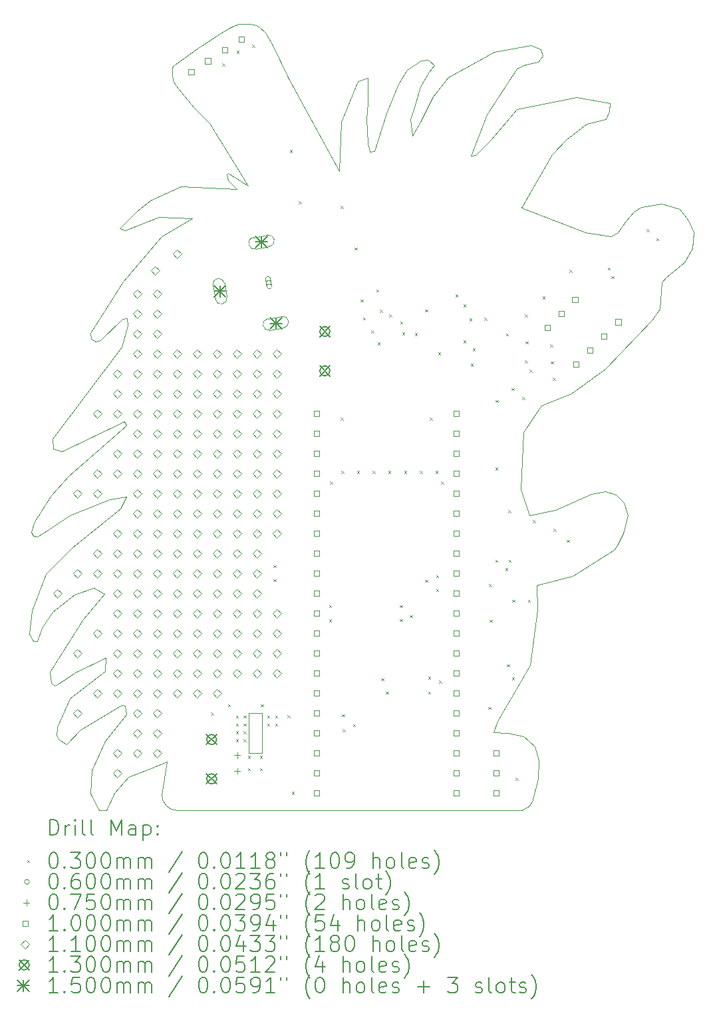
<source format=gbr>
%TF.GenerationSoftware,KiCad,Pcbnew,8.0.6*%
%TF.CreationDate,2024-11-07T16:31:00+01:00*%
%TF.ProjectId,SQUIM_v02,53515549-4d5f-4763-9032-2e6b69636164,rev?*%
%TF.SameCoordinates,Original*%
%TF.FileFunction,Drillmap*%
%TF.FilePolarity,Positive*%
%FSLAX45Y45*%
G04 Gerber Fmt 4.5, Leading zero omitted, Abs format (unit mm)*
G04 Created by KiCad (PCBNEW 8.0.6) date 2024-11-07 16:31:00*
%MOMM*%
%LPD*%
G01*
G04 APERTURE LIST*
%ADD10C,0.050000*%
%ADD11C,0.200000*%
%ADD12C,0.100000*%
%ADD13C,0.110000*%
%ADD14C,0.130000*%
%ADD15C,0.150000*%
G04 APERTURE END LIST*
D10*
X12466023Y-14631999D02*
X12466023Y-15141999D01*
X12636023Y-14631999D02*
X12466023Y-14631999D01*
X12636023Y-15141999D02*
X12636023Y-14631999D01*
X12466023Y-15141999D02*
X12636023Y-15141999D01*
X13851023Y-6596999D02*
X13645000Y-7115000D01*
X14375000Y-6635000D02*
X14215000Y-7005000D01*
X17165000Y-8525000D02*
X17080000Y-8575000D01*
X18010000Y-8900000D02*
X18115000Y-8725000D01*
X10050000Y-14975000D02*
X10145000Y-15035000D01*
X11965000Y-7135000D02*
X12460000Y-7930000D01*
X11490000Y-6505000D02*
X11505000Y-6590000D01*
X12975000Y-6570000D02*
X12765000Y-6125000D01*
X16130000Y-13010000D02*
X16590000Y-12890000D01*
X17080000Y-8575000D02*
X16790000Y-8530000D01*
X11320000Y-8325000D02*
X11745000Y-8345000D01*
X10320000Y-14850000D02*
X10850000Y-14535000D01*
X10910000Y-11880000D02*
X10830000Y-12035000D01*
X15940000Y-15875000D02*
X16030000Y-15820000D01*
X17015000Y-7085000D02*
X17055000Y-6980000D01*
X10470000Y-15360000D02*
X10455000Y-15660000D01*
X10640000Y-14105000D02*
X10185000Y-14445000D01*
X16830000Y-11850000D02*
X16370000Y-12050000D01*
X16055000Y-6145000D02*
X15590000Y-6230000D01*
X10910000Y-10980000D02*
X10170000Y-11620000D01*
X11820000Y-6180000D02*
X11530000Y-6385000D01*
X11195000Y-15345000D02*
X10935000Y-15450000D01*
X18060000Y-8370000D02*
X17950000Y-8230000D01*
X14480000Y-6455000D02*
X14375000Y-6635000D01*
X16040000Y-12120000D02*
X15930000Y-11790000D01*
X10885000Y-10930000D02*
X10910000Y-10980000D01*
X16790000Y-8530000D02*
X16750000Y-8520000D01*
X12192500Y-7832500D02*
X12205000Y-7865000D01*
X17060000Y-6880000D02*
X16640000Y-6800000D01*
X10460000Y-9880000D02*
X10520000Y-9915000D01*
X11505000Y-6410000D02*
X11495000Y-6440000D01*
X16190000Y-10720000D02*
X16570000Y-10570000D01*
X16570000Y-10570000D02*
X17000000Y-10260000D01*
X11495000Y-6440000D02*
X11490000Y-6505000D01*
X17265000Y-8375000D02*
X17165000Y-8525000D01*
X9740000Y-12195000D02*
X9700000Y-12335000D01*
X9965000Y-11150000D02*
X10847268Y-9980129D01*
X10847268Y-9980129D02*
X10925000Y-9705000D01*
X11775000Y-6940000D02*
X11965000Y-7135000D01*
X14005000Y-7500000D02*
X13980000Y-7390000D01*
X15960000Y-11060000D02*
X16190000Y-10720000D01*
X16590000Y-12890000D02*
X17110000Y-12560000D01*
X14525000Y-7085000D02*
X14570000Y-6930000D01*
X10700000Y-11920000D02*
X10910000Y-11880000D01*
X17240000Y-11960000D02*
X17290000Y-12120000D01*
X10170000Y-11620000D02*
X9955000Y-11870000D01*
X10185000Y-14445000D02*
X10030000Y-14810000D01*
X16150000Y-6355000D02*
X16210000Y-6280000D01*
X16110000Y-15060000D02*
X15960000Y-14930000D01*
X10910000Y-14650000D02*
X10635000Y-14995000D01*
X10645000Y-13930000D02*
X10640000Y-14105000D01*
X10250000Y-13125000D02*
X10490000Y-13040000D01*
X17720000Y-8160000D02*
X17465000Y-8200000D01*
X11530000Y-6385000D02*
X11505000Y-6410000D01*
X15500000Y-7020000D02*
X15875000Y-6440000D01*
X17465000Y-8200000D02*
X17365000Y-8260000D01*
X11605000Y-6735000D02*
X11775000Y-6940000D01*
X10560000Y-15875000D02*
X10655000Y-15875000D01*
X9965000Y-11150000D02*
X9975000Y-11270000D01*
X14655000Y-6340000D02*
X14480000Y-6455000D01*
X10030000Y-14810000D02*
X10020000Y-14925000D01*
X15875000Y-6960000D02*
X15545000Y-7345000D01*
X10630000Y-13120000D02*
X10355000Y-13440000D01*
X17290000Y-12120000D02*
X17230000Y-12350000D01*
X17160000Y-12500000D02*
X17110000Y-12560000D01*
X16210000Y-6280000D02*
X16185000Y-6195000D01*
X10455000Y-9805000D02*
X10869880Y-9150000D01*
X10869880Y-9150000D02*
X11358023Y-8571999D01*
X11505000Y-6590000D02*
X11545000Y-6660000D01*
X10890000Y-14545000D02*
X10910000Y-14650000D01*
X10145000Y-15035000D02*
X10320000Y-14850000D01*
X15990000Y-6390000D02*
X16150000Y-6355000D01*
X15960000Y-14930000D02*
X15770000Y-14890000D01*
X16150000Y-15470000D02*
X16160000Y-15240000D01*
X14825000Y-6400000D02*
X14755000Y-6330000D01*
X9970000Y-13350000D02*
X10250000Y-13125000D01*
X11560000Y-15875000D02*
X15940000Y-15875000D01*
X10855000Y-9620000D02*
X10915000Y-9615000D01*
X12335000Y-5875000D02*
X12270000Y-5900000D01*
X17780000Y-9090000D02*
X18010000Y-8900000D01*
X9770000Y-12395000D02*
X9905000Y-12310000D01*
X11605000Y-7940000D02*
X11210000Y-8115000D01*
X13980000Y-7390000D02*
X13965000Y-7077500D01*
X10455000Y-15660000D02*
X10560000Y-15875000D01*
X10580000Y-9890000D02*
X10855000Y-9620000D01*
X13965000Y-7077500D02*
X13985000Y-6880000D01*
X15545000Y-7345000D02*
X15356023Y-7541999D01*
X15356023Y-7541999D02*
X15295000Y-7550000D01*
X16750000Y-8520000D02*
X15940000Y-8210000D01*
X15295000Y-7550000D02*
X15500000Y-7020000D01*
X10020000Y-14925000D02*
X10050000Y-14975000D01*
X10825000Y-8470000D02*
X10895000Y-8500000D01*
X16830000Y-11850000D02*
X17000000Y-11820000D01*
X9835000Y-13555000D02*
X9970000Y-13350000D01*
X17720000Y-9160000D02*
X17780000Y-9090000D01*
X12187500Y-7787500D02*
X12192500Y-7832500D01*
X15770000Y-14890000D02*
X15580000Y-14880000D01*
X14650000Y-6665000D02*
X14760000Y-6485000D01*
X9880000Y-12865000D02*
X9705000Y-13335000D01*
X15875000Y-6440000D02*
X15990000Y-6390000D01*
X10355000Y-13440000D02*
X9935000Y-14110000D01*
X9950000Y-14255000D02*
X10005000Y-14285000D01*
X13620000Y-7745000D02*
X12975000Y-6570000D01*
X11425000Y-15255000D02*
X11195000Y-15345000D01*
X12310000Y-7970000D02*
X11605000Y-7940000D01*
X16640000Y-6800000D02*
X15875000Y-6960000D01*
X15580000Y-14880000D02*
X15630000Y-14740000D01*
X18130000Y-8520000D02*
X18060000Y-8370000D01*
X14810000Y-6795000D02*
X14655000Y-7100000D01*
X16030000Y-15820000D02*
X16070000Y-15760000D01*
X14570000Y-6930000D02*
X14650000Y-6665000D01*
X11360000Y-15675000D02*
X11425000Y-15255000D01*
X11745000Y-8345000D02*
X11358023Y-8571999D01*
X9720000Y-13725000D02*
X9770000Y-13725000D01*
X12205000Y-5935000D02*
X12090000Y-6000000D01*
X15940000Y-8210000D02*
X16035000Y-8030000D01*
X16160000Y-15240000D02*
X16110000Y-15060000D01*
X18115000Y-8725000D02*
X18130000Y-8520000D01*
X10915000Y-9615000D02*
X10925000Y-9705000D01*
X15930000Y-11790000D02*
X15960000Y-11060000D01*
X10490000Y-13040000D02*
X10630000Y-13120000D01*
X10830000Y-12035000D02*
X10225000Y-12525000D01*
X16070000Y-15760000D02*
X16150000Y-15470000D01*
X10635000Y-14995000D02*
X10470000Y-15360000D01*
X9770000Y-13725000D02*
X9835000Y-13555000D01*
X10225000Y-12525000D02*
X9880000Y-12865000D01*
X12475000Y-5875000D02*
X12335000Y-5875000D01*
X10005000Y-14285000D02*
X10275000Y-14110000D01*
X17365000Y-8260000D02*
X17265000Y-8375000D01*
X14655000Y-7100000D02*
X14550000Y-7295000D01*
X9935000Y-14110000D02*
X9950000Y-14255000D01*
X13985000Y-6880000D02*
X13980000Y-6560000D01*
X10850000Y-14535000D02*
X10890000Y-14545000D01*
X17055000Y-6980000D02*
X17060000Y-6880000D01*
X16050000Y-14030000D02*
X16140000Y-13320000D01*
X9700000Y-12335000D02*
X9725000Y-12385000D01*
X15590000Y-6230000D02*
X15005000Y-6550000D01*
X16140000Y-13320000D02*
X16130000Y-13010000D01*
X12535000Y-5885000D02*
X12475000Y-5875000D01*
X13980000Y-6560000D02*
X13851023Y-6596999D01*
X11545000Y-6660000D02*
X11605000Y-6735000D01*
X16370000Y-12050000D02*
X16040000Y-12120000D01*
X16765000Y-7145000D02*
X17015000Y-7085000D01*
X17230000Y-12350000D02*
X17160000Y-12500000D01*
X17700000Y-9500000D02*
X17720000Y-9160000D01*
X9955000Y-11870000D02*
X9740000Y-12195000D01*
X11560000Y-15875000D02*
G75*
G02*
X11360000Y-15675000I0J200000D01*
G01*
X17600000Y-9640000D02*
X17700000Y-9500000D01*
X9905000Y-12310000D02*
X10190000Y-12120000D01*
X17000000Y-11820000D02*
X17140000Y-11860000D01*
X10895000Y-8500000D02*
X11320000Y-8325000D01*
X17000000Y-10260000D02*
X17600000Y-9640000D01*
X10655000Y-15875000D02*
X10755000Y-15650000D01*
X16515000Y-7340000D02*
X16765000Y-7145000D01*
X12590000Y-5905000D02*
X12535000Y-5885000D01*
X12090000Y-6000000D02*
X11820000Y-6180000D01*
X14065000Y-7490000D02*
X14005000Y-7500000D01*
X14755000Y-6330000D02*
X14655000Y-6340000D01*
X15630000Y-14740000D02*
X16050000Y-14030000D01*
X15005000Y-6550000D02*
X14810000Y-6795000D01*
X9725000Y-12385000D02*
X9770000Y-12395000D01*
X10190000Y-12120000D02*
X10700000Y-11920000D01*
X14760000Y-6485000D02*
X14825000Y-6400000D01*
X10755000Y-15650000D02*
X10935000Y-15450000D01*
X10275000Y-14110000D02*
X10645000Y-13930000D01*
X12765000Y-6125000D02*
X12680000Y-5985000D01*
X17950000Y-8230000D02*
X17720000Y-8160000D01*
X14215000Y-7005000D02*
X14065000Y-7490000D01*
X12270000Y-5900000D02*
X12205000Y-5935000D01*
X10885000Y-10930000D02*
X10090000Y-11310000D01*
X10090000Y-11310000D02*
X9975000Y-11270000D01*
X10520000Y-9915000D02*
X10580000Y-9890000D01*
X9705000Y-13335000D02*
X9675000Y-13630000D01*
X14550000Y-7295000D02*
X14525000Y-7085000D01*
X16330000Y-7530000D02*
X16515000Y-7340000D01*
X16035000Y-8030000D02*
X16330000Y-7530000D01*
X12680000Y-5985000D02*
X12590000Y-5905000D01*
X17140000Y-11860000D02*
X17240000Y-11960000D01*
X12205000Y-7865000D02*
X12310000Y-7970000D01*
X9675000Y-13630000D02*
X9720000Y-13725000D01*
X10455000Y-9805000D02*
X10460000Y-9880000D01*
X11210000Y-8115000D02*
X11040000Y-8250000D01*
X11040000Y-8250000D02*
X10825000Y-8470000D01*
X12460000Y-7930000D02*
X12205000Y-7765000D01*
X16185000Y-6195000D02*
X16055000Y-6145000D01*
X12187500Y-7787500D02*
X12205000Y-7765000D01*
X13645000Y-7115000D02*
X13620000Y-7745000D01*
D11*
D12*
X11986023Y-14626999D02*
X12016023Y-14656999D01*
X12016023Y-14626999D02*
X11986023Y-14656999D01*
X12130000Y-6375000D02*
X12160000Y-6405000D01*
X12160000Y-6375000D02*
X12130000Y-6405000D01*
X12201023Y-14521999D02*
X12231023Y-14551999D01*
X12231023Y-14521999D02*
X12201023Y-14551999D01*
X12301023Y-14666999D02*
X12331023Y-14696999D01*
X12331023Y-14666999D02*
X12301023Y-14696999D01*
X12301023Y-14766999D02*
X12331023Y-14796999D01*
X12331023Y-14766999D02*
X12301023Y-14796999D01*
X12301023Y-14866999D02*
X12331023Y-14896999D01*
X12331023Y-14866999D02*
X12301023Y-14896999D01*
X12301023Y-14966999D02*
X12331023Y-14996999D01*
X12331023Y-14966999D02*
X12301023Y-14996999D01*
X12310000Y-6215000D02*
X12340000Y-6245000D01*
X12340000Y-6215000D02*
X12310000Y-6245000D01*
X12401023Y-14666999D02*
X12431023Y-14696999D01*
X12431023Y-14666999D02*
X12401023Y-14696999D01*
X12401023Y-14766999D02*
X12431023Y-14796999D01*
X12431023Y-14766999D02*
X12401023Y-14796999D01*
X12401023Y-14866999D02*
X12431023Y-14896999D01*
X12431023Y-14866999D02*
X12401023Y-14896999D01*
X12401023Y-14966999D02*
X12431023Y-14996999D01*
X12431023Y-14966999D02*
X12401023Y-14996999D01*
X12453423Y-15179499D02*
X12483423Y-15209499D01*
X12483423Y-15179499D02*
X12453423Y-15209499D01*
X12453423Y-15334499D02*
X12483423Y-15364499D01*
X12483423Y-15334499D02*
X12453423Y-15364499D01*
X12510000Y-6135000D02*
X12540000Y-6165000D01*
X12540000Y-6135000D02*
X12510000Y-6165000D01*
X12605823Y-15179499D02*
X12635823Y-15209499D01*
X12635823Y-15179499D02*
X12605823Y-15209499D01*
X12605823Y-15334499D02*
X12635823Y-15364499D01*
X12635823Y-15334499D02*
X12605823Y-15364499D01*
X12621023Y-14521999D02*
X12651023Y-14551999D01*
X12651023Y-14521999D02*
X12621023Y-14551999D01*
X12701023Y-14666999D02*
X12731023Y-14696999D01*
X12731023Y-14666999D02*
X12701023Y-14696999D01*
X12701023Y-14766999D02*
X12731023Y-14796999D01*
X12731023Y-14766999D02*
X12701023Y-14796999D01*
X12779823Y-12755499D02*
X12809823Y-12785499D01*
X12809823Y-12755499D02*
X12779823Y-12785499D01*
X12779823Y-12930499D02*
X12809823Y-12960499D01*
X12809823Y-12930499D02*
X12779823Y-12960499D01*
X12801023Y-14666999D02*
X12831023Y-14696999D01*
X12831023Y-14666999D02*
X12801023Y-14696999D01*
X12801023Y-14766999D02*
X12831023Y-14796999D01*
X12831023Y-14766999D02*
X12801023Y-14796999D01*
X12961023Y-14661999D02*
X12991023Y-14691999D01*
X12991023Y-14661999D02*
X12961023Y-14691999D01*
X12990000Y-7475000D02*
X13020000Y-7505000D01*
X13020000Y-7475000D02*
X12990000Y-7505000D01*
X13012223Y-15636999D02*
X13042223Y-15666999D01*
X13042223Y-15636999D02*
X13012223Y-15666999D01*
X13105000Y-8125000D02*
X13135000Y-8155000D01*
X13135000Y-8125000D02*
X13105000Y-8155000D01*
X13490000Y-13260000D02*
X13520000Y-13290000D01*
X13520000Y-13260000D02*
X13490000Y-13290000D01*
X13490000Y-13445000D02*
X13520000Y-13475000D01*
X13520000Y-13445000D02*
X13490000Y-13475000D01*
X13503023Y-11691999D02*
X13533023Y-11721999D01*
X13533023Y-11691999D02*
X13503023Y-11721999D01*
X13636023Y-8186999D02*
X13666023Y-8216999D01*
X13666023Y-8186999D02*
X13636023Y-8216999D01*
X13638023Y-10876999D02*
X13668023Y-10906999D01*
X13668023Y-10876999D02*
X13638023Y-10906999D01*
X13643023Y-11556999D02*
X13673023Y-11586999D01*
X13673023Y-11556999D02*
X13643023Y-11586999D01*
X13651023Y-14651999D02*
X13681023Y-14681999D01*
X13681023Y-14651999D02*
X13651023Y-14681999D01*
X13663023Y-14841999D02*
X13693023Y-14871999D01*
X13693023Y-14841999D02*
X13663023Y-14871999D01*
X13793023Y-14776999D02*
X13823023Y-14806999D01*
X13823023Y-14776999D02*
X13793023Y-14806999D01*
X13815000Y-8715000D02*
X13845000Y-8745000D01*
X13845000Y-8715000D02*
X13815000Y-8745000D01*
X13843023Y-11556999D02*
X13873023Y-11586999D01*
X13873023Y-11556999D02*
X13843023Y-11586999D01*
X13890000Y-9375000D02*
X13920000Y-9405000D01*
X13920000Y-9375000D02*
X13890000Y-9405000D01*
X13920000Y-9605000D02*
X13950000Y-9635000D01*
X13950000Y-9605000D02*
X13920000Y-9635000D01*
X14025000Y-9770000D02*
X14055000Y-9800000D01*
X14055000Y-9770000D02*
X14025000Y-9800000D01*
X14043023Y-11556999D02*
X14073023Y-11586999D01*
X14073023Y-11556999D02*
X14043023Y-11586999D01*
X14090000Y-9250000D02*
X14120000Y-9280000D01*
X14120000Y-9250000D02*
X14090000Y-9280000D01*
X14105000Y-9920000D02*
X14135000Y-9950000D01*
X14135000Y-9920000D02*
X14105000Y-9950000D01*
X14135000Y-9505000D02*
X14165000Y-9535000D01*
X14165000Y-9505000D02*
X14135000Y-9535000D01*
X14153023Y-14191999D02*
X14183023Y-14221999D01*
X14183023Y-14191999D02*
X14153023Y-14221999D01*
X14213023Y-14361999D02*
X14243023Y-14391999D01*
X14243023Y-14361999D02*
X14213023Y-14391999D01*
X14243023Y-11556999D02*
X14273023Y-11586999D01*
X14273023Y-11556999D02*
X14243023Y-11586999D01*
X14255000Y-9565000D02*
X14285000Y-9595000D01*
X14285000Y-9565000D02*
X14255000Y-9595000D01*
X14390000Y-13260000D02*
X14420000Y-13290000D01*
X14420000Y-13260000D02*
X14390000Y-13290000D01*
X14390000Y-13440000D02*
X14420000Y-13470000D01*
X14420000Y-13440000D02*
X14390000Y-13470000D01*
X14395000Y-9655000D02*
X14425000Y-9685000D01*
X14425000Y-9655000D02*
X14395000Y-9685000D01*
X14420000Y-9795000D02*
X14450000Y-9825000D01*
X14450000Y-9795000D02*
X14420000Y-9825000D01*
X14443023Y-11556999D02*
X14473023Y-11586999D01*
X14473023Y-11556999D02*
X14443023Y-11586999D01*
X14515000Y-13390000D02*
X14545000Y-13420000D01*
X14545000Y-13390000D02*
X14515000Y-13420000D01*
X14578835Y-9803999D02*
X14608835Y-9833999D01*
X14608835Y-9803999D02*
X14578835Y-9833999D01*
X14643023Y-11556999D02*
X14673023Y-11586999D01*
X14673023Y-11556999D02*
X14643023Y-11586999D01*
X14710000Y-12940000D02*
X14740000Y-12970000D01*
X14740000Y-12940000D02*
X14710000Y-12970000D01*
X14713023Y-9501999D02*
X14743023Y-9531999D01*
X14743023Y-9501999D02*
X14713023Y-9531999D01*
X14748023Y-14171999D02*
X14778023Y-14201999D01*
X14778023Y-14171999D02*
X14748023Y-14201999D01*
X14748023Y-14361999D02*
X14778023Y-14391999D01*
X14778023Y-14361999D02*
X14748023Y-14391999D01*
X14773023Y-10876999D02*
X14803023Y-10906999D01*
X14803023Y-10876999D02*
X14773023Y-10906999D01*
X14843023Y-11556999D02*
X14873023Y-11586999D01*
X14873023Y-11556999D02*
X14843023Y-11586999D01*
X14850000Y-12880000D02*
X14880000Y-12910000D01*
X14880000Y-12880000D02*
X14850000Y-12910000D01*
X14850000Y-13060000D02*
X14880000Y-13090000D01*
X14880000Y-13060000D02*
X14850000Y-13090000D01*
X14876023Y-10046999D02*
X14906023Y-10076999D01*
X14906023Y-10046999D02*
X14876023Y-10076999D01*
X14888023Y-14221999D02*
X14918023Y-14251999D01*
X14918023Y-14221999D02*
X14888023Y-14251999D01*
X14913023Y-11691999D02*
X14943023Y-11721999D01*
X14943023Y-11691999D02*
X14913023Y-11721999D01*
X15095023Y-9312399D02*
X15125023Y-9342399D01*
X15125023Y-9312399D02*
X15095023Y-9342399D01*
X15196623Y-9439399D02*
X15226623Y-9469399D01*
X15226623Y-9439399D02*
X15196623Y-9469399D01*
X15196623Y-9896599D02*
X15226623Y-9926599D01*
X15226623Y-9896599D02*
X15196623Y-9926599D01*
X15276023Y-9616999D02*
X15306023Y-9646999D01*
X15306023Y-9616999D02*
X15276023Y-9646999D01*
X15291023Y-10191999D02*
X15321023Y-10221999D01*
X15321023Y-10191999D02*
X15291023Y-10221999D01*
X15316023Y-9996999D02*
X15346023Y-10026999D01*
X15346023Y-9996999D02*
X15316023Y-10026999D01*
X15463023Y-9606999D02*
X15493023Y-9636999D01*
X15493023Y-9606999D02*
X15463023Y-9636999D01*
X15516023Y-14556999D02*
X15546023Y-14586999D01*
X15546023Y-14556999D02*
X15516023Y-14586999D01*
X15526023Y-12996999D02*
X15556023Y-13026999D01*
X15556023Y-12996999D02*
X15526023Y-13026999D01*
X15531023Y-13446999D02*
X15561023Y-13476999D01*
X15561023Y-13446999D02*
X15531023Y-13476999D01*
X15605000Y-11515000D02*
X15635000Y-11545000D01*
X15635000Y-11515000D02*
X15605000Y-11545000D01*
X15605000Y-12685000D02*
X15635000Y-12715000D01*
X15635000Y-12685000D02*
X15605000Y-12715000D01*
X15610000Y-10655000D02*
X15640000Y-10685000D01*
X15640000Y-10655000D02*
X15610000Y-10685000D01*
X15731023Y-12791999D02*
X15761023Y-12821999D01*
X15761023Y-12791999D02*
X15731023Y-12821999D01*
X15741023Y-9806999D02*
X15771023Y-9836999D01*
X15771023Y-9806999D02*
X15741023Y-9836999D01*
X15751023Y-14016999D02*
X15781023Y-14046999D01*
X15781023Y-14016999D02*
X15751023Y-14046999D01*
X15771023Y-12056999D02*
X15801023Y-12086999D01*
X15801023Y-12056999D02*
X15771023Y-12086999D01*
X15776023Y-12686999D02*
X15806023Y-12716999D01*
X15806023Y-12686999D02*
X15776023Y-12716999D01*
X15811023Y-10501999D02*
X15841023Y-10531999D01*
X15841023Y-10501999D02*
X15811023Y-10531999D01*
X15816023Y-14181999D02*
X15846023Y-14211999D01*
X15846023Y-14181999D02*
X15816023Y-14211999D01*
X15821023Y-13191999D02*
X15851023Y-13221999D01*
X15851023Y-13191999D02*
X15821023Y-13221999D01*
X15865000Y-15456999D02*
X15895000Y-15486999D01*
X15895000Y-15456999D02*
X15865000Y-15486999D01*
X15946023Y-10616999D02*
X15976023Y-10646999D01*
X15976023Y-10616999D02*
X15946023Y-10646999D01*
X15981023Y-9566999D02*
X16011023Y-9596999D01*
X16011023Y-9566999D02*
X15981023Y-9596999D01*
X15981023Y-10151999D02*
X16011023Y-10181999D01*
X16011023Y-10151999D02*
X15981023Y-10181999D01*
X15991023Y-9906999D02*
X16021023Y-9936999D01*
X16021023Y-9906999D02*
X15991023Y-9936999D01*
X16021023Y-13191999D02*
X16051023Y-13221999D01*
X16051023Y-13191999D02*
X16021023Y-13221999D01*
X16041023Y-10266999D02*
X16071023Y-10296999D01*
X16071023Y-10266999D02*
X16041023Y-10296999D01*
X16081023Y-12181999D02*
X16111023Y-12211999D01*
X16111023Y-12181999D02*
X16081023Y-12211999D01*
X16206023Y-9336999D02*
X16236023Y-9366999D01*
X16236023Y-9336999D02*
X16206023Y-9366999D01*
X16305000Y-9945000D02*
X16335000Y-9975000D01*
X16335000Y-9945000D02*
X16305000Y-9975000D01*
X16311023Y-10161999D02*
X16341023Y-10191999D01*
X16341023Y-10161999D02*
X16311023Y-10191999D01*
X16336023Y-10371999D02*
X16366023Y-10401999D01*
X16366023Y-10371999D02*
X16336023Y-10401999D01*
X16345254Y-12292769D02*
X16375254Y-12322769D01*
X16375254Y-12292769D02*
X16345254Y-12322769D01*
X16516023Y-12431999D02*
X16546023Y-12461999D01*
X16546023Y-12431999D02*
X16516023Y-12461999D01*
X16551023Y-8996999D02*
X16581023Y-9026999D01*
X16581023Y-8996999D02*
X16551023Y-9026999D01*
X17035000Y-8970000D02*
X17065000Y-9000000D01*
X17065000Y-8970000D02*
X17035000Y-9000000D01*
X17080000Y-9080000D02*
X17110000Y-9110000D01*
X17110000Y-9080000D02*
X17080000Y-9110000D01*
X17530000Y-8480000D02*
X17560000Y-8510000D01*
X17560000Y-8480000D02*
X17530000Y-8510000D01*
X17655000Y-8595000D02*
X17685000Y-8625000D01*
X17685000Y-8595000D02*
X17655000Y-8625000D01*
X12749262Y-9161337D02*
G75*
G02*
X12689262Y-9161337I-30000J0D01*
G01*
X12689262Y-9161337D02*
G75*
G02*
X12749262Y-9161337I30000J0D01*
G01*
X12757489Y-9205368D02*
X12740124Y-9106887D01*
X12681036Y-9117306D02*
G75*
G02*
X12740124Y-9106887I29544J5209D01*
G01*
X12681036Y-9117306D02*
X12698401Y-9215787D01*
X12698401Y-9215787D02*
G75*
G03*
X12757489Y-9205368I29544J5209D01*
G01*
X12321023Y-15134499D02*
X12321023Y-15209499D01*
X12283523Y-15171999D02*
X12358523Y-15171999D01*
X12321023Y-15334499D02*
X12321023Y-15409499D01*
X12283523Y-15371999D02*
X12358523Y-15371999D01*
X11768704Y-6516707D02*
X11768704Y-6445995D01*
X11697993Y-6445995D01*
X11697993Y-6516707D01*
X11768704Y-6516707D01*
X11981726Y-6378369D02*
X11981726Y-6307657D01*
X11911015Y-6307657D01*
X11911015Y-6378369D01*
X11981726Y-6378369D01*
X12194749Y-6240030D02*
X12194749Y-6169319D01*
X12124037Y-6169319D01*
X12124037Y-6240030D01*
X12194749Y-6240030D01*
X12407771Y-6101692D02*
X12407771Y-6030981D01*
X12337060Y-6030981D01*
X12337060Y-6101692D01*
X12407771Y-6101692D01*
X13367378Y-10861355D02*
X13367378Y-10790644D01*
X13296667Y-10790644D01*
X13296667Y-10861355D01*
X13367378Y-10861355D01*
X13367378Y-11115355D02*
X13367378Y-11044644D01*
X13296667Y-11044644D01*
X13296667Y-11115355D01*
X13367378Y-11115355D01*
X13367378Y-11369355D02*
X13367378Y-11298644D01*
X13296667Y-11298644D01*
X13296667Y-11369355D01*
X13367378Y-11369355D01*
X13367378Y-11623355D02*
X13367378Y-11552644D01*
X13296667Y-11552644D01*
X13296667Y-11623355D01*
X13367378Y-11623355D01*
X13367378Y-11877355D02*
X13367378Y-11806644D01*
X13296667Y-11806644D01*
X13296667Y-11877355D01*
X13367378Y-11877355D01*
X13367378Y-12131355D02*
X13367378Y-12060644D01*
X13296667Y-12060644D01*
X13296667Y-12131355D01*
X13367378Y-12131355D01*
X13367378Y-12385355D02*
X13367378Y-12314644D01*
X13296667Y-12314644D01*
X13296667Y-12385355D01*
X13367378Y-12385355D01*
X13367378Y-12639355D02*
X13367378Y-12568644D01*
X13296667Y-12568644D01*
X13296667Y-12639355D01*
X13367378Y-12639355D01*
X13367378Y-12893355D02*
X13367378Y-12822644D01*
X13296667Y-12822644D01*
X13296667Y-12893355D01*
X13367378Y-12893355D01*
X13367378Y-13147355D02*
X13367378Y-13076644D01*
X13296667Y-13076644D01*
X13296667Y-13147355D01*
X13367378Y-13147355D01*
X13367378Y-13401355D02*
X13367378Y-13330644D01*
X13296667Y-13330644D01*
X13296667Y-13401355D01*
X13367378Y-13401355D01*
X13367378Y-13655355D02*
X13367378Y-13584644D01*
X13296667Y-13584644D01*
X13296667Y-13655355D01*
X13367378Y-13655355D01*
X13367378Y-13909355D02*
X13367378Y-13838644D01*
X13296667Y-13838644D01*
X13296667Y-13909355D01*
X13367378Y-13909355D01*
X13367378Y-14163355D02*
X13367378Y-14092644D01*
X13296667Y-14092644D01*
X13296667Y-14163355D01*
X13367378Y-14163355D01*
X13367378Y-14417355D02*
X13367378Y-14346644D01*
X13296667Y-14346644D01*
X13296667Y-14417355D01*
X13367378Y-14417355D01*
X13367378Y-14671355D02*
X13367378Y-14600644D01*
X13296667Y-14600644D01*
X13296667Y-14671355D01*
X13367378Y-14671355D01*
X13367378Y-14925355D02*
X13367378Y-14854644D01*
X13296667Y-14854644D01*
X13296667Y-14925355D01*
X13367378Y-14925355D01*
X13367378Y-15179355D02*
X13367378Y-15108644D01*
X13296667Y-15108644D01*
X13296667Y-15179355D01*
X13367378Y-15179355D01*
X13367378Y-15433355D02*
X13367378Y-15362644D01*
X13296667Y-15362644D01*
X13296667Y-15433355D01*
X13367378Y-15433355D01*
X13367378Y-15687355D02*
X13367378Y-15616644D01*
X13296667Y-15616644D01*
X13296667Y-15687355D01*
X13367378Y-15687355D01*
X15145378Y-10861355D02*
X15145378Y-10790644D01*
X15074667Y-10790644D01*
X15074667Y-10861355D01*
X15145378Y-10861355D01*
X15145378Y-11115355D02*
X15145378Y-11044644D01*
X15074667Y-11044644D01*
X15074667Y-11115355D01*
X15145378Y-11115355D01*
X15145378Y-11369355D02*
X15145378Y-11298644D01*
X15074667Y-11298644D01*
X15074667Y-11369355D01*
X15145378Y-11369355D01*
X15145378Y-11623355D02*
X15145378Y-11552644D01*
X15074667Y-11552644D01*
X15074667Y-11623355D01*
X15145378Y-11623355D01*
X15145378Y-11877355D02*
X15145378Y-11806644D01*
X15074667Y-11806644D01*
X15074667Y-11877355D01*
X15145378Y-11877355D01*
X15145378Y-12131355D02*
X15145378Y-12060644D01*
X15074667Y-12060644D01*
X15074667Y-12131355D01*
X15145378Y-12131355D01*
X15145378Y-12385355D02*
X15145378Y-12314644D01*
X15074667Y-12314644D01*
X15074667Y-12385355D01*
X15145378Y-12385355D01*
X15145378Y-12639355D02*
X15145378Y-12568644D01*
X15074667Y-12568644D01*
X15074667Y-12639355D01*
X15145378Y-12639355D01*
X15145378Y-12893355D02*
X15145378Y-12822644D01*
X15074667Y-12822644D01*
X15074667Y-12893355D01*
X15145378Y-12893355D01*
X15145378Y-13147355D02*
X15145378Y-13076644D01*
X15074667Y-13076644D01*
X15074667Y-13147355D01*
X15145378Y-13147355D01*
X15145378Y-13401355D02*
X15145378Y-13330644D01*
X15074667Y-13330644D01*
X15074667Y-13401355D01*
X15145378Y-13401355D01*
X15145378Y-13655355D02*
X15145378Y-13584644D01*
X15074667Y-13584644D01*
X15074667Y-13655355D01*
X15145378Y-13655355D01*
X15145378Y-13909355D02*
X15145378Y-13838644D01*
X15074667Y-13838644D01*
X15074667Y-13909355D01*
X15145378Y-13909355D01*
X15145378Y-14163355D02*
X15145378Y-14092644D01*
X15074667Y-14092644D01*
X15074667Y-14163355D01*
X15145378Y-14163355D01*
X15145378Y-14417355D02*
X15145378Y-14346644D01*
X15074667Y-14346644D01*
X15074667Y-14417355D01*
X15145378Y-14417355D01*
X15145378Y-14671355D02*
X15145378Y-14600644D01*
X15074667Y-14600644D01*
X15074667Y-14671355D01*
X15145378Y-14671355D01*
X15145378Y-14925355D02*
X15145378Y-14854644D01*
X15074667Y-14854644D01*
X15074667Y-14925355D01*
X15145378Y-14925355D01*
X15145378Y-15179355D02*
X15145378Y-15108644D01*
X15074667Y-15108644D01*
X15074667Y-15179355D01*
X15145378Y-15179355D01*
X15145378Y-15433355D02*
X15145378Y-15362644D01*
X15074667Y-15362644D01*
X15074667Y-15433355D01*
X15145378Y-15433355D01*
X15145378Y-15687355D02*
X15145378Y-15616644D01*
X15074667Y-15616644D01*
X15074667Y-15687355D01*
X15145378Y-15687355D01*
X15653378Y-15179355D02*
X15653378Y-15108644D01*
X15582667Y-15108644D01*
X15582667Y-15179355D01*
X15653378Y-15179355D01*
X15653378Y-15433355D02*
X15653378Y-15362644D01*
X15582667Y-15362644D01*
X15582667Y-15433355D01*
X15653378Y-15433355D01*
X15653378Y-15687355D02*
X15653378Y-15616644D01*
X15582667Y-15616644D01*
X15582667Y-15687355D01*
X15653378Y-15687355D01*
X16301802Y-9768909D02*
X16301802Y-9698198D01*
X16231091Y-9698198D01*
X16231091Y-9768909D01*
X16301802Y-9768909D01*
X16478579Y-9592132D02*
X16478579Y-9521421D01*
X16407868Y-9521421D01*
X16407868Y-9592132D01*
X16478579Y-9592132D01*
X16655356Y-9415356D02*
X16655356Y-9344644D01*
X16584644Y-9344644D01*
X16584644Y-9415356D01*
X16655356Y-9415356D01*
X16665356Y-10235356D02*
X16665356Y-10164644D01*
X16594644Y-10164644D01*
X16594644Y-10235356D01*
X16665356Y-10235356D01*
X16844961Y-10055751D02*
X16844961Y-9985039D01*
X16774249Y-9985039D01*
X16774249Y-10055751D01*
X16844961Y-10055751D01*
X17024566Y-9876146D02*
X17024566Y-9805434D01*
X16953855Y-9805434D01*
X16953855Y-9876146D01*
X17024566Y-9876146D01*
X17204171Y-9696540D02*
X17204171Y-9625829D01*
X17133460Y-9625829D01*
X17133460Y-9696540D01*
X17204171Y-9696540D01*
D13*
X10030023Y-13166999D02*
X10085023Y-13111999D01*
X10030023Y-13056999D01*
X9975023Y-13111999D01*
X10030023Y-13166999D01*
X10284023Y-11896999D02*
X10339023Y-11841999D01*
X10284023Y-11786999D01*
X10229023Y-11841999D01*
X10284023Y-11896999D01*
X10284023Y-12912999D02*
X10339023Y-12857999D01*
X10284023Y-12802999D01*
X10229023Y-12857999D01*
X10284023Y-12912999D01*
X10284023Y-13928999D02*
X10339023Y-13873999D01*
X10284023Y-13818999D01*
X10229023Y-13873999D01*
X10284023Y-13928999D01*
X10284023Y-14690999D02*
X10339023Y-14635999D01*
X10284023Y-14580999D01*
X10229023Y-14635999D01*
X10284023Y-14690999D01*
X10538023Y-10880999D02*
X10593023Y-10825999D01*
X10538023Y-10770999D01*
X10483023Y-10825999D01*
X10538023Y-10880999D01*
X10538023Y-11642999D02*
X10593023Y-11587999D01*
X10538023Y-11532999D01*
X10483023Y-11587999D01*
X10538023Y-11642999D01*
X10538023Y-11896999D02*
X10593023Y-11841999D01*
X10538023Y-11786999D01*
X10483023Y-11841999D01*
X10538023Y-11896999D01*
X10538023Y-12658999D02*
X10593023Y-12603999D01*
X10538023Y-12548999D01*
X10483023Y-12603999D01*
X10538023Y-12658999D01*
X10538023Y-12912999D02*
X10593023Y-12857999D01*
X10538023Y-12802999D01*
X10483023Y-12857999D01*
X10538023Y-12912999D01*
X10538023Y-13674999D02*
X10593023Y-13619999D01*
X10538023Y-13564999D01*
X10483023Y-13619999D01*
X10538023Y-13674999D01*
X10538023Y-14436999D02*
X10593023Y-14381999D01*
X10538023Y-14326999D01*
X10483023Y-14381999D01*
X10538023Y-14436999D01*
X10792023Y-10372999D02*
X10847023Y-10317999D01*
X10792023Y-10262999D01*
X10737023Y-10317999D01*
X10792023Y-10372999D01*
X10792023Y-10626999D02*
X10847023Y-10571999D01*
X10792023Y-10516999D01*
X10737023Y-10571999D01*
X10792023Y-10626999D01*
X10792023Y-10880999D02*
X10847023Y-10825999D01*
X10792023Y-10770999D01*
X10737023Y-10825999D01*
X10792023Y-10880999D01*
X10792023Y-11388999D02*
X10847023Y-11333999D01*
X10792023Y-11278999D01*
X10737023Y-11333999D01*
X10792023Y-11388999D01*
X10792023Y-11642999D02*
X10847023Y-11587999D01*
X10792023Y-11532999D01*
X10737023Y-11587999D01*
X10792023Y-11642999D01*
X10792023Y-12404999D02*
X10847023Y-12349999D01*
X10792023Y-12294999D01*
X10737023Y-12349999D01*
X10792023Y-12404999D01*
X10792023Y-12658999D02*
X10847023Y-12603999D01*
X10792023Y-12548999D01*
X10737023Y-12603999D01*
X10792023Y-12658999D01*
X10792023Y-12912999D02*
X10847023Y-12857999D01*
X10792023Y-12802999D01*
X10737023Y-12857999D01*
X10792023Y-12912999D01*
X10792023Y-13166999D02*
X10847023Y-13111999D01*
X10792023Y-13056999D01*
X10737023Y-13111999D01*
X10792023Y-13166999D01*
X10792023Y-13420999D02*
X10847023Y-13365999D01*
X10792023Y-13310999D01*
X10737023Y-13365999D01*
X10792023Y-13420999D01*
X10792023Y-13674999D02*
X10847023Y-13619999D01*
X10792023Y-13564999D01*
X10737023Y-13619999D01*
X10792023Y-13674999D01*
X10792023Y-13928999D02*
X10847023Y-13873999D01*
X10792023Y-13818999D01*
X10737023Y-13873999D01*
X10792023Y-13928999D01*
X10792023Y-14182999D02*
X10847023Y-14127999D01*
X10792023Y-14072999D01*
X10737023Y-14127999D01*
X10792023Y-14182999D01*
X10792023Y-14436999D02*
X10847023Y-14381999D01*
X10792023Y-14326999D01*
X10737023Y-14381999D01*
X10792023Y-14436999D01*
X10792023Y-15198999D02*
X10847023Y-15143999D01*
X10792023Y-15088999D01*
X10737023Y-15143999D01*
X10792023Y-15198999D01*
X10792023Y-15452999D02*
X10847023Y-15397999D01*
X10792023Y-15342999D01*
X10737023Y-15397999D01*
X10792023Y-15452999D01*
X11046023Y-9356999D02*
X11101023Y-9301999D01*
X11046023Y-9246999D01*
X10991023Y-9301999D01*
X11046023Y-9356999D01*
X11046023Y-9610999D02*
X11101023Y-9555999D01*
X11046023Y-9500999D01*
X10991023Y-9555999D01*
X11046023Y-9610999D01*
X11046023Y-9864999D02*
X11101023Y-9809999D01*
X11046023Y-9754999D01*
X10991023Y-9809999D01*
X11046023Y-9864999D01*
X11046023Y-10118999D02*
X11101023Y-10063999D01*
X11046023Y-10008999D01*
X10991023Y-10063999D01*
X11046023Y-10118999D01*
X11046023Y-10372999D02*
X11101023Y-10317999D01*
X11046023Y-10262999D01*
X10991023Y-10317999D01*
X11046023Y-10372999D01*
X11046023Y-10626999D02*
X11101023Y-10571999D01*
X11046023Y-10516999D01*
X10991023Y-10571999D01*
X11046023Y-10626999D01*
X11046023Y-10880999D02*
X11101023Y-10825999D01*
X11046023Y-10770999D01*
X10991023Y-10825999D01*
X11046023Y-10880999D01*
X11046023Y-11134999D02*
X11101023Y-11079999D01*
X11046023Y-11024999D01*
X10991023Y-11079999D01*
X11046023Y-11134999D01*
X11046023Y-11388999D02*
X11101023Y-11333999D01*
X11046023Y-11278999D01*
X10991023Y-11333999D01*
X11046023Y-11388999D01*
X11046023Y-11642999D02*
X11101023Y-11587999D01*
X11046023Y-11532999D01*
X10991023Y-11587999D01*
X11046023Y-11642999D01*
X11046023Y-11896999D02*
X11101023Y-11841999D01*
X11046023Y-11786999D01*
X10991023Y-11841999D01*
X11046023Y-11896999D01*
X11046023Y-12150999D02*
X11101023Y-12095999D01*
X11046023Y-12040999D01*
X10991023Y-12095999D01*
X11046023Y-12150999D01*
X11046023Y-12404999D02*
X11101023Y-12349999D01*
X11046023Y-12294999D01*
X10991023Y-12349999D01*
X11046023Y-12404999D01*
X11046023Y-12658999D02*
X11101023Y-12603999D01*
X11046023Y-12548999D01*
X10991023Y-12603999D01*
X11046023Y-12658999D01*
X11046023Y-12912999D02*
X11101023Y-12857999D01*
X11046023Y-12802999D01*
X10991023Y-12857999D01*
X11046023Y-12912999D01*
X11046023Y-13166999D02*
X11101023Y-13111999D01*
X11046023Y-13056999D01*
X10991023Y-13111999D01*
X11046023Y-13166999D01*
X11046023Y-13420999D02*
X11101023Y-13365999D01*
X11046023Y-13310999D01*
X10991023Y-13365999D01*
X11046023Y-13420999D01*
X11046023Y-13674999D02*
X11101023Y-13619999D01*
X11046023Y-13564999D01*
X10991023Y-13619999D01*
X11046023Y-13674999D01*
X11046023Y-13928999D02*
X11101023Y-13873999D01*
X11046023Y-13818999D01*
X10991023Y-13873999D01*
X11046023Y-13928999D01*
X11046023Y-14182999D02*
X11101023Y-14127999D01*
X11046023Y-14072999D01*
X10991023Y-14127999D01*
X11046023Y-14182999D01*
X11046023Y-14436999D02*
X11101023Y-14381999D01*
X11046023Y-14326999D01*
X10991023Y-14381999D01*
X11046023Y-14436999D01*
X11046023Y-14690999D02*
X11101023Y-14635999D01*
X11046023Y-14580999D01*
X10991023Y-14635999D01*
X11046023Y-14690999D01*
X11046023Y-14944999D02*
X11101023Y-14889999D01*
X11046023Y-14834999D01*
X10991023Y-14889999D01*
X11046023Y-14944999D01*
X11046023Y-15198999D02*
X11101023Y-15143999D01*
X11046023Y-15088999D01*
X10991023Y-15143999D01*
X11046023Y-15198999D01*
X11274847Y-9061743D02*
X11329847Y-9006743D01*
X11274847Y-8951743D01*
X11219847Y-9006743D01*
X11274847Y-9061743D01*
X11300023Y-9356999D02*
X11355023Y-9301999D01*
X11300023Y-9246999D01*
X11245023Y-9301999D01*
X11300023Y-9356999D01*
X11300023Y-9610999D02*
X11355023Y-9555999D01*
X11300023Y-9500999D01*
X11245023Y-9555999D01*
X11300023Y-9610999D01*
X11300023Y-9864999D02*
X11355023Y-9809999D01*
X11300023Y-9754999D01*
X11245023Y-9809999D01*
X11300023Y-9864999D01*
X11300023Y-10118999D02*
X11355023Y-10063999D01*
X11300023Y-10008999D01*
X11245023Y-10063999D01*
X11300023Y-10118999D01*
X11300023Y-10372999D02*
X11355023Y-10317999D01*
X11300023Y-10262999D01*
X11245023Y-10317999D01*
X11300023Y-10372999D01*
X11300023Y-10626999D02*
X11355023Y-10571999D01*
X11300023Y-10516999D01*
X11245023Y-10571999D01*
X11300023Y-10626999D01*
X11300023Y-10880999D02*
X11355023Y-10825999D01*
X11300023Y-10770999D01*
X11245023Y-10825999D01*
X11300023Y-10880999D01*
X11300023Y-11134999D02*
X11355023Y-11079999D01*
X11300023Y-11024999D01*
X11245023Y-11079999D01*
X11300023Y-11134999D01*
X11300023Y-11388999D02*
X11355023Y-11333999D01*
X11300023Y-11278999D01*
X11245023Y-11333999D01*
X11300023Y-11388999D01*
X11300023Y-11642999D02*
X11355023Y-11587999D01*
X11300023Y-11532999D01*
X11245023Y-11587999D01*
X11300023Y-11642999D01*
X11300023Y-11896999D02*
X11355023Y-11841999D01*
X11300023Y-11786999D01*
X11245023Y-11841999D01*
X11300023Y-11896999D01*
X11300023Y-12150999D02*
X11355023Y-12095999D01*
X11300023Y-12040999D01*
X11245023Y-12095999D01*
X11300023Y-12150999D01*
X11300023Y-12404999D02*
X11355023Y-12349999D01*
X11300023Y-12294999D01*
X11245023Y-12349999D01*
X11300023Y-12404999D01*
X11300023Y-12658999D02*
X11355023Y-12603999D01*
X11300023Y-12548999D01*
X11245023Y-12603999D01*
X11300023Y-12658999D01*
X11300023Y-12912999D02*
X11355023Y-12857999D01*
X11300023Y-12802999D01*
X11245023Y-12857999D01*
X11300023Y-12912999D01*
X11300023Y-13166999D02*
X11355023Y-13111999D01*
X11300023Y-13056999D01*
X11245023Y-13111999D01*
X11300023Y-13166999D01*
X11300023Y-13420999D02*
X11355023Y-13365999D01*
X11300023Y-13310999D01*
X11245023Y-13365999D01*
X11300023Y-13420999D01*
X11300023Y-13674999D02*
X11355023Y-13619999D01*
X11300023Y-13564999D01*
X11245023Y-13619999D01*
X11300023Y-13674999D01*
X11300023Y-13928999D02*
X11355023Y-13873999D01*
X11300023Y-13818999D01*
X11245023Y-13873999D01*
X11300023Y-13928999D01*
X11300023Y-14182999D02*
X11355023Y-14127999D01*
X11300023Y-14072999D01*
X11245023Y-14127999D01*
X11300023Y-14182999D01*
X11300023Y-14436999D02*
X11355023Y-14381999D01*
X11300023Y-14326999D01*
X11245023Y-14381999D01*
X11300023Y-14436999D01*
X11300023Y-14690999D02*
X11355023Y-14635999D01*
X11300023Y-14580999D01*
X11245023Y-14635999D01*
X11300023Y-14690999D01*
X11300023Y-14944999D02*
X11355023Y-14889999D01*
X11300023Y-14834999D01*
X11245023Y-14889999D01*
X11300023Y-14944999D01*
X11300023Y-15198999D02*
X11355023Y-15143999D01*
X11300023Y-15088999D01*
X11245023Y-15143999D01*
X11300023Y-15198999D01*
X11554023Y-8848999D02*
X11609023Y-8793999D01*
X11554023Y-8738999D01*
X11499023Y-8793999D01*
X11554023Y-8848999D01*
X11554023Y-10118999D02*
X11609023Y-10063999D01*
X11554023Y-10008999D01*
X11499023Y-10063999D01*
X11554023Y-10118999D01*
X11554023Y-10372999D02*
X11609023Y-10317999D01*
X11554023Y-10262999D01*
X11499023Y-10317999D01*
X11554023Y-10372999D01*
X11554023Y-10626999D02*
X11609023Y-10571999D01*
X11554023Y-10516999D01*
X11499023Y-10571999D01*
X11554023Y-10626999D01*
X11554023Y-10880999D02*
X11609023Y-10825999D01*
X11554023Y-10770999D01*
X11499023Y-10825999D01*
X11554023Y-10880999D01*
X11554023Y-11134999D02*
X11609023Y-11079999D01*
X11554023Y-11024999D01*
X11499023Y-11079999D01*
X11554023Y-11134999D01*
X11554023Y-11388999D02*
X11609023Y-11333999D01*
X11554023Y-11278999D01*
X11499023Y-11333999D01*
X11554023Y-11388999D01*
X11554023Y-11642999D02*
X11609023Y-11587999D01*
X11554023Y-11532999D01*
X11499023Y-11587999D01*
X11554023Y-11642999D01*
X11554023Y-11896999D02*
X11609023Y-11841999D01*
X11554023Y-11786999D01*
X11499023Y-11841999D01*
X11554023Y-11896999D01*
X11554023Y-12150999D02*
X11609023Y-12095999D01*
X11554023Y-12040999D01*
X11499023Y-12095999D01*
X11554023Y-12150999D01*
X11554023Y-12404999D02*
X11609023Y-12349999D01*
X11554023Y-12294999D01*
X11499023Y-12349999D01*
X11554023Y-12404999D01*
X11554023Y-12658999D02*
X11609023Y-12603999D01*
X11554023Y-12548999D01*
X11499023Y-12603999D01*
X11554023Y-12658999D01*
X11554023Y-12912999D02*
X11609023Y-12857999D01*
X11554023Y-12802999D01*
X11499023Y-12857999D01*
X11554023Y-12912999D01*
X11554023Y-13166999D02*
X11609023Y-13111999D01*
X11554023Y-13056999D01*
X11499023Y-13111999D01*
X11554023Y-13166999D01*
X11554023Y-13420999D02*
X11609023Y-13365999D01*
X11554023Y-13310999D01*
X11499023Y-13365999D01*
X11554023Y-13420999D01*
X11554023Y-13674999D02*
X11609023Y-13619999D01*
X11554023Y-13564999D01*
X11499023Y-13619999D01*
X11554023Y-13674999D01*
X11554023Y-13928999D02*
X11609023Y-13873999D01*
X11554023Y-13818999D01*
X11499023Y-13873999D01*
X11554023Y-13928999D01*
X11554023Y-14182999D02*
X11609023Y-14127999D01*
X11554023Y-14072999D01*
X11499023Y-14127999D01*
X11554023Y-14182999D01*
X11554023Y-14436999D02*
X11609023Y-14381999D01*
X11554023Y-14326999D01*
X11499023Y-14381999D01*
X11554023Y-14436999D01*
X11808023Y-10118999D02*
X11863023Y-10063999D01*
X11808023Y-10008999D01*
X11753023Y-10063999D01*
X11808023Y-10118999D01*
X11808023Y-10372999D02*
X11863023Y-10317999D01*
X11808023Y-10262999D01*
X11753023Y-10317999D01*
X11808023Y-10372999D01*
X11808023Y-10626999D02*
X11863023Y-10571999D01*
X11808023Y-10516999D01*
X11753023Y-10571999D01*
X11808023Y-10626999D01*
X11808023Y-10880999D02*
X11863023Y-10825999D01*
X11808023Y-10770999D01*
X11753023Y-10825999D01*
X11808023Y-10880999D01*
X11808023Y-11134999D02*
X11863023Y-11079999D01*
X11808023Y-11024999D01*
X11753023Y-11079999D01*
X11808023Y-11134999D01*
X11808023Y-11388999D02*
X11863023Y-11333999D01*
X11808023Y-11278999D01*
X11753023Y-11333999D01*
X11808023Y-11388999D01*
X11808023Y-11642999D02*
X11863023Y-11587999D01*
X11808023Y-11532999D01*
X11753023Y-11587999D01*
X11808023Y-11642999D01*
X11808023Y-11896999D02*
X11863023Y-11841999D01*
X11808023Y-11786999D01*
X11753023Y-11841999D01*
X11808023Y-11896999D01*
X11808023Y-12150999D02*
X11863023Y-12095999D01*
X11808023Y-12040999D01*
X11753023Y-12095999D01*
X11808023Y-12150999D01*
X11808023Y-12404999D02*
X11863023Y-12349999D01*
X11808023Y-12294999D01*
X11753023Y-12349999D01*
X11808023Y-12404999D01*
X11808023Y-12658999D02*
X11863023Y-12603999D01*
X11808023Y-12548999D01*
X11753023Y-12603999D01*
X11808023Y-12658999D01*
X11808023Y-12912999D02*
X11863023Y-12857999D01*
X11808023Y-12802999D01*
X11753023Y-12857999D01*
X11808023Y-12912999D01*
X11808023Y-13166999D02*
X11863023Y-13111999D01*
X11808023Y-13056999D01*
X11753023Y-13111999D01*
X11808023Y-13166999D01*
X11808023Y-13420999D02*
X11863023Y-13365999D01*
X11808023Y-13310999D01*
X11753023Y-13365999D01*
X11808023Y-13420999D01*
X11808023Y-13674999D02*
X11863023Y-13619999D01*
X11808023Y-13564999D01*
X11753023Y-13619999D01*
X11808023Y-13674999D01*
X11808023Y-13928999D02*
X11863023Y-13873999D01*
X11808023Y-13818999D01*
X11753023Y-13873999D01*
X11808023Y-13928999D01*
X11808023Y-14182999D02*
X11863023Y-14127999D01*
X11808023Y-14072999D01*
X11753023Y-14127999D01*
X11808023Y-14182999D01*
X11808023Y-14436999D02*
X11863023Y-14381999D01*
X11808023Y-14326999D01*
X11753023Y-14381999D01*
X11808023Y-14436999D01*
X12062023Y-10118999D02*
X12117023Y-10063999D01*
X12062023Y-10008999D01*
X12007023Y-10063999D01*
X12062023Y-10118999D01*
X12062023Y-10372999D02*
X12117023Y-10317999D01*
X12062023Y-10262999D01*
X12007023Y-10317999D01*
X12062023Y-10372999D01*
X12062023Y-10626999D02*
X12117023Y-10571999D01*
X12062023Y-10516999D01*
X12007023Y-10571999D01*
X12062023Y-10626999D01*
X12062023Y-10880999D02*
X12117023Y-10825999D01*
X12062023Y-10770999D01*
X12007023Y-10825999D01*
X12062023Y-10880999D01*
X12062023Y-11134999D02*
X12117023Y-11079999D01*
X12062023Y-11024999D01*
X12007023Y-11079999D01*
X12062023Y-11134999D01*
X12062023Y-11388999D02*
X12117023Y-11333999D01*
X12062023Y-11278999D01*
X12007023Y-11333999D01*
X12062023Y-11388999D01*
X12062023Y-11642999D02*
X12117023Y-11587999D01*
X12062023Y-11532999D01*
X12007023Y-11587999D01*
X12062023Y-11642999D01*
X12062023Y-11896999D02*
X12117023Y-11841999D01*
X12062023Y-11786999D01*
X12007023Y-11841999D01*
X12062023Y-11896999D01*
X12062023Y-12150999D02*
X12117023Y-12095999D01*
X12062023Y-12040999D01*
X12007023Y-12095999D01*
X12062023Y-12150999D01*
X12062023Y-12404999D02*
X12117023Y-12349999D01*
X12062023Y-12294999D01*
X12007023Y-12349999D01*
X12062023Y-12404999D01*
X12062023Y-12658999D02*
X12117023Y-12603999D01*
X12062023Y-12548999D01*
X12007023Y-12603999D01*
X12062023Y-12658999D01*
X12062023Y-12912999D02*
X12117023Y-12857999D01*
X12062023Y-12802999D01*
X12007023Y-12857999D01*
X12062023Y-12912999D01*
X12062023Y-13166999D02*
X12117023Y-13111999D01*
X12062023Y-13056999D01*
X12007023Y-13111999D01*
X12062023Y-13166999D01*
X12062023Y-13420999D02*
X12117023Y-13365999D01*
X12062023Y-13310999D01*
X12007023Y-13365999D01*
X12062023Y-13420999D01*
X12062023Y-13674999D02*
X12117023Y-13619999D01*
X12062023Y-13564999D01*
X12007023Y-13619999D01*
X12062023Y-13674999D01*
X12062023Y-13928999D02*
X12117023Y-13873999D01*
X12062023Y-13818999D01*
X12007023Y-13873999D01*
X12062023Y-13928999D01*
X12062023Y-14182999D02*
X12117023Y-14127999D01*
X12062023Y-14072999D01*
X12007023Y-14127999D01*
X12062023Y-14182999D01*
X12062023Y-14436999D02*
X12117023Y-14381999D01*
X12062023Y-14326999D01*
X12007023Y-14381999D01*
X12062023Y-14436999D01*
X12316023Y-10118999D02*
X12371023Y-10063999D01*
X12316023Y-10008999D01*
X12261023Y-10063999D01*
X12316023Y-10118999D01*
X12316023Y-10372999D02*
X12371023Y-10317999D01*
X12316023Y-10262999D01*
X12261023Y-10317999D01*
X12316023Y-10372999D01*
X12316023Y-10626999D02*
X12371023Y-10571999D01*
X12316023Y-10516999D01*
X12261023Y-10571999D01*
X12316023Y-10626999D01*
X12316023Y-10880999D02*
X12371023Y-10825999D01*
X12316023Y-10770999D01*
X12261023Y-10825999D01*
X12316023Y-10880999D01*
X12316023Y-11134999D02*
X12371023Y-11079999D01*
X12316023Y-11024999D01*
X12261023Y-11079999D01*
X12316023Y-11134999D01*
X12316023Y-11388999D02*
X12371023Y-11333999D01*
X12316023Y-11278999D01*
X12261023Y-11333999D01*
X12316023Y-11388999D01*
X12316023Y-11642999D02*
X12371023Y-11587999D01*
X12316023Y-11532999D01*
X12261023Y-11587999D01*
X12316023Y-11642999D01*
X12316023Y-11896999D02*
X12371023Y-11841999D01*
X12316023Y-11786999D01*
X12261023Y-11841999D01*
X12316023Y-11896999D01*
X12316023Y-12150999D02*
X12371023Y-12095999D01*
X12316023Y-12040999D01*
X12261023Y-12095999D01*
X12316023Y-12150999D01*
X12316023Y-12404999D02*
X12371023Y-12349999D01*
X12316023Y-12294999D01*
X12261023Y-12349999D01*
X12316023Y-12404999D01*
X12316023Y-12658999D02*
X12371023Y-12603999D01*
X12316023Y-12548999D01*
X12261023Y-12603999D01*
X12316023Y-12658999D01*
X12316023Y-12912999D02*
X12371023Y-12857999D01*
X12316023Y-12802999D01*
X12261023Y-12857999D01*
X12316023Y-12912999D01*
X12316023Y-13166999D02*
X12371023Y-13111999D01*
X12316023Y-13056999D01*
X12261023Y-13111999D01*
X12316023Y-13166999D01*
X12316023Y-13420999D02*
X12371023Y-13365999D01*
X12316023Y-13310999D01*
X12261023Y-13365999D01*
X12316023Y-13420999D01*
X12316023Y-13674999D02*
X12371023Y-13619999D01*
X12316023Y-13564999D01*
X12261023Y-13619999D01*
X12316023Y-13674999D01*
X12316023Y-13928999D02*
X12371023Y-13873999D01*
X12316023Y-13818999D01*
X12261023Y-13873999D01*
X12316023Y-13928999D01*
X12316023Y-14182999D02*
X12371023Y-14127999D01*
X12316023Y-14072999D01*
X12261023Y-14127999D01*
X12316023Y-14182999D01*
X12570023Y-10118999D02*
X12625023Y-10063999D01*
X12570023Y-10008999D01*
X12515023Y-10063999D01*
X12570023Y-10118999D01*
X12570023Y-10372999D02*
X12625023Y-10317999D01*
X12570023Y-10262999D01*
X12515023Y-10317999D01*
X12570023Y-10372999D01*
X12570023Y-10626999D02*
X12625023Y-10571999D01*
X12570023Y-10516999D01*
X12515023Y-10571999D01*
X12570023Y-10626999D01*
X12570023Y-10880999D02*
X12625023Y-10825999D01*
X12570023Y-10770999D01*
X12515023Y-10825999D01*
X12570023Y-10880999D01*
X12570023Y-11134999D02*
X12625023Y-11079999D01*
X12570023Y-11024999D01*
X12515023Y-11079999D01*
X12570023Y-11134999D01*
X12570023Y-11388999D02*
X12625023Y-11333999D01*
X12570023Y-11278999D01*
X12515023Y-11333999D01*
X12570023Y-11388999D01*
X12570023Y-11642999D02*
X12625023Y-11587999D01*
X12570023Y-11532999D01*
X12515023Y-11587999D01*
X12570023Y-11642999D01*
X12570023Y-11896999D02*
X12625023Y-11841999D01*
X12570023Y-11786999D01*
X12515023Y-11841999D01*
X12570023Y-11896999D01*
X12570023Y-12150999D02*
X12625023Y-12095999D01*
X12570023Y-12040999D01*
X12515023Y-12095999D01*
X12570023Y-12150999D01*
X12570023Y-12404999D02*
X12625023Y-12349999D01*
X12570023Y-12294999D01*
X12515023Y-12349999D01*
X12570023Y-12404999D01*
X12570023Y-12658999D02*
X12625023Y-12603999D01*
X12570023Y-12548999D01*
X12515023Y-12603999D01*
X12570023Y-12658999D01*
X12570023Y-12912999D02*
X12625023Y-12857999D01*
X12570023Y-12802999D01*
X12515023Y-12857999D01*
X12570023Y-12912999D01*
X12570023Y-13166999D02*
X12625023Y-13111999D01*
X12570023Y-13056999D01*
X12515023Y-13111999D01*
X12570023Y-13166999D01*
X12570023Y-13420999D02*
X12625023Y-13365999D01*
X12570023Y-13310999D01*
X12515023Y-13365999D01*
X12570023Y-13420999D01*
X12570023Y-13674999D02*
X12625023Y-13619999D01*
X12570023Y-13564999D01*
X12515023Y-13619999D01*
X12570023Y-13674999D01*
X12570023Y-13928999D02*
X12625023Y-13873999D01*
X12570023Y-13818999D01*
X12515023Y-13873999D01*
X12570023Y-13928999D01*
X12570023Y-14182999D02*
X12625023Y-14127999D01*
X12570023Y-14072999D01*
X12515023Y-14127999D01*
X12570023Y-14182999D01*
X12824023Y-10118999D02*
X12879023Y-10063999D01*
X12824023Y-10008999D01*
X12769023Y-10063999D01*
X12824023Y-10118999D01*
X12824023Y-10372999D02*
X12879023Y-10317999D01*
X12824023Y-10262999D01*
X12769023Y-10317999D01*
X12824023Y-10372999D01*
X12824023Y-10626999D02*
X12879023Y-10571999D01*
X12824023Y-10516999D01*
X12769023Y-10571999D01*
X12824023Y-10626999D01*
X12824023Y-10880999D02*
X12879023Y-10825999D01*
X12824023Y-10770999D01*
X12769023Y-10825999D01*
X12824023Y-10880999D01*
X12824023Y-11134999D02*
X12879023Y-11079999D01*
X12824023Y-11024999D01*
X12769023Y-11079999D01*
X12824023Y-11134999D01*
X12824023Y-11388999D02*
X12879023Y-11333999D01*
X12824023Y-11278999D01*
X12769023Y-11333999D01*
X12824023Y-11388999D01*
X12824023Y-11642999D02*
X12879023Y-11587999D01*
X12824023Y-11532999D01*
X12769023Y-11587999D01*
X12824023Y-11642999D01*
X12824023Y-11896999D02*
X12879023Y-11841999D01*
X12824023Y-11786999D01*
X12769023Y-11841999D01*
X12824023Y-11896999D01*
X12824023Y-12150999D02*
X12879023Y-12095999D01*
X12824023Y-12040999D01*
X12769023Y-12095999D01*
X12824023Y-12150999D01*
X12824023Y-12404999D02*
X12879023Y-12349999D01*
X12824023Y-12294999D01*
X12769023Y-12349999D01*
X12824023Y-12404999D01*
X12824023Y-13420999D02*
X12879023Y-13365999D01*
X12824023Y-13310999D01*
X12769023Y-13365999D01*
X12824023Y-13420999D01*
X12824023Y-13674999D02*
X12879023Y-13619999D01*
X12824023Y-13564999D01*
X12769023Y-13619999D01*
X12824023Y-13674999D01*
X12824023Y-13928999D02*
X12879023Y-13873999D01*
X12824023Y-13818999D01*
X12769023Y-13873999D01*
X12824023Y-13928999D01*
X12824023Y-14182999D02*
X12879023Y-14127999D01*
X12824023Y-14072999D01*
X12769023Y-14127999D01*
X12824023Y-14182999D01*
D14*
X11928023Y-14906999D02*
X12058023Y-15036999D01*
X12058023Y-14906999D02*
X11928023Y-15036999D01*
X12058023Y-14971999D02*
G75*
G02*
X11928023Y-14971999I-65000J0D01*
G01*
X11928023Y-14971999D02*
G75*
G02*
X12058023Y-14971999I65000J0D01*
G01*
X11928023Y-15406999D02*
X12058023Y-15536999D01*
X12058023Y-15406999D02*
X11928023Y-15536999D01*
X12058023Y-15471999D02*
G75*
G02*
X11928023Y-15471999I-65000J0D01*
G01*
X11928023Y-15471999D02*
G75*
G02*
X12058023Y-15471999I65000J0D01*
G01*
X13370000Y-9717750D02*
X13500000Y-9847750D01*
X13500000Y-9717750D02*
X13370000Y-9847750D01*
X13500000Y-9782750D02*
G75*
G02*
X13370000Y-9782750I-65000J0D01*
G01*
X13370000Y-9782750D02*
G75*
G02*
X13500000Y-9782750I65000J0D01*
G01*
X13370000Y-10217750D02*
X13500000Y-10347750D01*
X13500000Y-10217750D02*
X13370000Y-10347750D01*
X13500000Y-10282750D02*
G75*
G02*
X13370000Y-10282750I-65000J0D01*
G01*
X13370000Y-10282750D02*
G75*
G02*
X13500000Y-10282750I65000J0D01*
G01*
D15*
X12023834Y-9195735D02*
X12173834Y-9345735D01*
X12173834Y-9195735D02*
X12023834Y-9345735D01*
X12098834Y-9195735D02*
X12098834Y-9345735D01*
X12023834Y-9270735D02*
X12173834Y-9270735D01*
D12*
X12188322Y-9346344D02*
X12157066Y-9169079D01*
X12009345Y-9195126D02*
G75*
G02*
X12157066Y-9169079I73861J13024D01*
G01*
X12009345Y-9195126D02*
X12040601Y-9372392D01*
X12040601Y-9372392D02*
G75*
G03*
X12188322Y-9346344I73861J13024D01*
G01*
D15*
X12553097Y-8569313D02*
X12703097Y-8719313D01*
X12703097Y-8569313D02*
X12553097Y-8719313D01*
X12628097Y-8569313D02*
X12628097Y-8719313D01*
X12553097Y-8644313D02*
X12703097Y-8644313D01*
D12*
X12552488Y-8733802D02*
X12729753Y-8702545D01*
X12703706Y-8554824D02*
G75*
G02*
X12729753Y-8702545I13024J-73861D01*
G01*
X12703706Y-8554824D02*
X12526441Y-8586081D01*
X12526441Y-8586081D02*
G75*
G03*
X12552488Y-8733802I13024J-73861D01*
G01*
D15*
X12735428Y-9603361D02*
X12885428Y-9753361D01*
X12885428Y-9603361D02*
X12735428Y-9753361D01*
X12810428Y-9603361D02*
X12810428Y-9753361D01*
X12735428Y-9678361D02*
X12885428Y-9678361D01*
D12*
X12734819Y-9767850D02*
X12912084Y-9736593D01*
X12886037Y-9588872D02*
G75*
G02*
X12912084Y-9736593I13024J-73861D01*
G01*
X12886037Y-9588872D02*
X12708771Y-9620129D01*
X12708771Y-9620129D02*
G75*
G03*
X12734819Y-9767850I13024J-73861D01*
G01*
D11*
X9933277Y-16188984D02*
X9933277Y-15988984D01*
X9933277Y-15988984D02*
X9980896Y-15988984D01*
X9980896Y-15988984D02*
X10009467Y-15998508D01*
X10009467Y-15998508D02*
X10028515Y-16017555D01*
X10028515Y-16017555D02*
X10038039Y-16036603D01*
X10038039Y-16036603D02*
X10047563Y-16074698D01*
X10047563Y-16074698D02*
X10047563Y-16103269D01*
X10047563Y-16103269D02*
X10038039Y-16141365D01*
X10038039Y-16141365D02*
X10028515Y-16160412D01*
X10028515Y-16160412D02*
X10009467Y-16179460D01*
X10009467Y-16179460D02*
X9980896Y-16188984D01*
X9980896Y-16188984D02*
X9933277Y-16188984D01*
X10133277Y-16188984D02*
X10133277Y-16055650D01*
X10133277Y-16093746D02*
X10142801Y-16074698D01*
X10142801Y-16074698D02*
X10152324Y-16065174D01*
X10152324Y-16065174D02*
X10171372Y-16055650D01*
X10171372Y-16055650D02*
X10190420Y-16055650D01*
X10257086Y-16188984D02*
X10257086Y-16055650D01*
X10257086Y-15988984D02*
X10247563Y-15998508D01*
X10247563Y-15998508D02*
X10257086Y-16008031D01*
X10257086Y-16008031D02*
X10266610Y-15998508D01*
X10266610Y-15998508D02*
X10257086Y-15988984D01*
X10257086Y-15988984D02*
X10257086Y-16008031D01*
X10380896Y-16188984D02*
X10361848Y-16179460D01*
X10361848Y-16179460D02*
X10352324Y-16160412D01*
X10352324Y-16160412D02*
X10352324Y-15988984D01*
X10485658Y-16188984D02*
X10466610Y-16179460D01*
X10466610Y-16179460D02*
X10457086Y-16160412D01*
X10457086Y-16160412D02*
X10457086Y-15988984D01*
X10714229Y-16188984D02*
X10714229Y-15988984D01*
X10714229Y-15988984D02*
X10780896Y-16131841D01*
X10780896Y-16131841D02*
X10847563Y-15988984D01*
X10847563Y-15988984D02*
X10847563Y-16188984D01*
X11028515Y-16188984D02*
X11028515Y-16084222D01*
X11028515Y-16084222D02*
X11018991Y-16065174D01*
X11018991Y-16065174D02*
X10999944Y-16055650D01*
X10999944Y-16055650D02*
X10961848Y-16055650D01*
X10961848Y-16055650D02*
X10942801Y-16065174D01*
X11028515Y-16179460D02*
X11009467Y-16188984D01*
X11009467Y-16188984D02*
X10961848Y-16188984D01*
X10961848Y-16188984D02*
X10942801Y-16179460D01*
X10942801Y-16179460D02*
X10933277Y-16160412D01*
X10933277Y-16160412D02*
X10933277Y-16141365D01*
X10933277Y-16141365D02*
X10942801Y-16122317D01*
X10942801Y-16122317D02*
X10961848Y-16112793D01*
X10961848Y-16112793D02*
X11009467Y-16112793D01*
X11009467Y-16112793D02*
X11028515Y-16103269D01*
X11123753Y-16055650D02*
X11123753Y-16255650D01*
X11123753Y-16065174D02*
X11142801Y-16055650D01*
X11142801Y-16055650D02*
X11180896Y-16055650D01*
X11180896Y-16055650D02*
X11199943Y-16065174D01*
X11199943Y-16065174D02*
X11209467Y-16074698D01*
X11209467Y-16074698D02*
X11218991Y-16093746D01*
X11218991Y-16093746D02*
X11218991Y-16150888D01*
X11218991Y-16150888D02*
X11209467Y-16169936D01*
X11209467Y-16169936D02*
X11199943Y-16179460D01*
X11199943Y-16179460D02*
X11180896Y-16188984D01*
X11180896Y-16188984D02*
X11142801Y-16188984D01*
X11142801Y-16188984D02*
X11123753Y-16179460D01*
X11304705Y-16169936D02*
X11314229Y-16179460D01*
X11314229Y-16179460D02*
X11304705Y-16188984D01*
X11304705Y-16188984D02*
X11295182Y-16179460D01*
X11295182Y-16179460D02*
X11304705Y-16169936D01*
X11304705Y-16169936D02*
X11304705Y-16188984D01*
X11304705Y-16065174D02*
X11314229Y-16074698D01*
X11314229Y-16074698D02*
X11304705Y-16084222D01*
X11304705Y-16084222D02*
X11295182Y-16074698D01*
X11295182Y-16074698D02*
X11304705Y-16065174D01*
X11304705Y-16065174D02*
X11304705Y-16084222D01*
D12*
X9642500Y-16502500D02*
X9672500Y-16532500D01*
X9672500Y-16502500D02*
X9642500Y-16532500D01*
D11*
X9971372Y-16408984D02*
X9990420Y-16408984D01*
X9990420Y-16408984D02*
X10009467Y-16418508D01*
X10009467Y-16418508D02*
X10018991Y-16428031D01*
X10018991Y-16428031D02*
X10028515Y-16447079D01*
X10028515Y-16447079D02*
X10038039Y-16485174D01*
X10038039Y-16485174D02*
X10038039Y-16532793D01*
X10038039Y-16532793D02*
X10028515Y-16570888D01*
X10028515Y-16570888D02*
X10018991Y-16589936D01*
X10018991Y-16589936D02*
X10009467Y-16599460D01*
X10009467Y-16599460D02*
X9990420Y-16608984D01*
X9990420Y-16608984D02*
X9971372Y-16608984D01*
X9971372Y-16608984D02*
X9952324Y-16599460D01*
X9952324Y-16599460D02*
X9942801Y-16589936D01*
X9942801Y-16589936D02*
X9933277Y-16570888D01*
X9933277Y-16570888D02*
X9923753Y-16532793D01*
X9923753Y-16532793D02*
X9923753Y-16485174D01*
X9923753Y-16485174D02*
X9933277Y-16447079D01*
X9933277Y-16447079D02*
X9942801Y-16428031D01*
X9942801Y-16428031D02*
X9952324Y-16418508D01*
X9952324Y-16418508D02*
X9971372Y-16408984D01*
X10123753Y-16589936D02*
X10133277Y-16599460D01*
X10133277Y-16599460D02*
X10123753Y-16608984D01*
X10123753Y-16608984D02*
X10114229Y-16599460D01*
X10114229Y-16599460D02*
X10123753Y-16589936D01*
X10123753Y-16589936D02*
X10123753Y-16608984D01*
X10199944Y-16408984D02*
X10323753Y-16408984D01*
X10323753Y-16408984D02*
X10257086Y-16485174D01*
X10257086Y-16485174D02*
X10285658Y-16485174D01*
X10285658Y-16485174D02*
X10304705Y-16494698D01*
X10304705Y-16494698D02*
X10314229Y-16504222D01*
X10314229Y-16504222D02*
X10323753Y-16523269D01*
X10323753Y-16523269D02*
X10323753Y-16570888D01*
X10323753Y-16570888D02*
X10314229Y-16589936D01*
X10314229Y-16589936D02*
X10304705Y-16599460D01*
X10304705Y-16599460D02*
X10285658Y-16608984D01*
X10285658Y-16608984D02*
X10228515Y-16608984D01*
X10228515Y-16608984D02*
X10209467Y-16599460D01*
X10209467Y-16599460D02*
X10199944Y-16589936D01*
X10447563Y-16408984D02*
X10466610Y-16408984D01*
X10466610Y-16408984D02*
X10485658Y-16418508D01*
X10485658Y-16418508D02*
X10495182Y-16428031D01*
X10495182Y-16428031D02*
X10504705Y-16447079D01*
X10504705Y-16447079D02*
X10514229Y-16485174D01*
X10514229Y-16485174D02*
X10514229Y-16532793D01*
X10514229Y-16532793D02*
X10504705Y-16570888D01*
X10504705Y-16570888D02*
X10495182Y-16589936D01*
X10495182Y-16589936D02*
X10485658Y-16599460D01*
X10485658Y-16599460D02*
X10466610Y-16608984D01*
X10466610Y-16608984D02*
X10447563Y-16608984D01*
X10447563Y-16608984D02*
X10428515Y-16599460D01*
X10428515Y-16599460D02*
X10418991Y-16589936D01*
X10418991Y-16589936D02*
X10409467Y-16570888D01*
X10409467Y-16570888D02*
X10399944Y-16532793D01*
X10399944Y-16532793D02*
X10399944Y-16485174D01*
X10399944Y-16485174D02*
X10409467Y-16447079D01*
X10409467Y-16447079D02*
X10418991Y-16428031D01*
X10418991Y-16428031D02*
X10428515Y-16418508D01*
X10428515Y-16418508D02*
X10447563Y-16408984D01*
X10638039Y-16408984D02*
X10657086Y-16408984D01*
X10657086Y-16408984D02*
X10676134Y-16418508D01*
X10676134Y-16418508D02*
X10685658Y-16428031D01*
X10685658Y-16428031D02*
X10695182Y-16447079D01*
X10695182Y-16447079D02*
X10704705Y-16485174D01*
X10704705Y-16485174D02*
X10704705Y-16532793D01*
X10704705Y-16532793D02*
X10695182Y-16570888D01*
X10695182Y-16570888D02*
X10685658Y-16589936D01*
X10685658Y-16589936D02*
X10676134Y-16599460D01*
X10676134Y-16599460D02*
X10657086Y-16608984D01*
X10657086Y-16608984D02*
X10638039Y-16608984D01*
X10638039Y-16608984D02*
X10618991Y-16599460D01*
X10618991Y-16599460D02*
X10609467Y-16589936D01*
X10609467Y-16589936D02*
X10599944Y-16570888D01*
X10599944Y-16570888D02*
X10590420Y-16532793D01*
X10590420Y-16532793D02*
X10590420Y-16485174D01*
X10590420Y-16485174D02*
X10599944Y-16447079D01*
X10599944Y-16447079D02*
X10609467Y-16428031D01*
X10609467Y-16428031D02*
X10618991Y-16418508D01*
X10618991Y-16418508D02*
X10638039Y-16408984D01*
X10790420Y-16608984D02*
X10790420Y-16475650D01*
X10790420Y-16494698D02*
X10799944Y-16485174D01*
X10799944Y-16485174D02*
X10818991Y-16475650D01*
X10818991Y-16475650D02*
X10847563Y-16475650D01*
X10847563Y-16475650D02*
X10866610Y-16485174D01*
X10866610Y-16485174D02*
X10876134Y-16504222D01*
X10876134Y-16504222D02*
X10876134Y-16608984D01*
X10876134Y-16504222D02*
X10885658Y-16485174D01*
X10885658Y-16485174D02*
X10904705Y-16475650D01*
X10904705Y-16475650D02*
X10933277Y-16475650D01*
X10933277Y-16475650D02*
X10952325Y-16485174D01*
X10952325Y-16485174D02*
X10961848Y-16504222D01*
X10961848Y-16504222D02*
X10961848Y-16608984D01*
X11057086Y-16608984D02*
X11057086Y-16475650D01*
X11057086Y-16494698D02*
X11066610Y-16485174D01*
X11066610Y-16485174D02*
X11085658Y-16475650D01*
X11085658Y-16475650D02*
X11114229Y-16475650D01*
X11114229Y-16475650D02*
X11133277Y-16485174D01*
X11133277Y-16485174D02*
X11142801Y-16504222D01*
X11142801Y-16504222D02*
X11142801Y-16608984D01*
X11142801Y-16504222D02*
X11152325Y-16485174D01*
X11152325Y-16485174D02*
X11171372Y-16475650D01*
X11171372Y-16475650D02*
X11199943Y-16475650D01*
X11199943Y-16475650D02*
X11218991Y-16485174D01*
X11218991Y-16485174D02*
X11228515Y-16504222D01*
X11228515Y-16504222D02*
X11228515Y-16608984D01*
X11618991Y-16399460D02*
X11447563Y-16656603D01*
X11876134Y-16408984D02*
X11895182Y-16408984D01*
X11895182Y-16408984D02*
X11914229Y-16418508D01*
X11914229Y-16418508D02*
X11923753Y-16428031D01*
X11923753Y-16428031D02*
X11933277Y-16447079D01*
X11933277Y-16447079D02*
X11942801Y-16485174D01*
X11942801Y-16485174D02*
X11942801Y-16532793D01*
X11942801Y-16532793D02*
X11933277Y-16570888D01*
X11933277Y-16570888D02*
X11923753Y-16589936D01*
X11923753Y-16589936D02*
X11914229Y-16599460D01*
X11914229Y-16599460D02*
X11895182Y-16608984D01*
X11895182Y-16608984D02*
X11876134Y-16608984D01*
X11876134Y-16608984D02*
X11857086Y-16599460D01*
X11857086Y-16599460D02*
X11847563Y-16589936D01*
X11847563Y-16589936D02*
X11838039Y-16570888D01*
X11838039Y-16570888D02*
X11828515Y-16532793D01*
X11828515Y-16532793D02*
X11828515Y-16485174D01*
X11828515Y-16485174D02*
X11838039Y-16447079D01*
X11838039Y-16447079D02*
X11847563Y-16428031D01*
X11847563Y-16428031D02*
X11857086Y-16418508D01*
X11857086Y-16418508D02*
X11876134Y-16408984D01*
X12028515Y-16589936D02*
X12038039Y-16599460D01*
X12038039Y-16599460D02*
X12028515Y-16608984D01*
X12028515Y-16608984D02*
X12018991Y-16599460D01*
X12018991Y-16599460D02*
X12028515Y-16589936D01*
X12028515Y-16589936D02*
X12028515Y-16608984D01*
X12161848Y-16408984D02*
X12180896Y-16408984D01*
X12180896Y-16408984D02*
X12199944Y-16418508D01*
X12199944Y-16418508D02*
X12209467Y-16428031D01*
X12209467Y-16428031D02*
X12218991Y-16447079D01*
X12218991Y-16447079D02*
X12228515Y-16485174D01*
X12228515Y-16485174D02*
X12228515Y-16532793D01*
X12228515Y-16532793D02*
X12218991Y-16570888D01*
X12218991Y-16570888D02*
X12209467Y-16589936D01*
X12209467Y-16589936D02*
X12199944Y-16599460D01*
X12199944Y-16599460D02*
X12180896Y-16608984D01*
X12180896Y-16608984D02*
X12161848Y-16608984D01*
X12161848Y-16608984D02*
X12142801Y-16599460D01*
X12142801Y-16599460D02*
X12133277Y-16589936D01*
X12133277Y-16589936D02*
X12123753Y-16570888D01*
X12123753Y-16570888D02*
X12114229Y-16532793D01*
X12114229Y-16532793D02*
X12114229Y-16485174D01*
X12114229Y-16485174D02*
X12123753Y-16447079D01*
X12123753Y-16447079D02*
X12133277Y-16428031D01*
X12133277Y-16428031D02*
X12142801Y-16418508D01*
X12142801Y-16418508D02*
X12161848Y-16408984D01*
X12418991Y-16608984D02*
X12304706Y-16608984D01*
X12361848Y-16608984D02*
X12361848Y-16408984D01*
X12361848Y-16408984D02*
X12342801Y-16437555D01*
X12342801Y-16437555D02*
X12323753Y-16456603D01*
X12323753Y-16456603D02*
X12304706Y-16466127D01*
X12609467Y-16608984D02*
X12495182Y-16608984D01*
X12552325Y-16608984D02*
X12552325Y-16408984D01*
X12552325Y-16408984D02*
X12533277Y-16437555D01*
X12533277Y-16437555D02*
X12514229Y-16456603D01*
X12514229Y-16456603D02*
X12495182Y-16466127D01*
X12723753Y-16494698D02*
X12704706Y-16485174D01*
X12704706Y-16485174D02*
X12695182Y-16475650D01*
X12695182Y-16475650D02*
X12685658Y-16456603D01*
X12685658Y-16456603D02*
X12685658Y-16447079D01*
X12685658Y-16447079D02*
X12695182Y-16428031D01*
X12695182Y-16428031D02*
X12704706Y-16418508D01*
X12704706Y-16418508D02*
X12723753Y-16408984D01*
X12723753Y-16408984D02*
X12761848Y-16408984D01*
X12761848Y-16408984D02*
X12780896Y-16418508D01*
X12780896Y-16418508D02*
X12790420Y-16428031D01*
X12790420Y-16428031D02*
X12799944Y-16447079D01*
X12799944Y-16447079D02*
X12799944Y-16456603D01*
X12799944Y-16456603D02*
X12790420Y-16475650D01*
X12790420Y-16475650D02*
X12780896Y-16485174D01*
X12780896Y-16485174D02*
X12761848Y-16494698D01*
X12761848Y-16494698D02*
X12723753Y-16494698D01*
X12723753Y-16494698D02*
X12704706Y-16504222D01*
X12704706Y-16504222D02*
X12695182Y-16513746D01*
X12695182Y-16513746D02*
X12685658Y-16532793D01*
X12685658Y-16532793D02*
X12685658Y-16570888D01*
X12685658Y-16570888D02*
X12695182Y-16589936D01*
X12695182Y-16589936D02*
X12704706Y-16599460D01*
X12704706Y-16599460D02*
X12723753Y-16608984D01*
X12723753Y-16608984D02*
X12761848Y-16608984D01*
X12761848Y-16608984D02*
X12780896Y-16599460D01*
X12780896Y-16599460D02*
X12790420Y-16589936D01*
X12790420Y-16589936D02*
X12799944Y-16570888D01*
X12799944Y-16570888D02*
X12799944Y-16532793D01*
X12799944Y-16532793D02*
X12790420Y-16513746D01*
X12790420Y-16513746D02*
X12780896Y-16504222D01*
X12780896Y-16504222D02*
X12761848Y-16494698D01*
X12876134Y-16408984D02*
X12876134Y-16447079D01*
X12952325Y-16408984D02*
X12952325Y-16447079D01*
X13247563Y-16685174D02*
X13238039Y-16675650D01*
X13238039Y-16675650D02*
X13218991Y-16647079D01*
X13218991Y-16647079D02*
X13209468Y-16628031D01*
X13209468Y-16628031D02*
X13199944Y-16599460D01*
X13199944Y-16599460D02*
X13190420Y-16551841D01*
X13190420Y-16551841D02*
X13190420Y-16513746D01*
X13190420Y-16513746D02*
X13199944Y-16466127D01*
X13199944Y-16466127D02*
X13209468Y-16437555D01*
X13209468Y-16437555D02*
X13218991Y-16418508D01*
X13218991Y-16418508D02*
X13238039Y-16389936D01*
X13238039Y-16389936D02*
X13247563Y-16380412D01*
X13428515Y-16608984D02*
X13314229Y-16608984D01*
X13371372Y-16608984D02*
X13371372Y-16408984D01*
X13371372Y-16408984D02*
X13352325Y-16437555D01*
X13352325Y-16437555D02*
X13333277Y-16456603D01*
X13333277Y-16456603D02*
X13314229Y-16466127D01*
X13552325Y-16408984D02*
X13571372Y-16408984D01*
X13571372Y-16408984D02*
X13590420Y-16418508D01*
X13590420Y-16418508D02*
X13599944Y-16428031D01*
X13599944Y-16428031D02*
X13609468Y-16447079D01*
X13609468Y-16447079D02*
X13618991Y-16485174D01*
X13618991Y-16485174D02*
X13618991Y-16532793D01*
X13618991Y-16532793D02*
X13609468Y-16570888D01*
X13609468Y-16570888D02*
X13599944Y-16589936D01*
X13599944Y-16589936D02*
X13590420Y-16599460D01*
X13590420Y-16599460D02*
X13571372Y-16608984D01*
X13571372Y-16608984D02*
X13552325Y-16608984D01*
X13552325Y-16608984D02*
X13533277Y-16599460D01*
X13533277Y-16599460D02*
X13523753Y-16589936D01*
X13523753Y-16589936D02*
X13514229Y-16570888D01*
X13514229Y-16570888D02*
X13504706Y-16532793D01*
X13504706Y-16532793D02*
X13504706Y-16485174D01*
X13504706Y-16485174D02*
X13514229Y-16447079D01*
X13514229Y-16447079D02*
X13523753Y-16428031D01*
X13523753Y-16428031D02*
X13533277Y-16418508D01*
X13533277Y-16418508D02*
X13552325Y-16408984D01*
X13714229Y-16608984D02*
X13752325Y-16608984D01*
X13752325Y-16608984D02*
X13771372Y-16599460D01*
X13771372Y-16599460D02*
X13780896Y-16589936D01*
X13780896Y-16589936D02*
X13799944Y-16561365D01*
X13799944Y-16561365D02*
X13809468Y-16523269D01*
X13809468Y-16523269D02*
X13809468Y-16447079D01*
X13809468Y-16447079D02*
X13799944Y-16428031D01*
X13799944Y-16428031D02*
X13790420Y-16418508D01*
X13790420Y-16418508D02*
X13771372Y-16408984D01*
X13771372Y-16408984D02*
X13733277Y-16408984D01*
X13733277Y-16408984D02*
X13714229Y-16418508D01*
X13714229Y-16418508D02*
X13704706Y-16428031D01*
X13704706Y-16428031D02*
X13695182Y-16447079D01*
X13695182Y-16447079D02*
X13695182Y-16494698D01*
X13695182Y-16494698D02*
X13704706Y-16513746D01*
X13704706Y-16513746D02*
X13714229Y-16523269D01*
X13714229Y-16523269D02*
X13733277Y-16532793D01*
X13733277Y-16532793D02*
X13771372Y-16532793D01*
X13771372Y-16532793D02*
X13790420Y-16523269D01*
X13790420Y-16523269D02*
X13799944Y-16513746D01*
X13799944Y-16513746D02*
X13809468Y-16494698D01*
X14047563Y-16608984D02*
X14047563Y-16408984D01*
X14133277Y-16608984D02*
X14133277Y-16504222D01*
X14133277Y-16504222D02*
X14123753Y-16485174D01*
X14123753Y-16485174D02*
X14104706Y-16475650D01*
X14104706Y-16475650D02*
X14076134Y-16475650D01*
X14076134Y-16475650D02*
X14057087Y-16485174D01*
X14057087Y-16485174D02*
X14047563Y-16494698D01*
X14257087Y-16608984D02*
X14238039Y-16599460D01*
X14238039Y-16599460D02*
X14228515Y-16589936D01*
X14228515Y-16589936D02*
X14218991Y-16570888D01*
X14218991Y-16570888D02*
X14218991Y-16513746D01*
X14218991Y-16513746D02*
X14228515Y-16494698D01*
X14228515Y-16494698D02*
X14238039Y-16485174D01*
X14238039Y-16485174D02*
X14257087Y-16475650D01*
X14257087Y-16475650D02*
X14285658Y-16475650D01*
X14285658Y-16475650D02*
X14304706Y-16485174D01*
X14304706Y-16485174D02*
X14314230Y-16494698D01*
X14314230Y-16494698D02*
X14323753Y-16513746D01*
X14323753Y-16513746D02*
X14323753Y-16570888D01*
X14323753Y-16570888D02*
X14314230Y-16589936D01*
X14314230Y-16589936D02*
X14304706Y-16599460D01*
X14304706Y-16599460D02*
X14285658Y-16608984D01*
X14285658Y-16608984D02*
X14257087Y-16608984D01*
X14438039Y-16608984D02*
X14418991Y-16599460D01*
X14418991Y-16599460D02*
X14409468Y-16580412D01*
X14409468Y-16580412D02*
X14409468Y-16408984D01*
X14590420Y-16599460D02*
X14571372Y-16608984D01*
X14571372Y-16608984D02*
X14533277Y-16608984D01*
X14533277Y-16608984D02*
X14514230Y-16599460D01*
X14514230Y-16599460D02*
X14504706Y-16580412D01*
X14504706Y-16580412D02*
X14504706Y-16504222D01*
X14504706Y-16504222D02*
X14514230Y-16485174D01*
X14514230Y-16485174D02*
X14533277Y-16475650D01*
X14533277Y-16475650D02*
X14571372Y-16475650D01*
X14571372Y-16475650D02*
X14590420Y-16485174D01*
X14590420Y-16485174D02*
X14599944Y-16504222D01*
X14599944Y-16504222D02*
X14599944Y-16523269D01*
X14599944Y-16523269D02*
X14504706Y-16542317D01*
X14676134Y-16599460D02*
X14695182Y-16608984D01*
X14695182Y-16608984D02*
X14733277Y-16608984D01*
X14733277Y-16608984D02*
X14752325Y-16599460D01*
X14752325Y-16599460D02*
X14761849Y-16580412D01*
X14761849Y-16580412D02*
X14761849Y-16570888D01*
X14761849Y-16570888D02*
X14752325Y-16551841D01*
X14752325Y-16551841D02*
X14733277Y-16542317D01*
X14733277Y-16542317D02*
X14704706Y-16542317D01*
X14704706Y-16542317D02*
X14685658Y-16532793D01*
X14685658Y-16532793D02*
X14676134Y-16513746D01*
X14676134Y-16513746D02*
X14676134Y-16504222D01*
X14676134Y-16504222D02*
X14685658Y-16485174D01*
X14685658Y-16485174D02*
X14704706Y-16475650D01*
X14704706Y-16475650D02*
X14733277Y-16475650D01*
X14733277Y-16475650D02*
X14752325Y-16485174D01*
X14828515Y-16685174D02*
X14838039Y-16675650D01*
X14838039Y-16675650D02*
X14857087Y-16647079D01*
X14857087Y-16647079D02*
X14866611Y-16628031D01*
X14866611Y-16628031D02*
X14876134Y-16599460D01*
X14876134Y-16599460D02*
X14885658Y-16551841D01*
X14885658Y-16551841D02*
X14885658Y-16513746D01*
X14885658Y-16513746D02*
X14876134Y-16466127D01*
X14876134Y-16466127D02*
X14866611Y-16437555D01*
X14866611Y-16437555D02*
X14857087Y-16418508D01*
X14857087Y-16418508D02*
X14838039Y-16389936D01*
X14838039Y-16389936D02*
X14828515Y-16380412D01*
D12*
X9672500Y-16781500D02*
G75*
G02*
X9612500Y-16781500I-30000J0D01*
G01*
X9612500Y-16781500D02*
G75*
G02*
X9672500Y-16781500I30000J0D01*
G01*
D11*
X9971372Y-16672984D02*
X9990420Y-16672984D01*
X9990420Y-16672984D02*
X10009467Y-16682508D01*
X10009467Y-16682508D02*
X10018991Y-16692031D01*
X10018991Y-16692031D02*
X10028515Y-16711079D01*
X10028515Y-16711079D02*
X10038039Y-16749174D01*
X10038039Y-16749174D02*
X10038039Y-16796793D01*
X10038039Y-16796793D02*
X10028515Y-16834889D01*
X10028515Y-16834889D02*
X10018991Y-16853936D01*
X10018991Y-16853936D02*
X10009467Y-16863460D01*
X10009467Y-16863460D02*
X9990420Y-16872984D01*
X9990420Y-16872984D02*
X9971372Y-16872984D01*
X9971372Y-16872984D02*
X9952324Y-16863460D01*
X9952324Y-16863460D02*
X9942801Y-16853936D01*
X9942801Y-16853936D02*
X9933277Y-16834889D01*
X9933277Y-16834889D02*
X9923753Y-16796793D01*
X9923753Y-16796793D02*
X9923753Y-16749174D01*
X9923753Y-16749174D02*
X9933277Y-16711079D01*
X9933277Y-16711079D02*
X9942801Y-16692031D01*
X9942801Y-16692031D02*
X9952324Y-16682508D01*
X9952324Y-16682508D02*
X9971372Y-16672984D01*
X10123753Y-16853936D02*
X10133277Y-16863460D01*
X10133277Y-16863460D02*
X10123753Y-16872984D01*
X10123753Y-16872984D02*
X10114229Y-16863460D01*
X10114229Y-16863460D02*
X10123753Y-16853936D01*
X10123753Y-16853936D02*
X10123753Y-16872984D01*
X10304705Y-16672984D02*
X10266610Y-16672984D01*
X10266610Y-16672984D02*
X10247563Y-16682508D01*
X10247563Y-16682508D02*
X10238039Y-16692031D01*
X10238039Y-16692031D02*
X10218991Y-16720603D01*
X10218991Y-16720603D02*
X10209467Y-16758698D01*
X10209467Y-16758698D02*
X10209467Y-16834889D01*
X10209467Y-16834889D02*
X10218991Y-16853936D01*
X10218991Y-16853936D02*
X10228515Y-16863460D01*
X10228515Y-16863460D02*
X10247563Y-16872984D01*
X10247563Y-16872984D02*
X10285658Y-16872984D01*
X10285658Y-16872984D02*
X10304705Y-16863460D01*
X10304705Y-16863460D02*
X10314229Y-16853936D01*
X10314229Y-16853936D02*
X10323753Y-16834889D01*
X10323753Y-16834889D02*
X10323753Y-16787270D01*
X10323753Y-16787270D02*
X10314229Y-16768222D01*
X10314229Y-16768222D02*
X10304705Y-16758698D01*
X10304705Y-16758698D02*
X10285658Y-16749174D01*
X10285658Y-16749174D02*
X10247563Y-16749174D01*
X10247563Y-16749174D02*
X10228515Y-16758698D01*
X10228515Y-16758698D02*
X10218991Y-16768222D01*
X10218991Y-16768222D02*
X10209467Y-16787270D01*
X10447563Y-16672984D02*
X10466610Y-16672984D01*
X10466610Y-16672984D02*
X10485658Y-16682508D01*
X10485658Y-16682508D02*
X10495182Y-16692031D01*
X10495182Y-16692031D02*
X10504705Y-16711079D01*
X10504705Y-16711079D02*
X10514229Y-16749174D01*
X10514229Y-16749174D02*
X10514229Y-16796793D01*
X10514229Y-16796793D02*
X10504705Y-16834889D01*
X10504705Y-16834889D02*
X10495182Y-16853936D01*
X10495182Y-16853936D02*
X10485658Y-16863460D01*
X10485658Y-16863460D02*
X10466610Y-16872984D01*
X10466610Y-16872984D02*
X10447563Y-16872984D01*
X10447563Y-16872984D02*
X10428515Y-16863460D01*
X10428515Y-16863460D02*
X10418991Y-16853936D01*
X10418991Y-16853936D02*
X10409467Y-16834889D01*
X10409467Y-16834889D02*
X10399944Y-16796793D01*
X10399944Y-16796793D02*
X10399944Y-16749174D01*
X10399944Y-16749174D02*
X10409467Y-16711079D01*
X10409467Y-16711079D02*
X10418991Y-16692031D01*
X10418991Y-16692031D02*
X10428515Y-16682508D01*
X10428515Y-16682508D02*
X10447563Y-16672984D01*
X10638039Y-16672984D02*
X10657086Y-16672984D01*
X10657086Y-16672984D02*
X10676134Y-16682508D01*
X10676134Y-16682508D02*
X10685658Y-16692031D01*
X10685658Y-16692031D02*
X10695182Y-16711079D01*
X10695182Y-16711079D02*
X10704705Y-16749174D01*
X10704705Y-16749174D02*
X10704705Y-16796793D01*
X10704705Y-16796793D02*
X10695182Y-16834889D01*
X10695182Y-16834889D02*
X10685658Y-16853936D01*
X10685658Y-16853936D02*
X10676134Y-16863460D01*
X10676134Y-16863460D02*
X10657086Y-16872984D01*
X10657086Y-16872984D02*
X10638039Y-16872984D01*
X10638039Y-16872984D02*
X10618991Y-16863460D01*
X10618991Y-16863460D02*
X10609467Y-16853936D01*
X10609467Y-16853936D02*
X10599944Y-16834889D01*
X10599944Y-16834889D02*
X10590420Y-16796793D01*
X10590420Y-16796793D02*
X10590420Y-16749174D01*
X10590420Y-16749174D02*
X10599944Y-16711079D01*
X10599944Y-16711079D02*
X10609467Y-16692031D01*
X10609467Y-16692031D02*
X10618991Y-16682508D01*
X10618991Y-16682508D02*
X10638039Y-16672984D01*
X10790420Y-16872984D02*
X10790420Y-16739650D01*
X10790420Y-16758698D02*
X10799944Y-16749174D01*
X10799944Y-16749174D02*
X10818991Y-16739650D01*
X10818991Y-16739650D02*
X10847563Y-16739650D01*
X10847563Y-16739650D02*
X10866610Y-16749174D01*
X10866610Y-16749174D02*
X10876134Y-16768222D01*
X10876134Y-16768222D02*
X10876134Y-16872984D01*
X10876134Y-16768222D02*
X10885658Y-16749174D01*
X10885658Y-16749174D02*
X10904705Y-16739650D01*
X10904705Y-16739650D02*
X10933277Y-16739650D01*
X10933277Y-16739650D02*
X10952325Y-16749174D01*
X10952325Y-16749174D02*
X10961848Y-16768222D01*
X10961848Y-16768222D02*
X10961848Y-16872984D01*
X11057086Y-16872984D02*
X11057086Y-16739650D01*
X11057086Y-16758698D02*
X11066610Y-16749174D01*
X11066610Y-16749174D02*
X11085658Y-16739650D01*
X11085658Y-16739650D02*
X11114229Y-16739650D01*
X11114229Y-16739650D02*
X11133277Y-16749174D01*
X11133277Y-16749174D02*
X11142801Y-16768222D01*
X11142801Y-16768222D02*
X11142801Y-16872984D01*
X11142801Y-16768222D02*
X11152325Y-16749174D01*
X11152325Y-16749174D02*
X11171372Y-16739650D01*
X11171372Y-16739650D02*
X11199943Y-16739650D01*
X11199943Y-16739650D02*
X11218991Y-16749174D01*
X11218991Y-16749174D02*
X11228515Y-16768222D01*
X11228515Y-16768222D02*
X11228515Y-16872984D01*
X11618991Y-16663460D02*
X11447563Y-16920603D01*
X11876134Y-16672984D02*
X11895182Y-16672984D01*
X11895182Y-16672984D02*
X11914229Y-16682508D01*
X11914229Y-16682508D02*
X11923753Y-16692031D01*
X11923753Y-16692031D02*
X11933277Y-16711079D01*
X11933277Y-16711079D02*
X11942801Y-16749174D01*
X11942801Y-16749174D02*
X11942801Y-16796793D01*
X11942801Y-16796793D02*
X11933277Y-16834889D01*
X11933277Y-16834889D02*
X11923753Y-16853936D01*
X11923753Y-16853936D02*
X11914229Y-16863460D01*
X11914229Y-16863460D02*
X11895182Y-16872984D01*
X11895182Y-16872984D02*
X11876134Y-16872984D01*
X11876134Y-16872984D02*
X11857086Y-16863460D01*
X11857086Y-16863460D02*
X11847563Y-16853936D01*
X11847563Y-16853936D02*
X11838039Y-16834889D01*
X11838039Y-16834889D02*
X11828515Y-16796793D01*
X11828515Y-16796793D02*
X11828515Y-16749174D01*
X11828515Y-16749174D02*
X11838039Y-16711079D01*
X11838039Y-16711079D02*
X11847563Y-16692031D01*
X11847563Y-16692031D02*
X11857086Y-16682508D01*
X11857086Y-16682508D02*
X11876134Y-16672984D01*
X12028515Y-16853936D02*
X12038039Y-16863460D01*
X12038039Y-16863460D02*
X12028515Y-16872984D01*
X12028515Y-16872984D02*
X12018991Y-16863460D01*
X12018991Y-16863460D02*
X12028515Y-16853936D01*
X12028515Y-16853936D02*
X12028515Y-16872984D01*
X12161848Y-16672984D02*
X12180896Y-16672984D01*
X12180896Y-16672984D02*
X12199944Y-16682508D01*
X12199944Y-16682508D02*
X12209467Y-16692031D01*
X12209467Y-16692031D02*
X12218991Y-16711079D01*
X12218991Y-16711079D02*
X12228515Y-16749174D01*
X12228515Y-16749174D02*
X12228515Y-16796793D01*
X12228515Y-16796793D02*
X12218991Y-16834889D01*
X12218991Y-16834889D02*
X12209467Y-16853936D01*
X12209467Y-16853936D02*
X12199944Y-16863460D01*
X12199944Y-16863460D02*
X12180896Y-16872984D01*
X12180896Y-16872984D02*
X12161848Y-16872984D01*
X12161848Y-16872984D02*
X12142801Y-16863460D01*
X12142801Y-16863460D02*
X12133277Y-16853936D01*
X12133277Y-16853936D02*
X12123753Y-16834889D01*
X12123753Y-16834889D02*
X12114229Y-16796793D01*
X12114229Y-16796793D02*
X12114229Y-16749174D01*
X12114229Y-16749174D02*
X12123753Y-16711079D01*
X12123753Y-16711079D02*
X12133277Y-16692031D01*
X12133277Y-16692031D02*
X12142801Y-16682508D01*
X12142801Y-16682508D02*
X12161848Y-16672984D01*
X12304706Y-16692031D02*
X12314229Y-16682508D01*
X12314229Y-16682508D02*
X12333277Y-16672984D01*
X12333277Y-16672984D02*
X12380896Y-16672984D01*
X12380896Y-16672984D02*
X12399944Y-16682508D01*
X12399944Y-16682508D02*
X12409467Y-16692031D01*
X12409467Y-16692031D02*
X12418991Y-16711079D01*
X12418991Y-16711079D02*
X12418991Y-16730127D01*
X12418991Y-16730127D02*
X12409467Y-16758698D01*
X12409467Y-16758698D02*
X12295182Y-16872984D01*
X12295182Y-16872984D02*
X12418991Y-16872984D01*
X12485658Y-16672984D02*
X12609467Y-16672984D01*
X12609467Y-16672984D02*
X12542801Y-16749174D01*
X12542801Y-16749174D02*
X12571372Y-16749174D01*
X12571372Y-16749174D02*
X12590420Y-16758698D01*
X12590420Y-16758698D02*
X12599944Y-16768222D01*
X12599944Y-16768222D02*
X12609467Y-16787270D01*
X12609467Y-16787270D02*
X12609467Y-16834889D01*
X12609467Y-16834889D02*
X12599944Y-16853936D01*
X12599944Y-16853936D02*
X12590420Y-16863460D01*
X12590420Y-16863460D02*
X12571372Y-16872984D01*
X12571372Y-16872984D02*
X12514229Y-16872984D01*
X12514229Y-16872984D02*
X12495182Y-16863460D01*
X12495182Y-16863460D02*
X12485658Y-16853936D01*
X12780896Y-16672984D02*
X12742801Y-16672984D01*
X12742801Y-16672984D02*
X12723753Y-16682508D01*
X12723753Y-16682508D02*
X12714229Y-16692031D01*
X12714229Y-16692031D02*
X12695182Y-16720603D01*
X12695182Y-16720603D02*
X12685658Y-16758698D01*
X12685658Y-16758698D02*
X12685658Y-16834889D01*
X12685658Y-16834889D02*
X12695182Y-16853936D01*
X12695182Y-16853936D02*
X12704706Y-16863460D01*
X12704706Y-16863460D02*
X12723753Y-16872984D01*
X12723753Y-16872984D02*
X12761848Y-16872984D01*
X12761848Y-16872984D02*
X12780896Y-16863460D01*
X12780896Y-16863460D02*
X12790420Y-16853936D01*
X12790420Y-16853936D02*
X12799944Y-16834889D01*
X12799944Y-16834889D02*
X12799944Y-16787270D01*
X12799944Y-16787270D02*
X12790420Y-16768222D01*
X12790420Y-16768222D02*
X12780896Y-16758698D01*
X12780896Y-16758698D02*
X12761848Y-16749174D01*
X12761848Y-16749174D02*
X12723753Y-16749174D01*
X12723753Y-16749174D02*
X12704706Y-16758698D01*
X12704706Y-16758698D02*
X12695182Y-16768222D01*
X12695182Y-16768222D02*
X12685658Y-16787270D01*
X12876134Y-16672984D02*
X12876134Y-16711079D01*
X12952325Y-16672984D02*
X12952325Y-16711079D01*
X13247563Y-16949174D02*
X13238039Y-16939650D01*
X13238039Y-16939650D02*
X13218991Y-16911079D01*
X13218991Y-16911079D02*
X13209468Y-16892031D01*
X13209468Y-16892031D02*
X13199944Y-16863460D01*
X13199944Y-16863460D02*
X13190420Y-16815841D01*
X13190420Y-16815841D02*
X13190420Y-16777746D01*
X13190420Y-16777746D02*
X13199944Y-16730127D01*
X13199944Y-16730127D02*
X13209468Y-16701555D01*
X13209468Y-16701555D02*
X13218991Y-16682508D01*
X13218991Y-16682508D02*
X13238039Y-16653936D01*
X13238039Y-16653936D02*
X13247563Y-16644412D01*
X13428515Y-16872984D02*
X13314229Y-16872984D01*
X13371372Y-16872984D02*
X13371372Y-16672984D01*
X13371372Y-16672984D02*
X13352325Y-16701555D01*
X13352325Y-16701555D02*
X13333277Y-16720603D01*
X13333277Y-16720603D02*
X13314229Y-16730127D01*
X13657087Y-16863460D02*
X13676134Y-16872984D01*
X13676134Y-16872984D02*
X13714229Y-16872984D01*
X13714229Y-16872984D02*
X13733277Y-16863460D01*
X13733277Y-16863460D02*
X13742801Y-16844412D01*
X13742801Y-16844412D02*
X13742801Y-16834889D01*
X13742801Y-16834889D02*
X13733277Y-16815841D01*
X13733277Y-16815841D02*
X13714229Y-16806317D01*
X13714229Y-16806317D02*
X13685658Y-16806317D01*
X13685658Y-16806317D02*
X13666610Y-16796793D01*
X13666610Y-16796793D02*
X13657087Y-16777746D01*
X13657087Y-16777746D02*
X13657087Y-16768222D01*
X13657087Y-16768222D02*
X13666610Y-16749174D01*
X13666610Y-16749174D02*
X13685658Y-16739650D01*
X13685658Y-16739650D02*
X13714229Y-16739650D01*
X13714229Y-16739650D02*
X13733277Y-16749174D01*
X13857087Y-16872984D02*
X13838039Y-16863460D01*
X13838039Y-16863460D02*
X13828515Y-16844412D01*
X13828515Y-16844412D02*
X13828515Y-16672984D01*
X13961849Y-16872984D02*
X13942801Y-16863460D01*
X13942801Y-16863460D02*
X13933277Y-16853936D01*
X13933277Y-16853936D02*
X13923753Y-16834889D01*
X13923753Y-16834889D02*
X13923753Y-16777746D01*
X13923753Y-16777746D02*
X13933277Y-16758698D01*
X13933277Y-16758698D02*
X13942801Y-16749174D01*
X13942801Y-16749174D02*
X13961849Y-16739650D01*
X13961849Y-16739650D02*
X13990420Y-16739650D01*
X13990420Y-16739650D02*
X14009468Y-16749174D01*
X14009468Y-16749174D02*
X14018991Y-16758698D01*
X14018991Y-16758698D02*
X14028515Y-16777746D01*
X14028515Y-16777746D02*
X14028515Y-16834889D01*
X14028515Y-16834889D02*
X14018991Y-16853936D01*
X14018991Y-16853936D02*
X14009468Y-16863460D01*
X14009468Y-16863460D02*
X13990420Y-16872984D01*
X13990420Y-16872984D02*
X13961849Y-16872984D01*
X14085658Y-16739650D02*
X14161849Y-16739650D01*
X14114230Y-16672984D02*
X14114230Y-16844412D01*
X14114230Y-16844412D02*
X14123753Y-16863460D01*
X14123753Y-16863460D02*
X14142801Y-16872984D01*
X14142801Y-16872984D02*
X14161849Y-16872984D01*
X14209468Y-16949174D02*
X14218991Y-16939650D01*
X14218991Y-16939650D02*
X14238039Y-16911079D01*
X14238039Y-16911079D02*
X14247563Y-16892031D01*
X14247563Y-16892031D02*
X14257087Y-16863460D01*
X14257087Y-16863460D02*
X14266610Y-16815841D01*
X14266610Y-16815841D02*
X14266610Y-16777746D01*
X14266610Y-16777746D02*
X14257087Y-16730127D01*
X14257087Y-16730127D02*
X14247563Y-16701555D01*
X14247563Y-16701555D02*
X14238039Y-16682508D01*
X14238039Y-16682508D02*
X14218991Y-16653936D01*
X14218991Y-16653936D02*
X14209468Y-16644412D01*
D12*
X9635000Y-17008000D02*
X9635000Y-17083000D01*
X9597500Y-17045500D02*
X9672500Y-17045500D01*
D11*
X9971372Y-16936984D02*
X9990420Y-16936984D01*
X9990420Y-16936984D02*
X10009467Y-16946508D01*
X10009467Y-16946508D02*
X10018991Y-16956031D01*
X10018991Y-16956031D02*
X10028515Y-16975079D01*
X10028515Y-16975079D02*
X10038039Y-17013174D01*
X10038039Y-17013174D02*
X10038039Y-17060793D01*
X10038039Y-17060793D02*
X10028515Y-17098889D01*
X10028515Y-17098889D02*
X10018991Y-17117936D01*
X10018991Y-17117936D02*
X10009467Y-17127460D01*
X10009467Y-17127460D02*
X9990420Y-17136984D01*
X9990420Y-17136984D02*
X9971372Y-17136984D01*
X9971372Y-17136984D02*
X9952324Y-17127460D01*
X9952324Y-17127460D02*
X9942801Y-17117936D01*
X9942801Y-17117936D02*
X9933277Y-17098889D01*
X9933277Y-17098889D02*
X9923753Y-17060793D01*
X9923753Y-17060793D02*
X9923753Y-17013174D01*
X9923753Y-17013174D02*
X9933277Y-16975079D01*
X9933277Y-16975079D02*
X9942801Y-16956031D01*
X9942801Y-16956031D02*
X9952324Y-16946508D01*
X9952324Y-16946508D02*
X9971372Y-16936984D01*
X10123753Y-17117936D02*
X10133277Y-17127460D01*
X10133277Y-17127460D02*
X10123753Y-17136984D01*
X10123753Y-17136984D02*
X10114229Y-17127460D01*
X10114229Y-17127460D02*
X10123753Y-17117936D01*
X10123753Y-17117936D02*
X10123753Y-17136984D01*
X10199944Y-16936984D02*
X10333277Y-16936984D01*
X10333277Y-16936984D02*
X10247563Y-17136984D01*
X10504705Y-16936984D02*
X10409467Y-16936984D01*
X10409467Y-16936984D02*
X10399944Y-17032222D01*
X10399944Y-17032222D02*
X10409467Y-17022698D01*
X10409467Y-17022698D02*
X10428515Y-17013174D01*
X10428515Y-17013174D02*
X10476134Y-17013174D01*
X10476134Y-17013174D02*
X10495182Y-17022698D01*
X10495182Y-17022698D02*
X10504705Y-17032222D01*
X10504705Y-17032222D02*
X10514229Y-17051270D01*
X10514229Y-17051270D02*
X10514229Y-17098889D01*
X10514229Y-17098889D02*
X10504705Y-17117936D01*
X10504705Y-17117936D02*
X10495182Y-17127460D01*
X10495182Y-17127460D02*
X10476134Y-17136984D01*
X10476134Y-17136984D02*
X10428515Y-17136984D01*
X10428515Y-17136984D02*
X10409467Y-17127460D01*
X10409467Y-17127460D02*
X10399944Y-17117936D01*
X10638039Y-16936984D02*
X10657086Y-16936984D01*
X10657086Y-16936984D02*
X10676134Y-16946508D01*
X10676134Y-16946508D02*
X10685658Y-16956031D01*
X10685658Y-16956031D02*
X10695182Y-16975079D01*
X10695182Y-16975079D02*
X10704705Y-17013174D01*
X10704705Y-17013174D02*
X10704705Y-17060793D01*
X10704705Y-17060793D02*
X10695182Y-17098889D01*
X10695182Y-17098889D02*
X10685658Y-17117936D01*
X10685658Y-17117936D02*
X10676134Y-17127460D01*
X10676134Y-17127460D02*
X10657086Y-17136984D01*
X10657086Y-17136984D02*
X10638039Y-17136984D01*
X10638039Y-17136984D02*
X10618991Y-17127460D01*
X10618991Y-17127460D02*
X10609467Y-17117936D01*
X10609467Y-17117936D02*
X10599944Y-17098889D01*
X10599944Y-17098889D02*
X10590420Y-17060793D01*
X10590420Y-17060793D02*
X10590420Y-17013174D01*
X10590420Y-17013174D02*
X10599944Y-16975079D01*
X10599944Y-16975079D02*
X10609467Y-16956031D01*
X10609467Y-16956031D02*
X10618991Y-16946508D01*
X10618991Y-16946508D02*
X10638039Y-16936984D01*
X10790420Y-17136984D02*
X10790420Y-17003650D01*
X10790420Y-17022698D02*
X10799944Y-17013174D01*
X10799944Y-17013174D02*
X10818991Y-17003650D01*
X10818991Y-17003650D02*
X10847563Y-17003650D01*
X10847563Y-17003650D02*
X10866610Y-17013174D01*
X10866610Y-17013174D02*
X10876134Y-17032222D01*
X10876134Y-17032222D02*
X10876134Y-17136984D01*
X10876134Y-17032222D02*
X10885658Y-17013174D01*
X10885658Y-17013174D02*
X10904705Y-17003650D01*
X10904705Y-17003650D02*
X10933277Y-17003650D01*
X10933277Y-17003650D02*
X10952325Y-17013174D01*
X10952325Y-17013174D02*
X10961848Y-17032222D01*
X10961848Y-17032222D02*
X10961848Y-17136984D01*
X11057086Y-17136984D02*
X11057086Y-17003650D01*
X11057086Y-17022698D02*
X11066610Y-17013174D01*
X11066610Y-17013174D02*
X11085658Y-17003650D01*
X11085658Y-17003650D02*
X11114229Y-17003650D01*
X11114229Y-17003650D02*
X11133277Y-17013174D01*
X11133277Y-17013174D02*
X11142801Y-17032222D01*
X11142801Y-17032222D02*
X11142801Y-17136984D01*
X11142801Y-17032222D02*
X11152325Y-17013174D01*
X11152325Y-17013174D02*
X11171372Y-17003650D01*
X11171372Y-17003650D02*
X11199943Y-17003650D01*
X11199943Y-17003650D02*
X11218991Y-17013174D01*
X11218991Y-17013174D02*
X11228515Y-17032222D01*
X11228515Y-17032222D02*
X11228515Y-17136984D01*
X11618991Y-16927460D02*
X11447563Y-17184603D01*
X11876134Y-16936984D02*
X11895182Y-16936984D01*
X11895182Y-16936984D02*
X11914229Y-16946508D01*
X11914229Y-16946508D02*
X11923753Y-16956031D01*
X11923753Y-16956031D02*
X11933277Y-16975079D01*
X11933277Y-16975079D02*
X11942801Y-17013174D01*
X11942801Y-17013174D02*
X11942801Y-17060793D01*
X11942801Y-17060793D02*
X11933277Y-17098889D01*
X11933277Y-17098889D02*
X11923753Y-17117936D01*
X11923753Y-17117936D02*
X11914229Y-17127460D01*
X11914229Y-17127460D02*
X11895182Y-17136984D01*
X11895182Y-17136984D02*
X11876134Y-17136984D01*
X11876134Y-17136984D02*
X11857086Y-17127460D01*
X11857086Y-17127460D02*
X11847563Y-17117936D01*
X11847563Y-17117936D02*
X11838039Y-17098889D01*
X11838039Y-17098889D02*
X11828515Y-17060793D01*
X11828515Y-17060793D02*
X11828515Y-17013174D01*
X11828515Y-17013174D02*
X11838039Y-16975079D01*
X11838039Y-16975079D02*
X11847563Y-16956031D01*
X11847563Y-16956031D02*
X11857086Y-16946508D01*
X11857086Y-16946508D02*
X11876134Y-16936984D01*
X12028515Y-17117936D02*
X12038039Y-17127460D01*
X12038039Y-17127460D02*
X12028515Y-17136984D01*
X12028515Y-17136984D02*
X12018991Y-17127460D01*
X12018991Y-17127460D02*
X12028515Y-17117936D01*
X12028515Y-17117936D02*
X12028515Y-17136984D01*
X12161848Y-16936984D02*
X12180896Y-16936984D01*
X12180896Y-16936984D02*
X12199944Y-16946508D01*
X12199944Y-16946508D02*
X12209467Y-16956031D01*
X12209467Y-16956031D02*
X12218991Y-16975079D01*
X12218991Y-16975079D02*
X12228515Y-17013174D01*
X12228515Y-17013174D02*
X12228515Y-17060793D01*
X12228515Y-17060793D02*
X12218991Y-17098889D01*
X12218991Y-17098889D02*
X12209467Y-17117936D01*
X12209467Y-17117936D02*
X12199944Y-17127460D01*
X12199944Y-17127460D02*
X12180896Y-17136984D01*
X12180896Y-17136984D02*
X12161848Y-17136984D01*
X12161848Y-17136984D02*
X12142801Y-17127460D01*
X12142801Y-17127460D02*
X12133277Y-17117936D01*
X12133277Y-17117936D02*
X12123753Y-17098889D01*
X12123753Y-17098889D02*
X12114229Y-17060793D01*
X12114229Y-17060793D02*
X12114229Y-17013174D01*
X12114229Y-17013174D02*
X12123753Y-16975079D01*
X12123753Y-16975079D02*
X12133277Y-16956031D01*
X12133277Y-16956031D02*
X12142801Y-16946508D01*
X12142801Y-16946508D02*
X12161848Y-16936984D01*
X12304706Y-16956031D02*
X12314229Y-16946508D01*
X12314229Y-16946508D02*
X12333277Y-16936984D01*
X12333277Y-16936984D02*
X12380896Y-16936984D01*
X12380896Y-16936984D02*
X12399944Y-16946508D01*
X12399944Y-16946508D02*
X12409467Y-16956031D01*
X12409467Y-16956031D02*
X12418991Y-16975079D01*
X12418991Y-16975079D02*
X12418991Y-16994127D01*
X12418991Y-16994127D02*
X12409467Y-17022698D01*
X12409467Y-17022698D02*
X12295182Y-17136984D01*
X12295182Y-17136984D02*
X12418991Y-17136984D01*
X12514229Y-17136984D02*
X12552325Y-17136984D01*
X12552325Y-17136984D02*
X12571372Y-17127460D01*
X12571372Y-17127460D02*
X12580896Y-17117936D01*
X12580896Y-17117936D02*
X12599944Y-17089365D01*
X12599944Y-17089365D02*
X12609467Y-17051270D01*
X12609467Y-17051270D02*
X12609467Y-16975079D01*
X12609467Y-16975079D02*
X12599944Y-16956031D01*
X12599944Y-16956031D02*
X12590420Y-16946508D01*
X12590420Y-16946508D02*
X12571372Y-16936984D01*
X12571372Y-16936984D02*
X12533277Y-16936984D01*
X12533277Y-16936984D02*
X12514229Y-16946508D01*
X12514229Y-16946508D02*
X12504706Y-16956031D01*
X12504706Y-16956031D02*
X12495182Y-16975079D01*
X12495182Y-16975079D02*
X12495182Y-17022698D01*
X12495182Y-17022698D02*
X12504706Y-17041746D01*
X12504706Y-17041746D02*
X12514229Y-17051270D01*
X12514229Y-17051270D02*
X12533277Y-17060793D01*
X12533277Y-17060793D02*
X12571372Y-17060793D01*
X12571372Y-17060793D02*
X12590420Y-17051270D01*
X12590420Y-17051270D02*
X12599944Y-17041746D01*
X12599944Y-17041746D02*
X12609467Y-17022698D01*
X12790420Y-16936984D02*
X12695182Y-16936984D01*
X12695182Y-16936984D02*
X12685658Y-17032222D01*
X12685658Y-17032222D02*
X12695182Y-17022698D01*
X12695182Y-17022698D02*
X12714229Y-17013174D01*
X12714229Y-17013174D02*
X12761848Y-17013174D01*
X12761848Y-17013174D02*
X12780896Y-17022698D01*
X12780896Y-17022698D02*
X12790420Y-17032222D01*
X12790420Y-17032222D02*
X12799944Y-17051270D01*
X12799944Y-17051270D02*
X12799944Y-17098889D01*
X12799944Y-17098889D02*
X12790420Y-17117936D01*
X12790420Y-17117936D02*
X12780896Y-17127460D01*
X12780896Y-17127460D02*
X12761848Y-17136984D01*
X12761848Y-17136984D02*
X12714229Y-17136984D01*
X12714229Y-17136984D02*
X12695182Y-17127460D01*
X12695182Y-17127460D02*
X12685658Y-17117936D01*
X12876134Y-16936984D02*
X12876134Y-16975079D01*
X12952325Y-16936984D02*
X12952325Y-16975079D01*
X13247563Y-17213174D02*
X13238039Y-17203650D01*
X13238039Y-17203650D02*
X13218991Y-17175079D01*
X13218991Y-17175079D02*
X13209468Y-17156031D01*
X13209468Y-17156031D02*
X13199944Y-17127460D01*
X13199944Y-17127460D02*
X13190420Y-17079841D01*
X13190420Y-17079841D02*
X13190420Y-17041746D01*
X13190420Y-17041746D02*
X13199944Y-16994127D01*
X13199944Y-16994127D02*
X13209468Y-16965555D01*
X13209468Y-16965555D02*
X13218991Y-16946508D01*
X13218991Y-16946508D02*
X13238039Y-16917936D01*
X13238039Y-16917936D02*
X13247563Y-16908412D01*
X13314229Y-16956031D02*
X13323753Y-16946508D01*
X13323753Y-16946508D02*
X13342801Y-16936984D01*
X13342801Y-16936984D02*
X13390420Y-16936984D01*
X13390420Y-16936984D02*
X13409468Y-16946508D01*
X13409468Y-16946508D02*
X13418991Y-16956031D01*
X13418991Y-16956031D02*
X13428515Y-16975079D01*
X13428515Y-16975079D02*
X13428515Y-16994127D01*
X13428515Y-16994127D02*
X13418991Y-17022698D01*
X13418991Y-17022698D02*
X13304706Y-17136984D01*
X13304706Y-17136984D02*
X13428515Y-17136984D01*
X13666610Y-17136984D02*
X13666610Y-16936984D01*
X13752325Y-17136984D02*
X13752325Y-17032222D01*
X13752325Y-17032222D02*
X13742801Y-17013174D01*
X13742801Y-17013174D02*
X13723753Y-17003650D01*
X13723753Y-17003650D02*
X13695182Y-17003650D01*
X13695182Y-17003650D02*
X13676134Y-17013174D01*
X13676134Y-17013174D02*
X13666610Y-17022698D01*
X13876134Y-17136984D02*
X13857087Y-17127460D01*
X13857087Y-17127460D02*
X13847563Y-17117936D01*
X13847563Y-17117936D02*
X13838039Y-17098889D01*
X13838039Y-17098889D02*
X13838039Y-17041746D01*
X13838039Y-17041746D02*
X13847563Y-17022698D01*
X13847563Y-17022698D02*
X13857087Y-17013174D01*
X13857087Y-17013174D02*
X13876134Y-17003650D01*
X13876134Y-17003650D02*
X13904706Y-17003650D01*
X13904706Y-17003650D02*
X13923753Y-17013174D01*
X13923753Y-17013174D02*
X13933277Y-17022698D01*
X13933277Y-17022698D02*
X13942801Y-17041746D01*
X13942801Y-17041746D02*
X13942801Y-17098889D01*
X13942801Y-17098889D02*
X13933277Y-17117936D01*
X13933277Y-17117936D02*
X13923753Y-17127460D01*
X13923753Y-17127460D02*
X13904706Y-17136984D01*
X13904706Y-17136984D02*
X13876134Y-17136984D01*
X14057087Y-17136984D02*
X14038039Y-17127460D01*
X14038039Y-17127460D02*
X14028515Y-17108412D01*
X14028515Y-17108412D02*
X14028515Y-16936984D01*
X14209468Y-17127460D02*
X14190420Y-17136984D01*
X14190420Y-17136984D02*
X14152325Y-17136984D01*
X14152325Y-17136984D02*
X14133277Y-17127460D01*
X14133277Y-17127460D02*
X14123753Y-17108412D01*
X14123753Y-17108412D02*
X14123753Y-17032222D01*
X14123753Y-17032222D02*
X14133277Y-17013174D01*
X14133277Y-17013174D02*
X14152325Y-17003650D01*
X14152325Y-17003650D02*
X14190420Y-17003650D01*
X14190420Y-17003650D02*
X14209468Y-17013174D01*
X14209468Y-17013174D02*
X14218991Y-17032222D01*
X14218991Y-17032222D02*
X14218991Y-17051270D01*
X14218991Y-17051270D02*
X14123753Y-17070317D01*
X14295182Y-17127460D02*
X14314230Y-17136984D01*
X14314230Y-17136984D02*
X14352325Y-17136984D01*
X14352325Y-17136984D02*
X14371372Y-17127460D01*
X14371372Y-17127460D02*
X14380896Y-17108412D01*
X14380896Y-17108412D02*
X14380896Y-17098889D01*
X14380896Y-17098889D02*
X14371372Y-17079841D01*
X14371372Y-17079841D02*
X14352325Y-17070317D01*
X14352325Y-17070317D02*
X14323753Y-17070317D01*
X14323753Y-17070317D02*
X14304706Y-17060793D01*
X14304706Y-17060793D02*
X14295182Y-17041746D01*
X14295182Y-17041746D02*
X14295182Y-17032222D01*
X14295182Y-17032222D02*
X14304706Y-17013174D01*
X14304706Y-17013174D02*
X14323753Y-17003650D01*
X14323753Y-17003650D02*
X14352325Y-17003650D01*
X14352325Y-17003650D02*
X14371372Y-17013174D01*
X14447563Y-17213174D02*
X14457087Y-17203650D01*
X14457087Y-17203650D02*
X14476134Y-17175079D01*
X14476134Y-17175079D02*
X14485658Y-17156031D01*
X14485658Y-17156031D02*
X14495182Y-17127460D01*
X14495182Y-17127460D02*
X14504706Y-17079841D01*
X14504706Y-17079841D02*
X14504706Y-17041746D01*
X14504706Y-17041746D02*
X14495182Y-16994127D01*
X14495182Y-16994127D02*
X14485658Y-16965555D01*
X14485658Y-16965555D02*
X14476134Y-16946508D01*
X14476134Y-16946508D02*
X14457087Y-16917936D01*
X14457087Y-16917936D02*
X14447563Y-16908412D01*
D12*
X9657856Y-17344856D02*
X9657856Y-17274144D01*
X9587144Y-17274144D01*
X9587144Y-17344856D01*
X9657856Y-17344856D01*
D11*
X10038039Y-17400984D02*
X9923753Y-17400984D01*
X9980896Y-17400984D02*
X9980896Y-17200984D01*
X9980896Y-17200984D02*
X9961848Y-17229555D01*
X9961848Y-17229555D02*
X9942801Y-17248603D01*
X9942801Y-17248603D02*
X9923753Y-17258127D01*
X10123753Y-17381936D02*
X10133277Y-17391460D01*
X10133277Y-17391460D02*
X10123753Y-17400984D01*
X10123753Y-17400984D02*
X10114229Y-17391460D01*
X10114229Y-17391460D02*
X10123753Y-17381936D01*
X10123753Y-17381936D02*
X10123753Y-17400984D01*
X10257086Y-17200984D02*
X10276134Y-17200984D01*
X10276134Y-17200984D02*
X10295182Y-17210508D01*
X10295182Y-17210508D02*
X10304705Y-17220031D01*
X10304705Y-17220031D02*
X10314229Y-17239079D01*
X10314229Y-17239079D02*
X10323753Y-17277174D01*
X10323753Y-17277174D02*
X10323753Y-17324793D01*
X10323753Y-17324793D02*
X10314229Y-17362889D01*
X10314229Y-17362889D02*
X10304705Y-17381936D01*
X10304705Y-17381936D02*
X10295182Y-17391460D01*
X10295182Y-17391460D02*
X10276134Y-17400984D01*
X10276134Y-17400984D02*
X10257086Y-17400984D01*
X10257086Y-17400984D02*
X10238039Y-17391460D01*
X10238039Y-17391460D02*
X10228515Y-17381936D01*
X10228515Y-17381936D02*
X10218991Y-17362889D01*
X10218991Y-17362889D02*
X10209467Y-17324793D01*
X10209467Y-17324793D02*
X10209467Y-17277174D01*
X10209467Y-17277174D02*
X10218991Y-17239079D01*
X10218991Y-17239079D02*
X10228515Y-17220031D01*
X10228515Y-17220031D02*
X10238039Y-17210508D01*
X10238039Y-17210508D02*
X10257086Y-17200984D01*
X10447563Y-17200984D02*
X10466610Y-17200984D01*
X10466610Y-17200984D02*
X10485658Y-17210508D01*
X10485658Y-17210508D02*
X10495182Y-17220031D01*
X10495182Y-17220031D02*
X10504705Y-17239079D01*
X10504705Y-17239079D02*
X10514229Y-17277174D01*
X10514229Y-17277174D02*
X10514229Y-17324793D01*
X10514229Y-17324793D02*
X10504705Y-17362889D01*
X10504705Y-17362889D02*
X10495182Y-17381936D01*
X10495182Y-17381936D02*
X10485658Y-17391460D01*
X10485658Y-17391460D02*
X10466610Y-17400984D01*
X10466610Y-17400984D02*
X10447563Y-17400984D01*
X10447563Y-17400984D02*
X10428515Y-17391460D01*
X10428515Y-17391460D02*
X10418991Y-17381936D01*
X10418991Y-17381936D02*
X10409467Y-17362889D01*
X10409467Y-17362889D02*
X10399944Y-17324793D01*
X10399944Y-17324793D02*
X10399944Y-17277174D01*
X10399944Y-17277174D02*
X10409467Y-17239079D01*
X10409467Y-17239079D02*
X10418991Y-17220031D01*
X10418991Y-17220031D02*
X10428515Y-17210508D01*
X10428515Y-17210508D02*
X10447563Y-17200984D01*
X10638039Y-17200984D02*
X10657086Y-17200984D01*
X10657086Y-17200984D02*
X10676134Y-17210508D01*
X10676134Y-17210508D02*
X10685658Y-17220031D01*
X10685658Y-17220031D02*
X10695182Y-17239079D01*
X10695182Y-17239079D02*
X10704705Y-17277174D01*
X10704705Y-17277174D02*
X10704705Y-17324793D01*
X10704705Y-17324793D02*
X10695182Y-17362889D01*
X10695182Y-17362889D02*
X10685658Y-17381936D01*
X10685658Y-17381936D02*
X10676134Y-17391460D01*
X10676134Y-17391460D02*
X10657086Y-17400984D01*
X10657086Y-17400984D02*
X10638039Y-17400984D01*
X10638039Y-17400984D02*
X10618991Y-17391460D01*
X10618991Y-17391460D02*
X10609467Y-17381936D01*
X10609467Y-17381936D02*
X10599944Y-17362889D01*
X10599944Y-17362889D02*
X10590420Y-17324793D01*
X10590420Y-17324793D02*
X10590420Y-17277174D01*
X10590420Y-17277174D02*
X10599944Y-17239079D01*
X10599944Y-17239079D02*
X10609467Y-17220031D01*
X10609467Y-17220031D02*
X10618991Y-17210508D01*
X10618991Y-17210508D02*
X10638039Y-17200984D01*
X10790420Y-17400984D02*
X10790420Y-17267650D01*
X10790420Y-17286698D02*
X10799944Y-17277174D01*
X10799944Y-17277174D02*
X10818991Y-17267650D01*
X10818991Y-17267650D02*
X10847563Y-17267650D01*
X10847563Y-17267650D02*
X10866610Y-17277174D01*
X10866610Y-17277174D02*
X10876134Y-17296222D01*
X10876134Y-17296222D02*
X10876134Y-17400984D01*
X10876134Y-17296222D02*
X10885658Y-17277174D01*
X10885658Y-17277174D02*
X10904705Y-17267650D01*
X10904705Y-17267650D02*
X10933277Y-17267650D01*
X10933277Y-17267650D02*
X10952325Y-17277174D01*
X10952325Y-17277174D02*
X10961848Y-17296222D01*
X10961848Y-17296222D02*
X10961848Y-17400984D01*
X11057086Y-17400984D02*
X11057086Y-17267650D01*
X11057086Y-17286698D02*
X11066610Y-17277174D01*
X11066610Y-17277174D02*
X11085658Y-17267650D01*
X11085658Y-17267650D02*
X11114229Y-17267650D01*
X11114229Y-17267650D02*
X11133277Y-17277174D01*
X11133277Y-17277174D02*
X11142801Y-17296222D01*
X11142801Y-17296222D02*
X11142801Y-17400984D01*
X11142801Y-17296222D02*
X11152325Y-17277174D01*
X11152325Y-17277174D02*
X11171372Y-17267650D01*
X11171372Y-17267650D02*
X11199943Y-17267650D01*
X11199943Y-17267650D02*
X11218991Y-17277174D01*
X11218991Y-17277174D02*
X11228515Y-17296222D01*
X11228515Y-17296222D02*
X11228515Y-17400984D01*
X11618991Y-17191460D02*
X11447563Y-17448603D01*
X11876134Y-17200984D02*
X11895182Y-17200984D01*
X11895182Y-17200984D02*
X11914229Y-17210508D01*
X11914229Y-17210508D02*
X11923753Y-17220031D01*
X11923753Y-17220031D02*
X11933277Y-17239079D01*
X11933277Y-17239079D02*
X11942801Y-17277174D01*
X11942801Y-17277174D02*
X11942801Y-17324793D01*
X11942801Y-17324793D02*
X11933277Y-17362889D01*
X11933277Y-17362889D02*
X11923753Y-17381936D01*
X11923753Y-17381936D02*
X11914229Y-17391460D01*
X11914229Y-17391460D02*
X11895182Y-17400984D01*
X11895182Y-17400984D02*
X11876134Y-17400984D01*
X11876134Y-17400984D02*
X11857086Y-17391460D01*
X11857086Y-17391460D02*
X11847563Y-17381936D01*
X11847563Y-17381936D02*
X11838039Y-17362889D01*
X11838039Y-17362889D02*
X11828515Y-17324793D01*
X11828515Y-17324793D02*
X11828515Y-17277174D01*
X11828515Y-17277174D02*
X11838039Y-17239079D01*
X11838039Y-17239079D02*
X11847563Y-17220031D01*
X11847563Y-17220031D02*
X11857086Y-17210508D01*
X11857086Y-17210508D02*
X11876134Y-17200984D01*
X12028515Y-17381936D02*
X12038039Y-17391460D01*
X12038039Y-17391460D02*
X12028515Y-17400984D01*
X12028515Y-17400984D02*
X12018991Y-17391460D01*
X12018991Y-17391460D02*
X12028515Y-17381936D01*
X12028515Y-17381936D02*
X12028515Y-17400984D01*
X12161848Y-17200984D02*
X12180896Y-17200984D01*
X12180896Y-17200984D02*
X12199944Y-17210508D01*
X12199944Y-17210508D02*
X12209467Y-17220031D01*
X12209467Y-17220031D02*
X12218991Y-17239079D01*
X12218991Y-17239079D02*
X12228515Y-17277174D01*
X12228515Y-17277174D02*
X12228515Y-17324793D01*
X12228515Y-17324793D02*
X12218991Y-17362889D01*
X12218991Y-17362889D02*
X12209467Y-17381936D01*
X12209467Y-17381936D02*
X12199944Y-17391460D01*
X12199944Y-17391460D02*
X12180896Y-17400984D01*
X12180896Y-17400984D02*
X12161848Y-17400984D01*
X12161848Y-17400984D02*
X12142801Y-17391460D01*
X12142801Y-17391460D02*
X12133277Y-17381936D01*
X12133277Y-17381936D02*
X12123753Y-17362889D01*
X12123753Y-17362889D02*
X12114229Y-17324793D01*
X12114229Y-17324793D02*
X12114229Y-17277174D01*
X12114229Y-17277174D02*
X12123753Y-17239079D01*
X12123753Y-17239079D02*
X12133277Y-17220031D01*
X12133277Y-17220031D02*
X12142801Y-17210508D01*
X12142801Y-17210508D02*
X12161848Y-17200984D01*
X12295182Y-17200984D02*
X12418991Y-17200984D01*
X12418991Y-17200984D02*
X12352325Y-17277174D01*
X12352325Y-17277174D02*
X12380896Y-17277174D01*
X12380896Y-17277174D02*
X12399944Y-17286698D01*
X12399944Y-17286698D02*
X12409467Y-17296222D01*
X12409467Y-17296222D02*
X12418991Y-17315270D01*
X12418991Y-17315270D02*
X12418991Y-17362889D01*
X12418991Y-17362889D02*
X12409467Y-17381936D01*
X12409467Y-17381936D02*
X12399944Y-17391460D01*
X12399944Y-17391460D02*
X12380896Y-17400984D01*
X12380896Y-17400984D02*
X12323753Y-17400984D01*
X12323753Y-17400984D02*
X12304706Y-17391460D01*
X12304706Y-17391460D02*
X12295182Y-17381936D01*
X12514229Y-17400984D02*
X12552325Y-17400984D01*
X12552325Y-17400984D02*
X12571372Y-17391460D01*
X12571372Y-17391460D02*
X12580896Y-17381936D01*
X12580896Y-17381936D02*
X12599944Y-17353365D01*
X12599944Y-17353365D02*
X12609467Y-17315270D01*
X12609467Y-17315270D02*
X12609467Y-17239079D01*
X12609467Y-17239079D02*
X12599944Y-17220031D01*
X12599944Y-17220031D02*
X12590420Y-17210508D01*
X12590420Y-17210508D02*
X12571372Y-17200984D01*
X12571372Y-17200984D02*
X12533277Y-17200984D01*
X12533277Y-17200984D02*
X12514229Y-17210508D01*
X12514229Y-17210508D02*
X12504706Y-17220031D01*
X12504706Y-17220031D02*
X12495182Y-17239079D01*
X12495182Y-17239079D02*
X12495182Y-17286698D01*
X12495182Y-17286698D02*
X12504706Y-17305746D01*
X12504706Y-17305746D02*
X12514229Y-17315270D01*
X12514229Y-17315270D02*
X12533277Y-17324793D01*
X12533277Y-17324793D02*
X12571372Y-17324793D01*
X12571372Y-17324793D02*
X12590420Y-17315270D01*
X12590420Y-17315270D02*
X12599944Y-17305746D01*
X12599944Y-17305746D02*
X12609467Y-17286698D01*
X12780896Y-17267650D02*
X12780896Y-17400984D01*
X12733277Y-17191460D02*
X12685658Y-17334317D01*
X12685658Y-17334317D02*
X12809467Y-17334317D01*
X12876134Y-17200984D02*
X12876134Y-17239079D01*
X12952325Y-17200984D02*
X12952325Y-17239079D01*
X13247563Y-17477174D02*
X13238039Y-17467650D01*
X13238039Y-17467650D02*
X13218991Y-17439079D01*
X13218991Y-17439079D02*
X13209468Y-17420031D01*
X13209468Y-17420031D02*
X13199944Y-17391460D01*
X13199944Y-17391460D02*
X13190420Y-17343841D01*
X13190420Y-17343841D02*
X13190420Y-17305746D01*
X13190420Y-17305746D02*
X13199944Y-17258127D01*
X13199944Y-17258127D02*
X13209468Y-17229555D01*
X13209468Y-17229555D02*
X13218991Y-17210508D01*
X13218991Y-17210508D02*
X13238039Y-17181936D01*
X13238039Y-17181936D02*
X13247563Y-17172412D01*
X13418991Y-17200984D02*
X13323753Y-17200984D01*
X13323753Y-17200984D02*
X13314229Y-17296222D01*
X13314229Y-17296222D02*
X13323753Y-17286698D01*
X13323753Y-17286698D02*
X13342801Y-17277174D01*
X13342801Y-17277174D02*
X13390420Y-17277174D01*
X13390420Y-17277174D02*
X13409468Y-17286698D01*
X13409468Y-17286698D02*
X13418991Y-17296222D01*
X13418991Y-17296222D02*
X13428515Y-17315270D01*
X13428515Y-17315270D02*
X13428515Y-17362889D01*
X13428515Y-17362889D02*
X13418991Y-17381936D01*
X13418991Y-17381936D02*
X13409468Y-17391460D01*
X13409468Y-17391460D02*
X13390420Y-17400984D01*
X13390420Y-17400984D02*
X13342801Y-17400984D01*
X13342801Y-17400984D02*
X13323753Y-17391460D01*
X13323753Y-17391460D02*
X13314229Y-17381936D01*
X13599944Y-17267650D02*
X13599944Y-17400984D01*
X13552325Y-17191460D02*
X13504706Y-17334317D01*
X13504706Y-17334317D02*
X13628515Y-17334317D01*
X13857087Y-17400984D02*
X13857087Y-17200984D01*
X13942801Y-17400984D02*
X13942801Y-17296222D01*
X13942801Y-17296222D02*
X13933277Y-17277174D01*
X13933277Y-17277174D02*
X13914230Y-17267650D01*
X13914230Y-17267650D02*
X13885658Y-17267650D01*
X13885658Y-17267650D02*
X13866610Y-17277174D01*
X13866610Y-17277174D02*
X13857087Y-17286698D01*
X14066610Y-17400984D02*
X14047563Y-17391460D01*
X14047563Y-17391460D02*
X14038039Y-17381936D01*
X14038039Y-17381936D02*
X14028515Y-17362889D01*
X14028515Y-17362889D02*
X14028515Y-17305746D01*
X14028515Y-17305746D02*
X14038039Y-17286698D01*
X14038039Y-17286698D02*
X14047563Y-17277174D01*
X14047563Y-17277174D02*
X14066610Y-17267650D01*
X14066610Y-17267650D02*
X14095182Y-17267650D01*
X14095182Y-17267650D02*
X14114230Y-17277174D01*
X14114230Y-17277174D02*
X14123753Y-17286698D01*
X14123753Y-17286698D02*
X14133277Y-17305746D01*
X14133277Y-17305746D02*
X14133277Y-17362889D01*
X14133277Y-17362889D02*
X14123753Y-17381936D01*
X14123753Y-17381936D02*
X14114230Y-17391460D01*
X14114230Y-17391460D02*
X14095182Y-17400984D01*
X14095182Y-17400984D02*
X14066610Y-17400984D01*
X14247563Y-17400984D02*
X14228515Y-17391460D01*
X14228515Y-17391460D02*
X14218991Y-17372412D01*
X14218991Y-17372412D02*
X14218991Y-17200984D01*
X14399944Y-17391460D02*
X14380896Y-17400984D01*
X14380896Y-17400984D02*
X14342801Y-17400984D01*
X14342801Y-17400984D02*
X14323753Y-17391460D01*
X14323753Y-17391460D02*
X14314230Y-17372412D01*
X14314230Y-17372412D02*
X14314230Y-17296222D01*
X14314230Y-17296222D02*
X14323753Y-17277174D01*
X14323753Y-17277174D02*
X14342801Y-17267650D01*
X14342801Y-17267650D02*
X14380896Y-17267650D01*
X14380896Y-17267650D02*
X14399944Y-17277174D01*
X14399944Y-17277174D02*
X14409468Y-17296222D01*
X14409468Y-17296222D02*
X14409468Y-17315270D01*
X14409468Y-17315270D02*
X14314230Y-17334317D01*
X14485658Y-17391460D02*
X14504706Y-17400984D01*
X14504706Y-17400984D02*
X14542801Y-17400984D01*
X14542801Y-17400984D02*
X14561849Y-17391460D01*
X14561849Y-17391460D02*
X14571372Y-17372412D01*
X14571372Y-17372412D02*
X14571372Y-17362889D01*
X14571372Y-17362889D02*
X14561849Y-17343841D01*
X14561849Y-17343841D02*
X14542801Y-17334317D01*
X14542801Y-17334317D02*
X14514230Y-17334317D01*
X14514230Y-17334317D02*
X14495182Y-17324793D01*
X14495182Y-17324793D02*
X14485658Y-17305746D01*
X14485658Y-17305746D02*
X14485658Y-17296222D01*
X14485658Y-17296222D02*
X14495182Y-17277174D01*
X14495182Y-17277174D02*
X14514230Y-17267650D01*
X14514230Y-17267650D02*
X14542801Y-17267650D01*
X14542801Y-17267650D02*
X14561849Y-17277174D01*
X14638039Y-17477174D02*
X14647563Y-17467650D01*
X14647563Y-17467650D02*
X14666611Y-17439079D01*
X14666611Y-17439079D02*
X14676134Y-17420031D01*
X14676134Y-17420031D02*
X14685658Y-17391460D01*
X14685658Y-17391460D02*
X14695182Y-17343841D01*
X14695182Y-17343841D02*
X14695182Y-17305746D01*
X14695182Y-17305746D02*
X14685658Y-17258127D01*
X14685658Y-17258127D02*
X14676134Y-17229555D01*
X14676134Y-17229555D02*
X14666611Y-17210508D01*
X14666611Y-17210508D02*
X14647563Y-17181936D01*
X14647563Y-17181936D02*
X14638039Y-17172412D01*
D13*
X9617500Y-17628500D02*
X9672500Y-17573500D01*
X9617500Y-17518500D01*
X9562500Y-17573500D01*
X9617500Y-17628500D01*
D11*
X10038039Y-17664984D02*
X9923753Y-17664984D01*
X9980896Y-17664984D02*
X9980896Y-17464984D01*
X9980896Y-17464984D02*
X9961848Y-17493555D01*
X9961848Y-17493555D02*
X9942801Y-17512603D01*
X9942801Y-17512603D02*
X9923753Y-17522127D01*
X10123753Y-17645936D02*
X10133277Y-17655460D01*
X10133277Y-17655460D02*
X10123753Y-17664984D01*
X10123753Y-17664984D02*
X10114229Y-17655460D01*
X10114229Y-17655460D02*
X10123753Y-17645936D01*
X10123753Y-17645936D02*
X10123753Y-17664984D01*
X10323753Y-17664984D02*
X10209467Y-17664984D01*
X10266610Y-17664984D02*
X10266610Y-17464984D01*
X10266610Y-17464984D02*
X10247563Y-17493555D01*
X10247563Y-17493555D02*
X10228515Y-17512603D01*
X10228515Y-17512603D02*
X10209467Y-17522127D01*
X10447563Y-17464984D02*
X10466610Y-17464984D01*
X10466610Y-17464984D02*
X10485658Y-17474508D01*
X10485658Y-17474508D02*
X10495182Y-17484031D01*
X10495182Y-17484031D02*
X10504705Y-17503079D01*
X10504705Y-17503079D02*
X10514229Y-17541174D01*
X10514229Y-17541174D02*
X10514229Y-17588793D01*
X10514229Y-17588793D02*
X10504705Y-17626889D01*
X10504705Y-17626889D02*
X10495182Y-17645936D01*
X10495182Y-17645936D02*
X10485658Y-17655460D01*
X10485658Y-17655460D02*
X10466610Y-17664984D01*
X10466610Y-17664984D02*
X10447563Y-17664984D01*
X10447563Y-17664984D02*
X10428515Y-17655460D01*
X10428515Y-17655460D02*
X10418991Y-17645936D01*
X10418991Y-17645936D02*
X10409467Y-17626889D01*
X10409467Y-17626889D02*
X10399944Y-17588793D01*
X10399944Y-17588793D02*
X10399944Y-17541174D01*
X10399944Y-17541174D02*
X10409467Y-17503079D01*
X10409467Y-17503079D02*
X10418991Y-17484031D01*
X10418991Y-17484031D02*
X10428515Y-17474508D01*
X10428515Y-17474508D02*
X10447563Y-17464984D01*
X10638039Y-17464984D02*
X10657086Y-17464984D01*
X10657086Y-17464984D02*
X10676134Y-17474508D01*
X10676134Y-17474508D02*
X10685658Y-17484031D01*
X10685658Y-17484031D02*
X10695182Y-17503079D01*
X10695182Y-17503079D02*
X10704705Y-17541174D01*
X10704705Y-17541174D02*
X10704705Y-17588793D01*
X10704705Y-17588793D02*
X10695182Y-17626889D01*
X10695182Y-17626889D02*
X10685658Y-17645936D01*
X10685658Y-17645936D02*
X10676134Y-17655460D01*
X10676134Y-17655460D02*
X10657086Y-17664984D01*
X10657086Y-17664984D02*
X10638039Y-17664984D01*
X10638039Y-17664984D02*
X10618991Y-17655460D01*
X10618991Y-17655460D02*
X10609467Y-17645936D01*
X10609467Y-17645936D02*
X10599944Y-17626889D01*
X10599944Y-17626889D02*
X10590420Y-17588793D01*
X10590420Y-17588793D02*
X10590420Y-17541174D01*
X10590420Y-17541174D02*
X10599944Y-17503079D01*
X10599944Y-17503079D02*
X10609467Y-17484031D01*
X10609467Y-17484031D02*
X10618991Y-17474508D01*
X10618991Y-17474508D02*
X10638039Y-17464984D01*
X10790420Y-17664984D02*
X10790420Y-17531650D01*
X10790420Y-17550698D02*
X10799944Y-17541174D01*
X10799944Y-17541174D02*
X10818991Y-17531650D01*
X10818991Y-17531650D02*
X10847563Y-17531650D01*
X10847563Y-17531650D02*
X10866610Y-17541174D01*
X10866610Y-17541174D02*
X10876134Y-17560222D01*
X10876134Y-17560222D02*
X10876134Y-17664984D01*
X10876134Y-17560222D02*
X10885658Y-17541174D01*
X10885658Y-17541174D02*
X10904705Y-17531650D01*
X10904705Y-17531650D02*
X10933277Y-17531650D01*
X10933277Y-17531650D02*
X10952325Y-17541174D01*
X10952325Y-17541174D02*
X10961848Y-17560222D01*
X10961848Y-17560222D02*
X10961848Y-17664984D01*
X11057086Y-17664984D02*
X11057086Y-17531650D01*
X11057086Y-17550698D02*
X11066610Y-17541174D01*
X11066610Y-17541174D02*
X11085658Y-17531650D01*
X11085658Y-17531650D02*
X11114229Y-17531650D01*
X11114229Y-17531650D02*
X11133277Y-17541174D01*
X11133277Y-17541174D02*
X11142801Y-17560222D01*
X11142801Y-17560222D02*
X11142801Y-17664984D01*
X11142801Y-17560222D02*
X11152325Y-17541174D01*
X11152325Y-17541174D02*
X11171372Y-17531650D01*
X11171372Y-17531650D02*
X11199943Y-17531650D01*
X11199943Y-17531650D02*
X11218991Y-17541174D01*
X11218991Y-17541174D02*
X11228515Y-17560222D01*
X11228515Y-17560222D02*
X11228515Y-17664984D01*
X11618991Y-17455460D02*
X11447563Y-17712603D01*
X11876134Y-17464984D02*
X11895182Y-17464984D01*
X11895182Y-17464984D02*
X11914229Y-17474508D01*
X11914229Y-17474508D02*
X11923753Y-17484031D01*
X11923753Y-17484031D02*
X11933277Y-17503079D01*
X11933277Y-17503079D02*
X11942801Y-17541174D01*
X11942801Y-17541174D02*
X11942801Y-17588793D01*
X11942801Y-17588793D02*
X11933277Y-17626889D01*
X11933277Y-17626889D02*
X11923753Y-17645936D01*
X11923753Y-17645936D02*
X11914229Y-17655460D01*
X11914229Y-17655460D02*
X11895182Y-17664984D01*
X11895182Y-17664984D02*
X11876134Y-17664984D01*
X11876134Y-17664984D02*
X11857086Y-17655460D01*
X11857086Y-17655460D02*
X11847563Y-17645936D01*
X11847563Y-17645936D02*
X11838039Y-17626889D01*
X11838039Y-17626889D02*
X11828515Y-17588793D01*
X11828515Y-17588793D02*
X11828515Y-17541174D01*
X11828515Y-17541174D02*
X11838039Y-17503079D01*
X11838039Y-17503079D02*
X11847563Y-17484031D01*
X11847563Y-17484031D02*
X11857086Y-17474508D01*
X11857086Y-17474508D02*
X11876134Y-17464984D01*
X12028515Y-17645936D02*
X12038039Y-17655460D01*
X12038039Y-17655460D02*
X12028515Y-17664984D01*
X12028515Y-17664984D02*
X12018991Y-17655460D01*
X12018991Y-17655460D02*
X12028515Y-17645936D01*
X12028515Y-17645936D02*
X12028515Y-17664984D01*
X12161848Y-17464984D02*
X12180896Y-17464984D01*
X12180896Y-17464984D02*
X12199944Y-17474508D01*
X12199944Y-17474508D02*
X12209467Y-17484031D01*
X12209467Y-17484031D02*
X12218991Y-17503079D01*
X12218991Y-17503079D02*
X12228515Y-17541174D01*
X12228515Y-17541174D02*
X12228515Y-17588793D01*
X12228515Y-17588793D02*
X12218991Y-17626889D01*
X12218991Y-17626889D02*
X12209467Y-17645936D01*
X12209467Y-17645936D02*
X12199944Y-17655460D01*
X12199944Y-17655460D02*
X12180896Y-17664984D01*
X12180896Y-17664984D02*
X12161848Y-17664984D01*
X12161848Y-17664984D02*
X12142801Y-17655460D01*
X12142801Y-17655460D02*
X12133277Y-17645936D01*
X12133277Y-17645936D02*
X12123753Y-17626889D01*
X12123753Y-17626889D02*
X12114229Y-17588793D01*
X12114229Y-17588793D02*
X12114229Y-17541174D01*
X12114229Y-17541174D02*
X12123753Y-17503079D01*
X12123753Y-17503079D02*
X12133277Y-17484031D01*
X12133277Y-17484031D02*
X12142801Y-17474508D01*
X12142801Y-17474508D02*
X12161848Y-17464984D01*
X12399944Y-17531650D02*
X12399944Y-17664984D01*
X12352325Y-17455460D02*
X12304706Y-17598317D01*
X12304706Y-17598317D02*
X12428515Y-17598317D01*
X12485658Y-17464984D02*
X12609467Y-17464984D01*
X12609467Y-17464984D02*
X12542801Y-17541174D01*
X12542801Y-17541174D02*
X12571372Y-17541174D01*
X12571372Y-17541174D02*
X12590420Y-17550698D01*
X12590420Y-17550698D02*
X12599944Y-17560222D01*
X12599944Y-17560222D02*
X12609467Y-17579270D01*
X12609467Y-17579270D02*
X12609467Y-17626889D01*
X12609467Y-17626889D02*
X12599944Y-17645936D01*
X12599944Y-17645936D02*
X12590420Y-17655460D01*
X12590420Y-17655460D02*
X12571372Y-17664984D01*
X12571372Y-17664984D02*
X12514229Y-17664984D01*
X12514229Y-17664984D02*
X12495182Y-17655460D01*
X12495182Y-17655460D02*
X12485658Y-17645936D01*
X12676134Y-17464984D02*
X12799944Y-17464984D01*
X12799944Y-17464984D02*
X12733277Y-17541174D01*
X12733277Y-17541174D02*
X12761848Y-17541174D01*
X12761848Y-17541174D02*
X12780896Y-17550698D01*
X12780896Y-17550698D02*
X12790420Y-17560222D01*
X12790420Y-17560222D02*
X12799944Y-17579270D01*
X12799944Y-17579270D02*
X12799944Y-17626889D01*
X12799944Y-17626889D02*
X12790420Y-17645936D01*
X12790420Y-17645936D02*
X12780896Y-17655460D01*
X12780896Y-17655460D02*
X12761848Y-17664984D01*
X12761848Y-17664984D02*
X12704706Y-17664984D01*
X12704706Y-17664984D02*
X12685658Y-17655460D01*
X12685658Y-17655460D02*
X12676134Y-17645936D01*
X12876134Y-17464984D02*
X12876134Y-17503079D01*
X12952325Y-17464984D02*
X12952325Y-17503079D01*
X13247563Y-17741174D02*
X13238039Y-17731650D01*
X13238039Y-17731650D02*
X13218991Y-17703079D01*
X13218991Y-17703079D02*
X13209468Y-17684031D01*
X13209468Y-17684031D02*
X13199944Y-17655460D01*
X13199944Y-17655460D02*
X13190420Y-17607841D01*
X13190420Y-17607841D02*
X13190420Y-17569746D01*
X13190420Y-17569746D02*
X13199944Y-17522127D01*
X13199944Y-17522127D02*
X13209468Y-17493555D01*
X13209468Y-17493555D02*
X13218991Y-17474508D01*
X13218991Y-17474508D02*
X13238039Y-17445936D01*
X13238039Y-17445936D02*
X13247563Y-17436412D01*
X13428515Y-17664984D02*
X13314229Y-17664984D01*
X13371372Y-17664984D02*
X13371372Y-17464984D01*
X13371372Y-17464984D02*
X13352325Y-17493555D01*
X13352325Y-17493555D02*
X13333277Y-17512603D01*
X13333277Y-17512603D02*
X13314229Y-17522127D01*
X13542801Y-17550698D02*
X13523753Y-17541174D01*
X13523753Y-17541174D02*
X13514229Y-17531650D01*
X13514229Y-17531650D02*
X13504706Y-17512603D01*
X13504706Y-17512603D02*
X13504706Y-17503079D01*
X13504706Y-17503079D02*
X13514229Y-17484031D01*
X13514229Y-17484031D02*
X13523753Y-17474508D01*
X13523753Y-17474508D02*
X13542801Y-17464984D01*
X13542801Y-17464984D02*
X13580896Y-17464984D01*
X13580896Y-17464984D02*
X13599944Y-17474508D01*
X13599944Y-17474508D02*
X13609468Y-17484031D01*
X13609468Y-17484031D02*
X13618991Y-17503079D01*
X13618991Y-17503079D02*
X13618991Y-17512603D01*
X13618991Y-17512603D02*
X13609468Y-17531650D01*
X13609468Y-17531650D02*
X13599944Y-17541174D01*
X13599944Y-17541174D02*
X13580896Y-17550698D01*
X13580896Y-17550698D02*
X13542801Y-17550698D01*
X13542801Y-17550698D02*
X13523753Y-17560222D01*
X13523753Y-17560222D02*
X13514229Y-17569746D01*
X13514229Y-17569746D02*
X13504706Y-17588793D01*
X13504706Y-17588793D02*
X13504706Y-17626889D01*
X13504706Y-17626889D02*
X13514229Y-17645936D01*
X13514229Y-17645936D02*
X13523753Y-17655460D01*
X13523753Y-17655460D02*
X13542801Y-17664984D01*
X13542801Y-17664984D02*
X13580896Y-17664984D01*
X13580896Y-17664984D02*
X13599944Y-17655460D01*
X13599944Y-17655460D02*
X13609468Y-17645936D01*
X13609468Y-17645936D02*
X13618991Y-17626889D01*
X13618991Y-17626889D02*
X13618991Y-17588793D01*
X13618991Y-17588793D02*
X13609468Y-17569746D01*
X13609468Y-17569746D02*
X13599944Y-17560222D01*
X13599944Y-17560222D02*
X13580896Y-17550698D01*
X13742801Y-17464984D02*
X13761849Y-17464984D01*
X13761849Y-17464984D02*
X13780896Y-17474508D01*
X13780896Y-17474508D02*
X13790420Y-17484031D01*
X13790420Y-17484031D02*
X13799944Y-17503079D01*
X13799944Y-17503079D02*
X13809468Y-17541174D01*
X13809468Y-17541174D02*
X13809468Y-17588793D01*
X13809468Y-17588793D02*
X13799944Y-17626889D01*
X13799944Y-17626889D02*
X13790420Y-17645936D01*
X13790420Y-17645936D02*
X13780896Y-17655460D01*
X13780896Y-17655460D02*
X13761849Y-17664984D01*
X13761849Y-17664984D02*
X13742801Y-17664984D01*
X13742801Y-17664984D02*
X13723753Y-17655460D01*
X13723753Y-17655460D02*
X13714229Y-17645936D01*
X13714229Y-17645936D02*
X13704706Y-17626889D01*
X13704706Y-17626889D02*
X13695182Y-17588793D01*
X13695182Y-17588793D02*
X13695182Y-17541174D01*
X13695182Y-17541174D02*
X13704706Y-17503079D01*
X13704706Y-17503079D02*
X13714229Y-17484031D01*
X13714229Y-17484031D02*
X13723753Y-17474508D01*
X13723753Y-17474508D02*
X13742801Y-17464984D01*
X14047563Y-17664984D02*
X14047563Y-17464984D01*
X14133277Y-17664984D02*
X14133277Y-17560222D01*
X14133277Y-17560222D02*
X14123753Y-17541174D01*
X14123753Y-17541174D02*
X14104706Y-17531650D01*
X14104706Y-17531650D02*
X14076134Y-17531650D01*
X14076134Y-17531650D02*
X14057087Y-17541174D01*
X14057087Y-17541174D02*
X14047563Y-17550698D01*
X14257087Y-17664984D02*
X14238039Y-17655460D01*
X14238039Y-17655460D02*
X14228515Y-17645936D01*
X14228515Y-17645936D02*
X14218991Y-17626889D01*
X14218991Y-17626889D02*
X14218991Y-17569746D01*
X14218991Y-17569746D02*
X14228515Y-17550698D01*
X14228515Y-17550698D02*
X14238039Y-17541174D01*
X14238039Y-17541174D02*
X14257087Y-17531650D01*
X14257087Y-17531650D02*
X14285658Y-17531650D01*
X14285658Y-17531650D02*
X14304706Y-17541174D01*
X14304706Y-17541174D02*
X14314230Y-17550698D01*
X14314230Y-17550698D02*
X14323753Y-17569746D01*
X14323753Y-17569746D02*
X14323753Y-17626889D01*
X14323753Y-17626889D02*
X14314230Y-17645936D01*
X14314230Y-17645936D02*
X14304706Y-17655460D01*
X14304706Y-17655460D02*
X14285658Y-17664984D01*
X14285658Y-17664984D02*
X14257087Y-17664984D01*
X14438039Y-17664984D02*
X14418991Y-17655460D01*
X14418991Y-17655460D02*
X14409468Y-17636412D01*
X14409468Y-17636412D02*
X14409468Y-17464984D01*
X14590420Y-17655460D02*
X14571372Y-17664984D01*
X14571372Y-17664984D02*
X14533277Y-17664984D01*
X14533277Y-17664984D02*
X14514230Y-17655460D01*
X14514230Y-17655460D02*
X14504706Y-17636412D01*
X14504706Y-17636412D02*
X14504706Y-17560222D01*
X14504706Y-17560222D02*
X14514230Y-17541174D01*
X14514230Y-17541174D02*
X14533277Y-17531650D01*
X14533277Y-17531650D02*
X14571372Y-17531650D01*
X14571372Y-17531650D02*
X14590420Y-17541174D01*
X14590420Y-17541174D02*
X14599944Y-17560222D01*
X14599944Y-17560222D02*
X14599944Y-17579270D01*
X14599944Y-17579270D02*
X14504706Y-17598317D01*
X14676134Y-17655460D02*
X14695182Y-17664984D01*
X14695182Y-17664984D02*
X14733277Y-17664984D01*
X14733277Y-17664984D02*
X14752325Y-17655460D01*
X14752325Y-17655460D02*
X14761849Y-17636412D01*
X14761849Y-17636412D02*
X14761849Y-17626889D01*
X14761849Y-17626889D02*
X14752325Y-17607841D01*
X14752325Y-17607841D02*
X14733277Y-17598317D01*
X14733277Y-17598317D02*
X14704706Y-17598317D01*
X14704706Y-17598317D02*
X14685658Y-17588793D01*
X14685658Y-17588793D02*
X14676134Y-17569746D01*
X14676134Y-17569746D02*
X14676134Y-17560222D01*
X14676134Y-17560222D02*
X14685658Y-17541174D01*
X14685658Y-17541174D02*
X14704706Y-17531650D01*
X14704706Y-17531650D02*
X14733277Y-17531650D01*
X14733277Y-17531650D02*
X14752325Y-17541174D01*
X14828515Y-17741174D02*
X14838039Y-17731650D01*
X14838039Y-17731650D02*
X14857087Y-17703079D01*
X14857087Y-17703079D02*
X14866611Y-17684031D01*
X14866611Y-17684031D02*
X14876134Y-17655460D01*
X14876134Y-17655460D02*
X14885658Y-17607841D01*
X14885658Y-17607841D02*
X14885658Y-17569746D01*
X14885658Y-17569746D02*
X14876134Y-17522127D01*
X14876134Y-17522127D02*
X14866611Y-17493555D01*
X14866611Y-17493555D02*
X14857087Y-17474508D01*
X14857087Y-17474508D02*
X14838039Y-17445936D01*
X14838039Y-17445936D02*
X14828515Y-17436412D01*
D14*
X9542500Y-17772500D02*
X9672500Y-17902500D01*
X9672500Y-17772500D02*
X9542500Y-17902500D01*
X9672500Y-17837500D02*
G75*
G02*
X9542500Y-17837500I-65000J0D01*
G01*
X9542500Y-17837500D02*
G75*
G02*
X9672500Y-17837500I65000J0D01*
G01*
D11*
X10038039Y-17928984D02*
X9923753Y-17928984D01*
X9980896Y-17928984D02*
X9980896Y-17728984D01*
X9980896Y-17728984D02*
X9961848Y-17757555D01*
X9961848Y-17757555D02*
X9942801Y-17776603D01*
X9942801Y-17776603D02*
X9923753Y-17786127D01*
X10123753Y-17909936D02*
X10133277Y-17919460D01*
X10133277Y-17919460D02*
X10123753Y-17928984D01*
X10123753Y-17928984D02*
X10114229Y-17919460D01*
X10114229Y-17919460D02*
X10123753Y-17909936D01*
X10123753Y-17909936D02*
X10123753Y-17928984D01*
X10199944Y-17728984D02*
X10323753Y-17728984D01*
X10323753Y-17728984D02*
X10257086Y-17805174D01*
X10257086Y-17805174D02*
X10285658Y-17805174D01*
X10285658Y-17805174D02*
X10304705Y-17814698D01*
X10304705Y-17814698D02*
X10314229Y-17824222D01*
X10314229Y-17824222D02*
X10323753Y-17843270D01*
X10323753Y-17843270D02*
X10323753Y-17890889D01*
X10323753Y-17890889D02*
X10314229Y-17909936D01*
X10314229Y-17909936D02*
X10304705Y-17919460D01*
X10304705Y-17919460D02*
X10285658Y-17928984D01*
X10285658Y-17928984D02*
X10228515Y-17928984D01*
X10228515Y-17928984D02*
X10209467Y-17919460D01*
X10209467Y-17919460D02*
X10199944Y-17909936D01*
X10447563Y-17728984D02*
X10466610Y-17728984D01*
X10466610Y-17728984D02*
X10485658Y-17738508D01*
X10485658Y-17738508D02*
X10495182Y-17748031D01*
X10495182Y-17748031D02*
X10504705Y-17767079D01*
X10504705Y-17767079D02*
X10514229Y-17805174D01*
X10514229Y-17805174D02*
X10514229Y-17852793D01*
X10514229Y-17852793D02*
X10504705Y-17890889D01*
X10504705Y-17890889D02*
X10495182Y-17909936D01*
X10495182Y-17909936D02*
X10485658Y-17919460D01*
X10485658Y-17919460D02*
X10466610Y-17928984D01*
X10466610Y-17928984D02*
X10447563Y-17928984D01*
X10447563Y-17928984D02*
X10428515Y-17919460D01*
X10428515Y-17919460D02*
X10418991Y-17909936D01*
X10418991Y-17909936D02*
X10409467Y-17890889D01*
X10409467Y-17890889D02*
X10399944Y-17852793D01*
X10399944Y-17852793D02*
X10399944Y-17805174D01*
X10399944Y-17805174D02*
X10409467Y-17767079D01*
X10409467Y-17767079D02*
X10418991Y-17748031D01*
X10418991Y-17748031D02*
X10428515Y-17738508D01*
X10428515Y-17738508D02*
X10447563Y-17728984D01*
X10638039Y-17728984D02*
X10657086Y-17728984D01*
X10657086Y-17728984D02*
X10676134Y-17738508D01*
X10676134Y-17738508D02*
X10685658Y-17748031D01*
X10685658Y-17748031D02*
X10695182Y-17767079D01*
X10695182Y-17767079D02*
X10704705Y-17805174D01*
X10704705Y-17805174D02*
X10704705Y-17852793D01*
X10704705Y-17852793D02*
X10695182Y-17890889D01*
X10695182Y-17890889D02*
X10685658Y-17909936D01*
X10685658Y-17909936D02*
X10676134Y-17919460D01*
X10676134Y-17919460D02*
X10657086Y-17928984D01*
X10657086Y-17928984D02*
X10638039Y-17928984D01*
X10638039Y-17928984D02*
X10618991Y-17919460D01*
X10618991Y-17919460D02*
X10609467Y-17909936D01*
X10609467Y-17909936D02*
X10599944Y-17890889D01*
X10599944Y-17890889D02*
X10590420Y-17852793D01*
X10590420Y-17852793D02*
X10590420Y-17805174D01*
X10590420Y-17805174D02*
X10599944Y-17767079D01*
X10599944Y-17767079D02*
X10609467Y-17748031D01*
X10609467Y-17748031D02*
X10618991Y-17738508D01*
X10618991Y-17738508D02*
X10638039Y-17728984D01*
X10790420Y-17928984D02*
X10790420Y-17795650D01*
X10790420Y-17814698D02*
X10799944Y-17805174D01*
X10799944Y-17805174D02*
X10818991Y-17795650D01*
X10818991Y-17795650D02*
X10847563Y-17795650D01*
X10847563Y-17795650D02*
X10866610Y-17805174D01*
X10866610Y-17805174D02*
X10876134Y-17824222D01*
X10876134Y-17824222D02*
X10876134Y-17928984D01*
X10876134Y-17824222D02*
X10885658Y-17805174D01*
X10885658Y-17805174D02*
X10904705Y-17795650D01*
X10904705Y-17795650D02*
X10933277Y-17795650D01*
X10933277Y-17795650D02*
X10952325Y-17805174D01*
X10952325Y-17805174D02*
X10961848Y-17824222D01*
X10961848Y-17824222D02*
X10961848Y-17928984D01*
X11057086Y-17928984D02*
X11057086Y-17795650D01*
X11057086Y-17814698D02*
X11066610Y-17805174D01*
X11066610Y-17805174D02*
X11085658Y-17795650D01*
X11085658Y-17795650D02*
X11114229Y-17795650D01*
X11114229Y-17795650D02*
X11133277Y-17805174D01*
X11133277Y-17805174D02*
X11142801Y-17824222D01*
X11142801Y-17824222D02*
X11142801Y-17928984D01*
X11142801Y-17824222D02*
X11152325Y-17805174D01*
X11152325Y-17805174D02*
X11171372Y-17795650D01*
X11171372Y-17795650D02*
X11199943Y-17795650D01*
X11199943Y-17795650D02*
X11218991Y-17805174D01*
X11218991Y-17805174D02*
X11228515Y-17824222D01*
X11228515Y-17824222D02*
X11228515Y-17928984D01*
X11618991Y-17719460D02*
X11447563Y-17976603D01*
X11876134Y-17728984D02*
X11895182Y-17728984D01*
X11895182Y-17728984D02*
X11914229Y-17738508D01*
X11914229Y-17738508D02*
X11923753Y-17748031D01*
X11923753Y-17748031D02*
X11933277Y-17767079D01*
X11933277Y-17767079D02*
X11942801Y-17805174D01*
X11942801Y-17805174D02*
X11942801Y-17852793D01*
X11942801Y-17852793D02*
X11933277Y-17890889D01*
X11933277Y-17890889D02*
X11923753Y-17909936D01*
X11923753Y-17909936D02*
X11914229Y-17919460D01*
X11914229Y-17919460D02*
X11895182Y-17928984D01*
X11895182Y-17928984D02*
X11876134Y-17928984D01*
X11876134Y-17928984D02*
X11857086Y-17919460D01*
X11857086Y-17919460D02*
X11847563Y-17909936D01*
X11847563Y-17909936D02*
X11838039Y-17890889D01*
X11838039Y-17890889D02*
X11828515Y-17852793D01*
X11828515Y-17852793D02*
X11828515Y-17805174D01*
X11828515Y-17805174D02*
X11838039Y-17767079D01*
X11838039Y-17767079D02*
X11847563Y-17748031D01*
X11847563Y-17748031D02*
X11857086Y-17738508D01*
X11857086Y-17738508D02*
X11876134Y-17728984D01*
X12028515Y-17909936D02*
X12038039Y-17919460D01*
X12038039Y-17919460D02*
X12028515Y-17928984D01*
X12028515Y-17928984D02*
X12018991Y-17919460D01*
X12018991Y-17919460D02*
X12028515Y-17909936D01*
X12028515Y-17909936D02*
X12028515Y-17928984D01*
X12161848Y-17728984D02*
X12180896Y-17728984D01*
X12180896Y-17728984D02*
X12199944Y-17738508D01*
X12199944Y-17738508D02*
X12209467Y-17748031D01*
X12209467Y-17748031D02*
X12218991Y-17767079D01*
X12218991Y-17767079D02*
X12228515Y-17805174D01*
X12228515Y-17805174D02*
X12228515Y-17852793D01*
X12228515Y-17852793D02*
X12218991Y-17890889D01*
X12218991Y-17890889D02*
X12209467Y-17909936D01*
X12209467Y-17909936D02*
X12199944Y-17919460D01*
X12199944Y-17919460D02*
X12180896Y-17928984D01*
X12180896Y-17928984D02*
X12161848Y-17928984D01*
X12161848Y-17928984D02*
X12142801Y-17919460D01*
X12142801Y-17919460D02*
X12133277Y-17909936D01*
X12133277Y-17909936D02*
X12123753Y-17890889D01*
X12123753Y-17890889D02*
X12114229Y-17852793D01*
X12114229Y-17852793D02*
X12114229Y-17805174D01*
X12114229Y-17805174D02*
X12123753Y-17767079D01*
X12123753Y-17767079D02*
X12133277Y-17748031D01*
X12133277Y-17748031D02*
X12142801Y-17738508D01*
X12142801Y-17738508D02*
X12161848Y-17728984D01*
X12409467Y-17728984D02*
X12314229Y-17728984D01*
X12314229Y-17728984D02*
X12304706Y-17824222D01*
X12304706Y-17824222D02*
X12314229Y-17814698D01*
X12314229Y-17814698D02*
X12333277Y-17805174D01*
X12333277Y-17805174D02*
X12380896Y-17805174D01*
X12380896Y-17805174D02*
X12399944Y-17814698D01*
X12399944Y-17814698D02*
X12409467Y-17824222D01*
X12409467Y-17824222D02*
X12418991Y-17843270D01*
X12418991Y-17843270D02*
X12418991Y-17890889D01*
X12418991Y-17890889D02*
X12409467Y-17909936D01*
X12409467Y-17909936D02*
X12399944Y-17919460D01*
X12399944Y-17919460D02*
X12380896Y-17928984D01*
X12380896Y-17928984D02*
X12333277Y-17928984D01*
X12333277Y-17928984D02*
X12314229Y-17919460D01*
X12314229Y-17919460D02*
X12304706Y-17909936D01*
X12609467Y-17928984D02*
X12495182Y-17928984D01*
X12552325Y-17928984D02*
X12552325Y-17728984D01*
X12552325Y-17728984D02*
X12533277Y-17757555D01*
X12533277Y-17757555D02*
X12514229Y-17776603D01*
X12514229Y-17776603D02*
X12495182Y-17786127D01*
X12685658Y-17748031D02*
X12695182Y-17738508D01*
X12695182Y-17738508D02*
X12714229Y-17728984D01*
X12714229Y-17728984D02*
X12761848Y-17728984D01*
X12761848Y-17728984D02*
X12780896Y-17738508D01*
X12780896Y-17738508D02*
X12790420Y-17748031D01*
X12790420Y-17748031D02*
X12799944Y-17767079D01*
X12799944Y-17767079D02*
X12799944Y-17786127D01*
X12799944Y-17786127D02*
X12790420Y-17814698D01*
X12790420Y-17814698D02*
X12676134Y-17928984D01*
X12676134Y-17928984D02*
X12799944Y-17928984D01*
X12876134Y-17728984D02*
X12876134Y-17767079D01*
X12952325Y-17728984D02*
X12952325Y-17767079D01*
X13247563Y-18005174D02*
X13238039Y-17995650D01*
X13238039Y-17995650D02*
X13218991Y-17967079D01*
X13218991Y-17967079D02*
X13209468Y-17948031D01*
X13209468Y-17948031D02*
X13199944Y-17919460D01*
X13199944Y-17919460D02*
X13190420Y-17871841D01*
X13190420Y-17871841D02*
X13190420Y-17833746D01*
X13190420Y-17833746D02*
X13199944Y-17786127D01*
X13199944Y-17786127D02*
X13209468Y-17757555D01*
X13209468Y-17757555D02*
X13218991Y-17738508D01*
X13218991Y-17738508D02*
X13238039Y-17709936D01*
X13238039Y-17709936D02*
X13247563Y-17700412D01*
X13409468Y-17795650D02*
X13409468Y-17928984D01*
X13361848Y-17719460D02*
X13314229Y-17862317D01*
X13314229Y-17862317D02*
X13438039Y-17862317D01*
X13666610Y-17928984D02*
X13666610Y-17728984D01*
X13752325Y-17928984D02*
X13752325Y-17824222D01*
X13752325Y-17824222D02*
X13742801Y-17805174D01*
X13742801Y-17805174D02*
X13723753Y-17795650D01*
X13723753Y-17795650D02*
X13695182Y-17795650D01*
X13695182Y-17795650D02*
X13676134Y-17805174D01*
X13676134Y-17805174D02*
X13666610Y-17814698D01*
X13876134Y-17928984D02*
X13857087Y-17919460D01*
X13857087Y-17919460D02*
X13847563Y-17909936D01*
X13847563Y-17909936D02*
X13838039Y-17890889D01*
X13838039Y-17890889D02*
X13838039Y-17833746D01*
X13838039Y-17833746D02*
X13847563Y-17814698D01*
X13847563Y-17814698D02*
X13857087Y-17805174D01*
X13857087Y-17805174D02*
X13876134Y-17795650D01*
X13876134Y-17795650D02*
X13904706Y-17795650D01*
X13904706Y-17795650D02*
X13923753Y-17805174D01*
X13923753Y-17805174D02*
X13933277Y-17814698D01*
X13933277Y-17814698D02*
X13942801Y-17833746D01*
X13942801Y-17833746D02*
X13942801Y-17890889D01*
X13942801Y-17890889D02*
X13933277Y-17909936D01*
X13933277Y-17909936D02*
X13923753Y-17919460D01*
X13923753Y-17919460D02*
X13904706Y-17928984D01*
X13904706Y-17928984D02*
X13876134Y-17928984D01*
X14057087Y-17928984D02*
X14038039Y-17919460D01*
X14038039Y-17919460D02*
X14028515Y-17900412D01*
X14028515Y-17900412D02*
X14028515Y-17728984D01*
X14209468Y-17919460D02*
X14190420Y-17928984D01*
X14190420Y-17928984D02*
X14152325Y-17928984D01*
X14152325Y-17928984D02*
X14133277Y-17919460D01*
X14133277Y-17919460D02*
X14123753Y-17900412D01*
X14123753Y-17900412D02*
X14123753Y-17824222D01*
X14123753Y-17824222D02*
X14133277Y-17805174D01*
X14133277Y-17805174D02*
X14152325Y-17795650D01*
X14152325Y-17795650D02*
X14190420Y-17795650D01*
X14190420Y-17795650D02*
X14209468Y-17805174D01*
X14209468Y-17805174D02*
X14218991Y-17824222D01*
X14218991Y-17824222D02*
X14218991Y-17843270D01*
X14218991Y-17843270D02*
X14123753Y-17862317D01*
X14295182Y-17919460D02*
X14314230Y-17928984D01*
X14314230Y-17928984D02*
X14352325Y-17928984D01*
X14352325Y-17928984D02*
X14371372Y-17919460D01*
X14371372Y-17919460D02*
X14380896Y-17900412D01*
X14380896Y-17900412D02*
X14380896Y-17890889D01*
X14380896Y-17890889D02*
X14371372Y-17871841D01*
X14371372Y-17871841D02*
X14352325Y-17862317D01*
X14352325Y-17862317D02*
X14323753Y-17862317D01*
X14323753Y-17862317D02*
X14304706Y-17852793D01*
X14304706Y-17852793D02*
X14295182Y-17833746D01*
X14295182Y-17833746D02*
X14295182Y-17824222D01*
X14295182Y-17824222D02*
X14304706Y-17805174D01*
X14304706Y-17805174D02*
X14323753Y-17795650D01*
X14323753Y-17795650D02*
X14352325Y-17795650D01*
X14352325Y-17795650D02*
X14371372Y-17805174D01*
X14447563Y-18005174D02*
X14457087Y-17995650D01*
X14457087Y-17995650D02*
X14476134Y-17967079D01*
X14476134Y-17967079D02*
X14485658Y-17948031D01*
X14485658Y-17948031D02*
X14495182Y-17919460D01*
X14495182Y-17919460D02*
X14504706Y-17871841D01*
X14504706Y-17871841D02*
X14504706Y-17833746D01*
X14504706Y-17833746D02*
X14495182Y-17786127D01*
X14495182Y-17786127D02*
X14485658Y-17757555D01*
X14485658Y-17757555D02*
X14476134Y-17738508D01*
X14476134Y-17738508D02*
X14457087Y-17709936D01*
X14457087Y-17709936D02*
X14447563Y-17700412D01*
D15*
X9522500Y-18026500D02*
X9672500Y-18176500D01*
X9672500Y-18026500D02*
X9522500Y-18176500D01*
X9597500Y-18026500D02*
X9597500Y-18176500D01*
X9522500Y-18101500D02*
X9672500Y-18101500D01*
D11*
X10038039Y-18192984D02*
X9923753Y-18192984D01*
X9980896Y-18192984D02*
X9980896Y-17992984D01*
X9980896Y-17992984D02*
X9961848Y-18021555D01*
X9961848Y-18021555D02*
X9942801Y-18040603D01*
X9942801Y-18040603D02*
X9923753Y-18050127D01*
X10123753Y-18173936D02*
X10133277Y-18183460D01*
X10133277Y-18183460D02*
X10123753Y-18192984D01*
X10123753Y-18192984D02*
X10114229Y-18183460D01*
X10114229Y-18183460D02*
X10123753Y-18173936D01*
X10123753Y-18173936D02*
X10123753Y-18192984D01*
X10314229Y-17992984D02*
X10218991Y-17992984D01*
X10218991Y-17992984D02*
X10209467Y-18088222D01*
X10209467Y-18088222D02*
X10218991Y-18078698D01*
X10218991Y-18078698D02*
X10238039Y-18069174D01*
X10238039Y-18069174D02*
X10285658Y-18069174D01*
X10285658Y-18069174D02*
X10304705Y-18078698D01*
X10304705Y-18078698D02*
X10314229Y-18088222D01*
X10314229Y-18088222D02*
X10323753Y-18107270D01*
X10323753Y-18107270D02*
X10323753Y-18154889D01*
X10323753Y-18154889D02*
X10314229Y-18173936D01*
X10314229Y-18173936D02*
X10304705Y-18183460D01*
X10304705Y-18183460D02*
X10285658Y-18192984D01*
X10285658Y-18192984D02*
X10238039Y-18192984D01*
X10238039Y-18192984D02*
X10218991Y-18183460D01*
X10218991Y-18183460D02*
X10209467Y-18173936D01*
X10447563Y-17992984D02*
X10466610Y-17992984D01*
X10466610Y-17992984D02*
X10485658Y-18002508D01*
X10485658Y-18002508D02*
X10495182Y-18012031D01*
X10495182Y-18012031D02*
X10504705Y-18031079D01*
X10504705Y-18031079D02*
X10514229Y-18069174D01*
X10514229Y-18069174D02*
X10514229Y-18116793D01*
X10514229Y-18116793D02*
X10504705Y-18154889D01*
X10504705Y-18154889D02*
X10495182Y-18173936D01*
X10495182Y-18173936D02*
X10485658Y-18183460D01*
X10485658Y-18183460D02*
X10466610Y-18192984D01*
X10466610Y-18192984D02*
X10447563Y-18192984D01*
X10447563Y-18192984D02*
X10428515Y-18183460D01*
X10428515Y-18183460D02*
X10418991Y-18173936D01*
X10418991Y-18173936D02*
X10409467Y-18154889D01*
X10409467Y-18154889D02*
X10399944Y-18116793D01*
X10399944Y-18116793D02*
X10399944Y-18069174D01*
X10399944Y-18069174D02*
X10409467Y-18031079D01*
X10409467Y-18031079D02*
X10418991Y-18012031D01*
X10418991Y-18012031D02*
X10428515Y-18002508D01*
X10428515Y-18002508D02*
X10447563Y-17992984D01*
X10638039Y-17992984D02*
X10657086Y-17992984D01*
X10657086Y-17992984D02*
X10676134Y-18002508D01*
X10676134Y-18002508D02*
X10685658Y-18012031D01*
X10685658Y-18012031D02*
X10695182Y-18031079D01*
X10695182Y-18031079D02*
X10704705Y-18069174D01*
X10704705Y-18069174D02*
X10704705Y-18116793D01*
X10704705Y-18116793D02*
X10695182Y-18154889D01*
X10695182Y-18154889D02*
X10685658Y-18173936D01*
X10685658Y-18173936D02*
X10676134Y-18183460D01*
X10676134Y-18183460D02*
X10657086Y-18192984D01*
X10657086Y-18192984D02*
X10638039Y-18192984D01*
X10638039Y-18192984D02*
X10618991Y-18183460D01*
X10618991Y-18183460D02*
X10609467Y-18173936D01*
X10609467Y-18173936D02*
X10599944Y-18154889D01*
X10599944Y-18154889D02*
X10590420Y-18116793D01*
X10590420Y-18116793D02*
X10590420Y-18069174D01*
X10590420Y-18069174D02*
X10599944Y-18031079D01*
X10599944Y-18031079D02*
X10609467Y-18012031D01*
X10609467Y-18012031D02*
X10618991Y-18002508D01*
X10618991Y-18002508D02*
X10638039Y-17992984D01*
X10790420Y-18192984D02*
X10790420Y-18059650D01*
X10790420Y-18078698D02*
X10799944Y-18069174D01*
X10799944Y-18069174D02*
X10818991Y-18059650D01*
X10818991Y-18059650D02*
X10847563Y-18059650D01*
X10847563Y-18059650D02*
X10866610Y-18069174D01*
X10866610Y-18069174D02*
X10876134Y-18088222D01*
X10876134Y-18088222D02*
X10876134Y-18192984D01*
X10876134Y-18088222D02*
X10885658Y-18069174D01*
X10885658Y-18069174D02*
X10904705Y-18059650D01*
X10904705Y-18059650D02*
X10933277Y-18059650D01*
X10933277Y-18059650D02*
X10952325Y-18069174D01*
X10952325Y-18069174D02*
X10961848Y-18088222D01*
X10961848Y-18088222D02*
X10961848Y-18192984D01*
X11057086Y-18192984D02*
X11057086Y-18059650D01*
X11057086Y-18078698D02*
X11066610Y-18069174D01*
X11066610Y-18069174D02*
X11085658Y-18059650D01*
X11085658Y-18059650D02*
X11114229Y-18059650D01*
X11114229Y-18059650D02*
X11133277Y-18069174D01*
X11133277Y-18069174D02*
X11142801Y-18088222D01*
X11142801Y-18088222D02*
X11142801Y-18192984D01*
X11142801Y-18088222D02*
X11152325Y-18069174D01*
X11152325Y-18069174D02*
X11171372Y-18059650D01*
X11171372Y-18059650D02*
X11199943Y-18059650D01*
X11199943Y-18059650D02*
X11218991Y-18069174D01*
X11218991Y-18069174D02*
X11228515Y-18088222D01*
X11228515Y-18088222D02*
X11228515Y-18192984D01*
X11618991Y-17983460D02*
X11447563Y-18240603D01*
X11876134Y-17992984D02*
X11895182Y-17992984D01*
X11895182Y-17992984D02*
X11914229Y-18002508D01*
X11914229Y-18002508D02*
X11923753Y-18012031D01*
X11923753Y-18012031D02*
X11933277Y-18031079D01*
X11933277Y-18031079D02*
X11942801Y-18069174D01*
X11942801Y-18069174D02*
X11942801Y-18116793D01*
X11942801Y-18116793D02*
X11933277Y-18154889D01*
X11933277Y-18154889D02*
X11923753Y-18173936D01*
X11923753Y-18173936D02*
X11914229Y-18183460D01*
X11914229Y-18183460D02*
X11895182Y-18192984D01*
X11895182Y-18192984D02*
X11876134Y-18192984D01*
X11876134Y-18192984D02*
X11857086Y-18183460D01*
X11857086Y-18183460D02*
X11847563Y-18173936D01*
X11847563Y-18173936D02*
X11838039Y-18154889D01*
X11838039Y-18154889D02*
X11828515Y-18116793D01*
X11828515Y-18116793D02*
X11828515Y-18069174D01*
X11828515Y-18069174D02*
X11838039Y-18031079D01*
X11838039Y-18031079D02*
X11847563Y-18012031D01*
X11847563Y-18012031D02*
X11857086Y-18002508D01*
X11857086Y-18002508D02*
X11876134Y-17992984D01*
X12028515Y-18173936D02*
X12038039Y-18183460D01*
X12038039Y-18183460D02*
X12028515Y-18192984D01*
X12028515Y-18192984D02*
X12018991Y-18183460D01*
X12018991Y-18183460D02*
X12028515Y-18173936D01*
X12028515Y-18173936D02*
X12028515Y-18192984D01*
X12161848Y-17992984D02*
X12180896Y-17992984D01*
X12180896Y-17992984D02*
X12199944Y-18002508D01*
X12199944Y-18002508D02*
X12209467Y-18012031D01*
X12209467Y-18012031D02*
X12218991Y-18031079D01*
X12218991Y-18031079D02*
X12228515Y-18069174D01*
X12228515Y-18069174D02*
X12228515Y-18116793D01*
X12228515Y-18116793D02*
X12218991Y-18154889D01*
X12218991Y-18154889D02*
X12209467Y-18173936D01*
X12209467Y-18173936D02*
X12199944Y-18183460D01*
X12199944Y-18183460D02*
X12180896Y-18192984D01*
X12180896Y-18192984D02*
X12161848Y-18192984D01*
X12161848Y-18192984D02*
X12142801Y-18183460D01*
X12142801Y-18183460D02*
X12133277Y-18173936D01*
X12133277Y-18173936D02*
X12123753Y-18154889D01*
X12123753Y-18154889D02*
X12114229Y-18116793D01*
X12114229Y-18116793D02*
X12114229Y-18069174D01*
X12114229Y-18069174D02*
X12123753Y-18031079D01*
X12123753Y-18031079D02*
X12133277Y-18012031D01*
X12133277Y-18012031D02*
X12142801Y-18002508D01*
X12142801Y-18002508D02*
X12161848Y-17992984D01*
X12409467Y-17992984D02*
X12314229Y-17992984D01*
X12314229Y-17992984D02*
X12304706Y-18088222D01*
X12304706Y-18088222D02*
X12314229Y-18078698D01*
X12314229Y-18078698D02*
X12333277Y-18069174D01*
X12333277Y-18069174D02*
X12380896Y-18069174D01*
X12380896Y-18069174D02*
X12399944Y-18078698D01*
X12399944Y-18078698D02*
X12409467Y-18088222D01*
X12409467Y-18088222D02*
X12418991Y-18107270D01*
X12418991Y-18107270D02*
X12418991Y-18154889D01*
X12418991Y-18154889D02*
X12409467Y-18173936D01*
X12409467Y-18173936D02*
X12399944Y-18183460D01*
X12399944Y-18183460D02*
X12380896Y-18192984D01*
X12380896Y-18192984D02*
X12333277Y-18192984D01*
X12333277Y-18192984D02*
X12314229Y-18183460D01*
X12314229Y-18183460D02*
X12304706Y-18173936D01*
X12514229Y-18192984D02*
X12552325Y-18192984D01*
X12552325Y-18192984D02*
X12571372Y-18183460D01*
X12571372Y-18183460D02*
X12580896Y-18173936D01*
X12580896Y-18173936D02*
X12599944Y-18145365D01*
X12599944Y-18145365D02*
X12609467Y-18107270D01*
X12609467Y-18107270D02*
X12609467Y-18031079D01*
X12609467Y-18031079D02*
X12599944Y-18012031D01*
X12599944Y-18012031D02*
X12590420Y-18002508D01*
X12590420Y-18002508D02*
X12571372Y-17992984D01*
X12571372Y-17992984D02*
X12533277Y-17992984D01*
X12533277Y-17992984D02*
X12514229Y-18002508D01*
X12514229Y-18002508D02*
X12504706Y-18012031D01*
X12504706Y-18012031D02*
X12495182Y-18031079D01*
X12495182Y-18031079D02*
X12495182Y-18078698D01*
X12495182Y-18078698D02*
X12504706Y-18097746D01*
X12504706Y-18097746D02*
X12514229Y-18107270D01*
X12514229Y-18107270D02*
X12533277Y-18116793D01*
X12533277Y-18116793D02*
X12571372Y-18116793D01*
X12571372Y-18116793D02*
X12590420Y-18107270D01*
X12590420Y-18107270D02*
X12599944Y-18097746D01*
X12599944Y-18097746D02*
X12609467Y-18078698D01*
X12799944Y-18192984D02*
X12685658Y-18192984D01*
X12742801Y-18192984D02*
X12742801Y-17992984D01*
X12742801Y-17992984D02*
X12723753Y-18021555D01*
X12723753Y-18021555D02*
X12704706Y-18040603D01*
X12704706Y-18040603D02*
X12685658Y-18050127D01*
X12876134Y-17992984D02*
X12876134Y-18031079D01*
X12952325Y-17992984D02*
X12952325Y-18031079D01*
X13247563Y-18269174D02*
X13238039Y-18259650D01*
X13238039Y-18259650D02*
X13218991Y-18231079D01*
X13218991Y-18231079D02*
X13209468Y-18212031D01*
X13209468Y-18212031D02*
X13199944Y-18183460D01*
X13199944Y-18183460D02*
X13190420Y-18135841D01*
X13190420Y-18135841D02*
X13190420Y-18097746D01*
X13190420Y-18097746D02*
X13199944Y-18050127D01*
X13199944Y-18050127D02*
X13209468Y-18021555D01*
X13209468Y-18021555D02*
X13218991Y-18002508D01*
X13218991Y-18002508D02*
X13238039Y-17973936D01*
X13238039Y-17973936D02*
X13247563Y-17964412D01*
X13361848Y-17992984D02*
X13380896Y-17992984D01*
X13380896Y-17992984D02*
X13399944Y-18002508D01*
X13399944Y-18002508D02*
X13409468Y-18012031D01*
X13409468Y-18012031D02*
X13418991Y-18031079D01*
X13418991Y-18031079D02*
X13428515Y-18069174D01*
X13428515Y-18069174D02*
X13428515Y-18116793D01*
X13428515Y-18116793D02*
X13418991Y-18154889D01*
X13418991Y-18154889D02*
X13409468Y-18173936D01*
X13409468Y-18173936D02*
X13399944Y-18183460D01*
X13399944Y-18183460D02*
X13380896Y-18192984D01*
X13380896Y-18192984D02*
X13361848Y-18192984D01*
X13361848Y-18192984D02*
X13342801Y-18183460D01*
X13342801Y-18183460D02*
X13333277Y-18173936D01*
X13333277Y-18173936D02*
X13323753Y-18154889D01*
X13323753Y-18154889D02*
X13314229Y-18116793D01*
X13314229Y-18116793D02*
X13314229Y-18069174D01*
X13314229Y-18069174D02*
X13323753Y-18031079D01*
X13323753Y-18031079D02*
X13333277Y-18012031D01*
X13333277Y-18012031D02*
X13342801Y-18002508D01*
X13342801Y-18002508D02*
X13361848Y-17992984D01*
X13666610Y-18192984D02*
X13666610Y-17992984D01*
X13752325Y-18192984D02*
X13752325Y-18088222D01*
X13752325Y-18088222D02*
X13742801Y-18069174D01*
X13742801Y-18069174D02*
X13723753Y-18059650D01*
X13723753Y-18059650D02*
X13695182Y-18059650D01*
X13695182Y-18059650D02*
X13676134Y-18069174D01*
X13676134Y-18069174D02*
X13666610Y-18078698D01*
X13876134Y-18192984D02*
X13857087Y-18183460D01*
X13857087Y-18183460D02*
X13847563Y-18173936D01*
X13847563Y-18173936D02*
X13838039Y-18154889D01*
X13838039Y-18154889D02*
X13838039Y-18097746D01*
X13838039Y-18097746D02*
X13847563Y-18078698D01*
X13847563Y-18078698D02*
X13857087Y-18069174D01*
X13857087Y-18069174D02*
X13876134Y-18059650D01*
X13876134Y-18059650D02*
X13904706Y-18059650D01*
X13904706Y-18059650D02*
X13923753Y-18069174D01*
X13923753Y-18069174D02*
X13933277Y-18078698D01*
X13933277Y-18078698D02*
X13942801Y-18097746D01*
X13942801Y-18097746D02*
X13942801Y-18154889D01*
X13942801Y-18154889D02*
X13933277Y-18173936D01*
X13933277Y-18173936D02*
X13923753Y-18183460D01*
X13923753Y-18183460D02*
X13904706Y-18192984D01*
X13904706Y-18192984D02*
X13876134Y-18192984D01*
X14057087Y-18192984D02*
X14038039Y-18183460D01*
X14038039Y-18183460D02*
X14028515Y-18164412D01*
X14028515Y-18164412D02*
X14028515Y-17992984D01*
X14209468Y-18183460D02*
X14190420Y-18192984D01*
X14190420Y-18192984D02*
X14152325Y-18192984D01*
X14152325Y-18192984D02*
X14133277Y-18183460D01*
X14133277Y-18183460D02*
X14123753Y-18164412D01*
X14123753Y-18164412D02*
X14123753Y-18088222D01*
X14123753Y-18088222D02*
X14133277Y-18069174D01*
X14133277Y-18069174D02*
X14152325Y-18059650D01*
X14152325Y-18059650D02*
X14190420Y-18059650D01*
X14190420Y-18059650D02*
X14209468Y-18069174D01*
X14209468Y-18069174D02*
X14218991Y-18088222D01*
X14218991Y-18088222D02*
X14218991Y-18107270D01*
X14218991Y-18107270D02*
X14123753Y-18126317D01*
X14295182Y-18183460D02*
X14314230Y-18192984D01*
X14314230Y-18192984D02*
X14352325Y-18192984D01*
X14352325Y-18192984D02*
X14371372Y-18183460D01*
X14371372Y-18183460D02*
X14380896Y-18164412D01*
X14380896Y-18164412D02*
X14380896Y-18154889D01*
X14380896Y-18154889D02*
X14371372Y-18135841D01*
X14371372Y-18135841D02*
X14352325Y-18126317D01*
X14352325Y-18126317D02*
X14323753Y-18126317D01*
X14323753Y-18126317D02*
X14304706Y-18116793D01*
X14304706Y-18116793D02*
X14295182Y-18097746D01*
X14295182Y-18097746D02*
X14295182Y-18088222D01*
X14295182Y-18088222D02*
X14304706Y-18069174D01*
X14304706Y-18069174D02*
X14323753Y-18059650D01*
X14323753Y-18059650D02*
X14352325Y-18059650D01*
X14352325Y-18059650D02*
X14371372Y-18069174D01*
X14618992Y-18116793D02*
X14771373Y-18116793D01*
X14695182Y-18192984D02*
X14695182Y-18040603D01*
X14999944Y-17992984D02*
X15123753Y-17992984D01*
X15123753Y-17992984D02*
X15057087Y-18069174D01*
X15057087Y-18069174D02*
X15085658Y-18069174D01*
X15085658Y-18069174D02*
X15104706Y-18078698D01*
X15104706Y-18078698D02*
X15114230Y-18088222D01*
X15114230Y-18088222D02*
X15123753Y-18107270D01*
X15123753Y-18107270D02*
X15123753Y-18154889D01*
X15123753Y-18154889D02*
X15114230Y-18173936D01*
X15114230Y-18173936D02*
X15104706Y-18183460D01*
X15104706Y-18183460D02*
X15085658Y-18192984D01*
X15085658Y-18192984D02*
X15028515Y-18192984D01*
X15028515Y-18192984D02*
X15009468Y-18183460D01*
X15009468Y-18183460D02*
X14999944Y-18173936D01*
X15352325Y-18183460D02*
X15371373Y-18192984D01*
X15371373Y-18192984D02*
X15409468Y-18192984D01*
X15409468Y-18192984D02*
X15428515Y-18183460D01*
X15428515Y-18183460D02*
X15438039Y-18164412D01*
X15438039Y-18164412D02*
X15438039Y-18154889D01*
X15438039Y-18154889D02*
X15428515Y-18135841D01*
X15428515Y-18135841D02*
X15409468Y-18126317D01*
X15409468Y-18126317D02*
X15380896Y-18126317D01*
X15380896Y-18126317D02*
X15361849Y-18116793D01*
X15361849Y-18116793D02*
X15352325Y-18097746D01*
X15352325Y-18097746D02*
X15352325Y-18088222D01*
X15352325Y-18088222D02*
X15361849Y-18069174D01*
X15361849Y-18069174D02*
X15380896Y-18059650D01*
X15380896Y-18059650D02*
X15409468Y-18059650D01*
X15409468Y-18059650D02*
X15428515Y-18069174D01*
X15552325Y-18192984D02*
X15533277Y-18183460D01*
X15533277Y-18183460D02*
X15523754Y-18164412D01*
X15523754Y-18164412D02*
X15523754Y-17992984D01*
X15657087Y-18192984D02*
X15638039Y-18183460D01*
X15638039Y-18183460D02*
X15628515Y-18173936D01*
X15628515Y-18173936D02*
X15618992Y-18154889D01*
X15618992Y-18154889D02*
X15618992Y-18097746D01*
X15618992Y-18097746D02*
X15628515Y-18078698D01*
X15628515Y-18078698D02*
X15638039Y-18069174D01*
X15638039Y-18069174D02*
X15657087Y-18059650D01*
X15657087Y-18059650D02*
X15685658Y-18059650D01*
X15685658Y-18059650D02*
X15704706Y-18069174D01*
X15704706Y-18069174D02*
X15714230Y-18078698D01*
X15714230Y-18078698D02*
X15723754Y-18097746D01*
X15723754Y-18097746D02*
X15723754Y-18154889D01*
X15723754Y-18154889D02*
X15714230Y-18173936D01*
X15714230Y-18173936D02*
X15704706Y-18183460D01*
X15704706Y-18183460D02*
X15685658Y-18192984D01*
X15685658Y-18192984D02*
X15657087Y-18192984D01*
X15780896Y-18059650D02*
X15857087Y-18059650D01*
X15809468Y-17992984D02*
X15809468Y-18164412D01*
X15809468Y-18164412D02*
X15818992Y-18183460D01*
X15818992Y-18183460D02*
X15838039Y-18192984D01*
X15838039Y-18192984D02*
X15857087Y-18192984D01*
X15914230Y-18183460D02*
X15933277Y-18192984D01*
X15933277Y-18192984D02*
X15971373Y-18192984D01*
X15971373Y-18192984D02*
X15990420Y-18183460D01*
X15990420Y-18183460D02*
X15999944Y-18164412D01*
X15999944Y-18164412D02*
X15999944Y-18154889D01*
X15999944Y-18154889D02*
X15990420Y-18135841D01*
X15990420Y-18135841D02*
X15971373Y-18126317D01*
X15971373Y-18126317D02*
X15942801Y-18126317D01*
X15942801Y-18126317D02*
X15923754Y-18116793D01*
X15923754Y-18116793D02*
X15914230Y-18097746D01*
X15914230Y-18097746D02*
X15914230Y-18088222D01*
X15914230Y-18088222D02*
X15923754Y-18069174D01*
X15923754Y-18069174D02*
X15942801Y-18059650D01*
X15942801Y-18059650D02*
X15971373Y-18059650D01*
X15971373Y-18059650D02*
X15990420Y-18069174D01*
X16066611Y-18269174D02*
X16076135Y-18259650D01*
X16076135Y-18259650D02*
X16095182Y-18231079D01*
X16095182Y-18231079D02*
X16104706Y-18212031D01*
X16104706Y-18212031D02*
X16114230Y-18183460D01*
X16114230Y-18183460D02*
X16123754Y-18135841D01*
X16123754Y-18135841D02*
X16123754Y-18097746D01*
X16123754Y-18097746D02*
X16114230Y-18050127D01*
X16114230Y-18050127D02*
X16104706Y-18021555D01*
X16104706Y-18021555D02*
X16095182Y-18002508D01*
X16095182Y-18002508D02*
X16076135Y-17973936D01*
X16076135Y-17973936D02*
X16066611Y-17964412D01*
M02*

</source>
